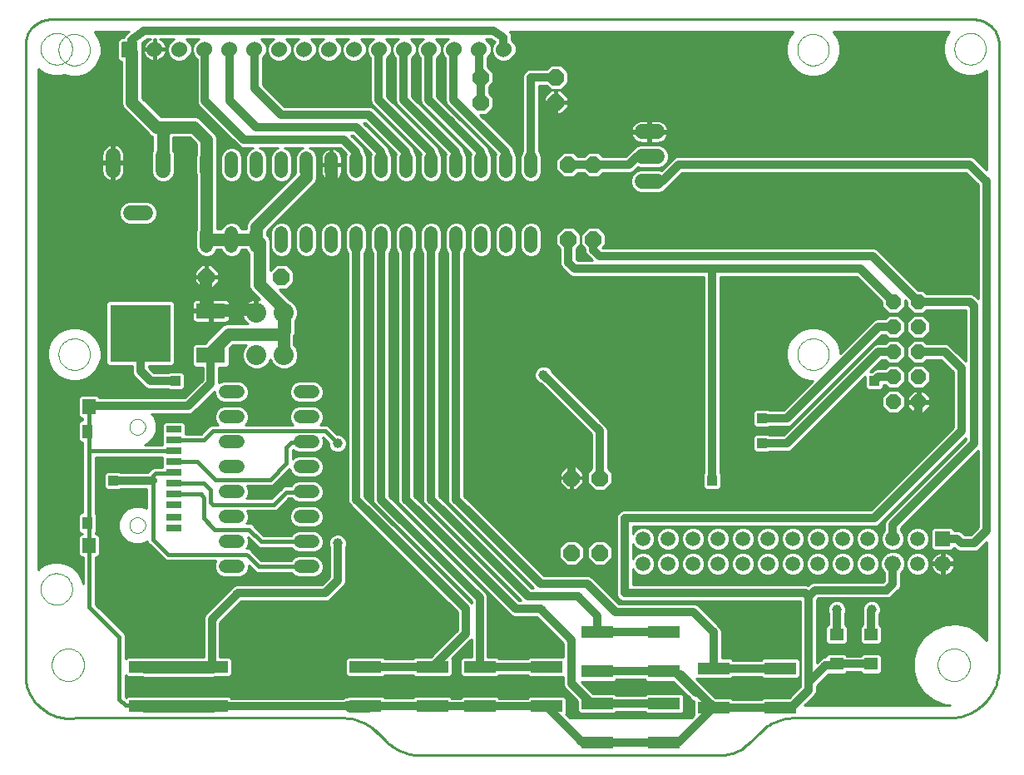
<source format=gtl>
G75*
G70*
%OFA0B0*%
%FSLAX24Y24*%
%IPPOS*%
%LPD*%
%AMOC8*
5,1,8,0,0,1.08239X$1,22.5*
%
%ADD10C,0.0100*%
%ADD11R,0.0600X0.0600*%
%ADD12C,0.0600*%
%ADD13C,0.0000*%
%ADD14R,0.0594X0.0594*%
%ADD15C,0.0660*%
%ADD16C,0.0594*%
%ADD17C,0.0520*%
%ADD18OC8,0.0660*%
%ADD19C,0.0600*%
%ADD20R,0.1260X0.0472*%
%ADD21R,0.2441X0.2283*%
%ADD22R,0.1181X0.0630*%
%ADD23C,0.0800*%
%ADD24R,0.0531X0.0591*%
%ADD25R,0.0394X0.0551*%
%ADD26R,0.0394X0.0512*%
%ADD27R,0.0591X0.0295*%
%ADD28OC8,0.0600*%
%ADD29R,0.0551X0.0472*%
%ADD30C,0.0320*%
%ADD31C,0.0500*%
%ADD32C,0.0160*%
%ADD33R,0.0396X0.0396*%
%ADD34C,0.0396*%
D10*
X003909Y002349D02*
X004409Y002349D01*
X009909Y002349D01*
X014593Y002349D01*
X014409Y002349D02*
X009909Y002349D01*
X010143Y003142D02*
X010067Y003218D01*
X009484Y003218D01*
X009450Y003232D01*
X006606Y003232D01*
X006573Y003218D01*
X005989Y003218D01*
X005941Y003170D01*
X005909Y003203D01*
X005909Y004061D01*
X005989Y003980D01*
X006573Y003980D01*
X006606Y003967D01*
X009450Y003967D01*
X009484Y003980D01*
X010067Y003980D01*
X010167Y004080D01*
X010167Y004693D01*
X010067Y004793D01*
X009697Y004793D01*
X009697Y006170D01*
X010545Y007019D01*
X013974Y007019D01*
X014096Y007069D01*
X014596Y007569D01*
X014688Y007662D01*
X014739Y007783D01*
X014739Y009184D01*
X014777Y009276D01*
X014777Y009422D01*
X014721Y009558D01*
X014617Y009661D01*
X014482Y009717D01*
X014335Y009717D01*
X014200Y009661D01*
X014097Y009558D01*
X014041Y009422D01*
X014041Y009276D01*
X014079Y009184D01*
X014079Y007986D01*
X013772Y007679D01*
X010343Y007679D01*
X010222Y007629D01*
X010129Y007536D01*
X009087Y006494D01*
X009037Y006373D01*
X009037Y004807D01*
X006606Y004807D01*
X006573Y004793D01*
X005989Y004793D01*
X005909Y004712D01*
X005909Y005649D01*
X005871Y005741D01*
X005800Y005811D01*
X004706Y006906D01*
X004706Y008793D01*
X004792Y008793D01*
X004891Y008892D01*
X004891Y009624D01*
X004792Y009723D01*
X004706Y009723D01*
X004706Y009780D01*
X004764Y009837D01*
X004764Y010490D01*
X004706Y010548D01*
X004706Y012807D01*
X007386Y012807D01*
X007386Y012399D01*
X007059Y012399D01*
X006967Y012361D01*
X006897Y012291D01*
X006797Y012191D01*
X006792Y012179D01*
X005715Y012179D01*
X005677Y012217D01*
X005140Y012217D01*
X005041Y012118D01*
X005041Y011581D01*
X005140Y011481D01*
X005677Y011481D01*
X005715Y011519D01*
X006759Y011519D01*
X006759Y010748D01*
X006537Y010840D01*
X006233Y010840D01*
X005952Y010724D01*
X005736Y010508D01*
X005620Y010227D01*
X005620Y009923D01*
X005736Y009642D01*
X005952Y009427D01*
X006233Y009310D01*
X006537Y009310D01*
X006775Y009409D01*
X006797Y009357D01*
X006867Y009287D01*
X007467Y008687D01*
X007559Y008649D01*
X009529Y008649D01*
X009468Y008504D01*
X009468Y008333D01*
X009534Y008175D01*
X009655Y008054D01*
X009813Y007989D01*
X010504Y007989D01*
X010662Y008054D01*
X010783Y008175D01*
X010848Y008333D01*
X010848Y008456D01*
X011098Y008207D01*
X011189Y008169D01*
X012540Y008169D01*
X012655Y008054D01*
X012813Y007989D01*
X013504Y007989D01*
X013662Y008054D01*
X013783Y008175D01*
X013848Y008333D01*
X013848Y008504D01*
X013783Y008662D01*
X013662Y008783D01*
X013504Y008849D01*
X012813Y008849D01*
X012655Y008783D01*
X012540Y008669D01*
X011343Y008669D01*
X011021Y008991D01*
X010971Y009041D01*
X010900Y009111D01*
X010808Y009149D01*
X010757Y009149D01*
X010783Y009175D01*
X010848Y009333D01*
X010848Y009504D01*
X010812Y009592D01*
X011198Y009207D01*
X011289Y009169D01*
X012540Y009169D01*
X012655Y009054D01*
X012813Y008989D01*
X013504Y008989D01*
X013662Y009054D01*
X013783Y009175D01*
X013848Y009333D01*
X013848Y009504D01*
X013783Y009662D01*
X013662Y009783D01*
X013504Y009849D01*
X012813Y009849D01*
X012655Y009783D01*
X012540Y009669D01*
X011443Y009669D01*
X011071Y010041D01*
X011000Y010111D01*
X010908Y010149D01*
X010757Y010149D01*
X010783Y010175D01*
X010848Y010333D01*
X010848Y010504D01*
X010788Y010649D01*
X011908Y010649D01*
X012000Y010687D01*
X012462Y011149D01*
X012560Y011149D01*
X012655Y011054D01*
X012813Y010989D01*
X013504Y010989D01*
X013662Y011054D01*
X013783Y011175D01*
X013848Y011333D01*
X013848Y011504D01*
X013783Y011662D01*
X013662Y011783D01*
X013504Y011849D01*
X012813Y011849D01*
X012655Y011783D01*
X012534Y011662D01*
X012529Y011649D01*
X012309Y011649D01*
X012217Y011611D01*
X012147Y011541D01*
X011755Y011149D01*
X010757Y011149D01*
X010783Y011175D01*
X010848Y011333D01*
X010848Y011504D01*
X010788Y011649D01*
X011758Y011649D01*
X011850Y011687D01*
X012477Y012313D01*
X012534Y012175D01*
X012655Y012054D01*
X012813Y011989D01*
X013504Y011989D01*
X013662Y012054D01*
X013783Y012175D01*
X013848Y012333D01*
X013848Y012504D01*
X013783Y012662D01*
X013662Y012783D01*
X013504Y012849D01*
X012813Y012849D01*
X012655Y012783D01*
X012609Y012737D01*
X012609Y013096D01*
X012611Y013098D01*
X012655Y013054D01*
X012813Y012989D01*
X013504Y012989D01*
X013662Y013054D01*
X013783Y013175D01*
X013848Y013333D01*
X013848Y013504D01*
X013812Y013592D01*
X014041Y013364D01*
X014041Y013276D01*
X014097Y013141D01*
X014200Y013037D01*
X014335Y012981D01*
X014482Y012981D01*
X014617Y013037D01*
X014721Y013141D01*
X014777Y013276D01*
X014777Y013422D01*
X014721Y013558D01*
X014617Y013661D01*
X014482Y013717D01*
X014394Y013717D01*
X014050Y014061D01*
X013958Y014099D01*
X013707Y014099D01*
X013783Y014175D01*
X013848Y014333D01*
X013848Y014504D01*
X013783Y014662D01*
X013662Y014783D01*
X013504Y014849D01*
X012813Y014849D01*
X012655Y014783D01*
X012534Y014662D01*
X012468Y014504D01*
X012468Y014333D01*
X012534Y014175D01*
X012610Y014099D01*
X010707Y014099D01*
X010783Y014175D01*
X010848Y014333D01*
X010848Y014504D01*
X010783Y014662D01*
X010662Y014783D01*
X010504Y014849D01*
X009813Y014849D01*
X009655Y014783D01*
X009534Y014662D01*
X009468Y014504D01*
X009468Y014333D01*
X009534Y014175D01*
X009610Y014099D01*
X009359Y014099D01*
X009267Y014061D01*
X009197Y013991D01*
X008946Y013740D01*
X008317Y013740D01*
X008317Y014142D01*
X008217Y014241D01*
X007486Y014241D01*
X007386Y014142D01*
X007386Y013307D01*
X006682Y013307D01*
X006818Y013364D01*
X007033Y013579D01*
X007150Y013860D01*
X007150Y014164D01*
X007033Y014445D01*
X006960Y014519D01*
X008474Y014519D01*
X008596Y014569D01*
X008688Y014662D01*
X009468Y015442D01*
X009468Y015333D01*
X009534Y015175D01*
X009655Y015054D01*
X009813Y014989D01*
X010504Y014989D01*
X010662Y015054D01*
X010783Y015175D01*
X010848Y015333D01*
X010848Y015504D01*
X010783Y015662D01*
X010662Y015783D01*
X010504Y015849D01*
X009813Y015849D01*
X009659Y015785D01*
X009659Y016391D01*
X009990Y016391D01*
X010089Y016491D01*
X010089Y017186D01*
X010208Y017304D01*
X010763Y017304D01*
X010675Y017216D01*
X010588Y017007D01*
X010588Y016780D01*
X010675Y016571D01*
X010836Y016410D01*
X011045Y016324D01*
X011272Y016324D01*
X011481Y016410D01*
X011642Y016571D01*
X011708Y016732D01*
X011775Y016571D01*
X011936Y016410D01*
X012145Y016324D01*
X012372Y016324D01*
X012581Y016410D01*
X012742Y016571D01*
X012828Y016780D01*
X012828Y017007D01*
X012742Y017216D01*
X012653Y017305D01*
X012653Y017644D01*
X012704Y017766D01*
X012704Y018258D01*
X012717Y018271D01*
X012803Y018480D01*
X012803Y018707D01*
X012717Y018916D01*
X012556Y019077D01*
X012503Y019099D01*
X012072Y019530D01*
X012366Y019530D01*
X012659Y019823D01*
X012659Y020237D01*
X012366Y020530D01*
X011952Y020530D01*
X011704Y020282D01*
X011704Y021488D01*
X011640Y021643D01*
X011589Y021694D01*
X011589Y021866D01*
X012515Y022792D01*
X013515Y023792D01*
X026139Y023792D01*
X026139Y023756D02*
X026139Y023943D01*
X026210Y024115D01*
X026342Y024248D01*
X026515Y024319D01*
X027302Y024319D01*
X027380Y024287D01*
X027902Y024809D01*
X028024Y024860D01*
X039794Y024860D01*
X039915Y024809D01*
X040008Y024717D01*
X040409Y024316D01*
X040409Y028297D01*
X040174Y028161D01*
X039899Y028087D01*
X039615Y028087D01*
X039340Y028161D01*
X039094Y028303D01*
X038893Y028504D01*
X038751Y028751D01*
X038677Y029025D01*
X038677Y029310D01*
X038751Y029584D01*
X038893Y029831D01*
X038912Y029849D01*
X034272Y029849D01*
X034326Y029795D01*
X034468Y029549D01*
X034542Y029274D01*
X034542Y028990D01*
X034468Y028715D01*
X034326Y028469D01*
X034125Y028268D01*
X033879Y028126D01*
X033604Y028052D01*
X033320Y028052D01*
X033045Y028126D01*
X032799Y028268D01*
X032598Y028469D01*
X032456Y028715D01*
X032382Y028990D01*
X032382Y029274D01*
X032456Y029549D01*
X032598Y029795D01*
X032652Y029849D01*
X021310Y029849D01*
X021318Y029837D01*
X021340Y029815D01*
X021354Y029782D01*
X021373Y029752D01*
X021379Y029722D01*
X021390Y029694D01*
X021390Y029658D01*
X021397Y029623D01*
X021390Y029593D01*
X021390Y029538D01*
X021494Y029434D01*
X021566Y029261D01*
X021566Y029074D01*
X021494Y028901D01*
X021459Y028866D01*
X021459Y028866D01*
X021327Y028734D01*
X021154Y028662D01*
X020967Y028662D01*
X020794Y028734D01*
X020662Y028866D01*
X020590Y029038D01*
X020590Y029225D01*
X020662Y029398D01*
X020723Y029460D01*
X020556Y029575D01*
X020341Y029575D01*
X020362Y029566D01*
X020494Y029434D01*
X020566Y029261D01*
X020566Y029074D01*
X020494Y028901D01*
X020459Y028866D01*
X020459Y028866D01*
X020426Y028833D01*
X020426Y028470D01*
X020659Y028237D01*
X020659Y027823D01*
X020489Y027653D01*
X020489Y027407D01*
X020659Y027237D01*
X020659Y026823D01*
X020366Y026530D01*
X020126Y026530D01*
X021346Y025309D01*
X021439Y025217D01*
X021489Y025095D01*
X021489Y025068D01*
X021523Y025033D01*
X021589Y024875D01*
X021589Y024184D01*
X021523Y024026D01*
X021402Y023905D01*
X021244Y023840D01*
X021073Y023840D01*
X020915Y023905D01*
X020794Y024026D01*
X020729Y024184D01*
X020729Y024875D01*
X020763Y024958D01*
X018781Y026941D01*
X018730Y027062D01*
X018730Y028797D01*
X018662Y028866D01*
X018590Y029038D01*
X018590Y029225D01*
X018662Y029398D01*
X018794Y029530D01*
X018794Y029530D01*
X018830Y029566D01*
X018851Y029575D01*
X018341Y029575D01*
X018362Y029566D01*
X018494Y029434D01*
X018566Y029261D01*
X018566Y029074D01*
X018494Y028901D01*
X018459Y028866D01*
X018459Y028866D01*
X018390Y028797D01*
X018390Y027265D01*
X019189Y026467D01*
X020439Y025217D01*
X020489Y025095D01*
X020489Y025068D01*
X020523Y025033D01*
X020589Y024875D01*
X020589Y024184D01*
X020523Y024026D01*
X020402Y023905D01*
X020244Y023840D01*
X020073Y023840D01*
X019915Y023905D01*
X019794Y024026D01*
X019729Y024184D01*
X019729Y024875D01*
X019763Y024958D01*
X018722Y026000D01*
X017781Y026941D01*
X017730Y027062D01*
X017730Y028797D01*
X017662Y028866D01*
X017590Y029038D01*
X017590Y029225D01*
X017662Y029398D01*
X017794Y029530D01*
X017794Y029530D01*
X017830Y029566D01*
X017851Y029575D01*
X017341Y029575D01*
X017362Y029566D01*
X017494Y029434D01*
X017566Y029261D01*
X017566Y029074D01*
X017494Y028901D01*
X017459Y028866D01*
X017459Y028866D01*
X017390Y028797D01*
X017390Y027265D01*
X019346Y025309D01*
X019439Y025217D01*
X019489Y025095D01*
X019489Y025068D01*
X019523Y025033D01*
X019589Y024875D01*
X019589Y024184D01*
X019523Y024026D01*
X019402Y023905D01*
X019244Y023840D01*
X019073Y023840D01*
X018915Y023905D01*
X018794Y024026D01*
X018729Y024184D01*
X018729Y024875D01*
X018763Y024958D01*
X016781Y026941D01*
X016730Y027062D01*
X016730Y028797D01*
X016662Y028866D01*
X016590Y029038D01*
X016590Y029225D01*
X016662Y029398D01*
X016794Y029530D01*
X016794Y029530D01*
X016830Y029566D01*
X016851Y029575D01*
X016341Y029575D01*
X016362Y029566D01*
X016494Y029434D01*
X016566Y029261D01*
X016566Y029074D01*
X016494Y028901D01*
X016459Y028866D01*
X016459Y028866D01*
X016390Y028797D01*
X016390Y027265D01*
X018346Y025309D01*
X018439Y025217D01*
X018489Y025095D01*
X018489Y025068D01*
X018523Y025033D01*
X018589Y024875D01*
X018589Y024184D01*
X018523Y024026D01*
X018402Y023905D01*
X018244Y023840D01*
X018073Y023840D01*
X017915Y023905D01*
X017794Y024026D01*
X017729Y024184D01*
X017729Y024875D01*
X017763Y024958D01*
X015781Y026941D01*
X015730Y027062D01*
X015730Y028797D01*
X015662Y028866D01*
X015590Y029038D01*
X015590Y029225D01*
X015662Y029398D01*
X015794Y029530D01*
X015794Y029530D01*
X015830Y029566D01*
X015851Y029575D01*
X015341Y029575D01*
X015362Y029566D01*
X015494Y029434D01*
X015566Y029261D01*
X015566Y029074D01*
X015494Y028901D01*
X015459Y028866D01*
X015459Y028866D01*
X015327Y028734D01*
X015154Y028662D01*
X014967Y028662D01*
X014794Y028734D01*
X014662Y028866D01*
X014590Y029038D01*
X014590Y029225D01*
X014662Y029398D01*
X014794Y029530D01*
X014794Y029530D01*
X014830Y029566D01*
X014851Y029575D01*
X014341Y029575D01*
X014362Y029566D01*
X014494Y029434D01*
X014566Y029261D01*
X014566Y029074D01*
X014494Y028901D01*
X014459Y028866D01*
X014459Y028866D01*
X014327Y028734D01*
X014154Y028662D01*
X013967Y028662D01*
X013794Y028734D01*
X013662Y028866D01*
X013590Y029038D01*
X013590Y029225D01*
X013662Y029398D01*
X013794Y029530D01*
X013794Y029530D01*
X013830Y029566D01*
X013851Y029575D01*
X013341Y029575D01*
X013362Y029566D01*
X013494Y029434D01*
X013566Y029261D01*
X013566Y029074D01*
X013494Y028901D01*
X013459Y028866D01*
X013459Y028866D01*
X013327Y028734D01*
X013154Y028662D01*
X012967Y028662D01*
X012794Y028734D01*
X012662Y028866D01*
X012590Y029038D01*
X012590Y029225D01*
X012662Y029398D01*
X012794Y029530D01*
X012794Y029530D01*
X012830Y029566D01*
X012851Y029575D01*
X012341Y029575D01*
X012362Y029566D01*
X012494Y029434D01*
X012566Y029261D01*
X012566Y029074D01*
X012494Y028901D01*
X012459Y028866D01*
X012459Y028866D01*
X012327Y028734D01*
X012154Y028662D01*
X011967Y028662D01*
X011794Y028734D01*
X011662Y028866D01*
X011590Y029038D01*
X011590Y029225D01*
X011662Y029398D01*
X011794Y029530D01*
X011794Y029530D01*
X011830Y029566D01*
X011851Y029575D01*
X011341Y029575D01*
X011362Y029566D01*
X011494Y029434D01*
X011566Y029261D01*
X011566Y029074D01*
X011494Y028901D01*
X011459Y028866D01*
X011459Y028866D01*
X011426Y028833D01*
X011426Y027729D01*
X012296Y026860D01*
X015724Y026860D01*
X015846Y026809D01*
X017346Y025309D01*
X017439Y025217D01*
X017489Y025095D01*
X017489Y025068D01*
X017523Y025033D01*
X017589Y024875D01*
X017589Y024184D01*
X017523Y024026D01*
X017402Y023905D01*
X017244Y023840D01*
X017073Y023840D01*
X016915Y023905D01*
X016794Y024026D01*
X016729Y024184D01*
X016729Y024875D01*
X016763Y024958D01*
X015522Y026200D01*
X015456Y026200D01*
X016346Y025309D01*
X016439Y025217D01*
X016489Y025095D01*
X016489Y025068D01*
X016523Y025033D01*
X016589Y024875D01*
X016589Y024184D01*
X016523Y024026D01*
X016402Y023905D01*
X016244Y023840D01*
X016073Y023840D01*
X015915Y023905D01*
X015794Y024026D01*
X015729Y024184D01*
X015729Y024875D01*
X015763Y024958D01*
X015022Y025700D01*
X014956Y025700D01*
X015346Y025309D01*
X015439Y025217D01*
X015489Y025095D01*
X015489Y025068D01*
X015523Y025033D01*
X015589Y024875D01*
X015589Y024184D01*
X015523Y024026D01*
X015402Y023905D01*
X015244Y023840D01*
X015073Y023840D01*
X014915Y023905D01*
X014794Y024026D01*
X014729Y024184D01*
X014729Y024875D01*
X014763Y024958D01*
X014522Y025200D01*
X013293Y025200D01*
X013402Y025154D01*
X013523Y025033D01*
X013589Y024875D01*
X013589Y024184D01*
X013579Y024160D01*
X013579Y023946D01*
X013515Y023792D01*
X013556Y023891D02*
X013999Y023891D01*
X014001Y023890D02*
X014063Y023870D01*
X014127Y023860D01*
X014129Y023860D01*
X014129Y024500D01*
X013749Y024500D01*
X013749Y024237D01*
X013759Y024174D01*
X013779Y024112D01*
X013808Y024055D01*
X013846Y024003D01*
X013892Y023957D01*
X013944Y023919D01*
X014001Y023890D01*
X014129Y023891D02*
X014189Y023891D01*
X014189Y023860D02*
X014191Y023860D01*
X014255Y023870D01*
X014316Y023890D01*
X014374Y023919D01*
X014426Y023957D01*
X014472Y024003D01*
X014510Y024055D01*
X014539Y024112D01*
X014559Y024174D01*
X014569Y024237D01*
X014569Y024500D01*
X014189Y024500D01*
X014189Y024560D01*
X014129Y024560D01*
X014129Y025200D01*
X014127Y025200D01*
X014063Y025190D01*
X014001Y025170D01*
X013944Y025140D01*
X013892Y025102D01*
X013846Y025057D01*
X013808Y025005D01*
X013779Y024947D01*
X013759Y024886D01*
X013749Y024822D01*
X013749Y024560D01*
X014129Y024560D01*
X014129Y024500D01*
X014189Y024500D01*
X014189Y023860D01*
X014189Y023989D02*
X014129Y023989D01*
X014129Y024088D02*
X014189Y024088D01*
X014189Y024186D02*
X014129Y024186D01*
X014129Y024285D02*
X014189Y024285D01*
X014189Y024383D02*
X014129Y024383D01*
X014129Y024482D02*
X014189Y024482D01*
X014189Y024560D02*
X014569Y024560D01*
X014569Y024822D01*
X014559Y024886D01*
X014539Y024947D01*
X014510Y025005D01*
X014472Y025057D01*
X014426Y025102D01*
X014374Y025140D01*
X014316Y025170D01*
X014255Y025190D01*
X014191Y025200D01*
X014189Y025200D01*
X014189Y024560D01*
X014189Y024580D02*
X014129Y024580D01*
X014129Y024679D02*
X014189Y024679D01*
X014189Y024777D02*
X014129Y024777D01*
X014129Y024876D02*
X014189Y024876D01*
X014189Y024974D02*
X014129Y024974D01*
X014129Y025073D02*
X014189Y025073D01*
X014189Y025171D02*
X014129Y025171D01*
X014006Y025171D02*
X013361Y025171D01*
X013484Y025073D02*
X013862Y025073D01*
X013793Y024974D02*
X013548Y024974D01*
X013589Y024876D02*
X013757Y024876D01*
X013749Y024777D02*
X013589Y024777D01*
X013589Y024679D02*
X013749Y024679D01*
X013749Y024580D02*
X013589Y024580D01*
X013589Y024482D02*
X013749Y024482D01*
X013749Y024383D02*
X013589Y024383D01*
X013589Y024285D02*
X013749Y024285D01*
X013757Y024186D02*
X013589Y024186D01*
X013579Y024088D02*
X013791Y024088D01*
X013859Y023989D02*
X013579Y023989D01*
X013417Y023694D02*
X026164Y023694D01*
X026139Y023756D02*
X026210Y023583D01*
X026342Y023451D01*
X026515Y023379D01*
X027302Y023379D01*
X027475Y023451D01*
X027592Y023568D01*
X027596Y023569D01*
X027688Y023662D01*
X028226Y024200D01*
X039591Y024200D01*
X040079Y023712D01*
X040079Y019146D01*
X039921Y019304D01*
X039799Y019354D01*
X038018Y019354D01*
X037878Y019494D01*
X037680Y019494D01*
X036046Y021129D01*
X035924Y021179D01*
X025045Y021179D01*
X025030Y021194D01*
X025159Y021323D01*
X025159Y021737D01*
X024866Y022030D01*
X024452Y022030D01*
X024159Y021737D01*
X024159Y021323D01*
X024159Y021737D01*
X023866Y022030D01*
X023452Y022030D01*
X023159Y021737D01*
X023159Y021323D01*
X023329Y021153D01*
X023329Y020533D01*
X023379Y020412D01*
X023629Y020162D01*
X023722Y020069D01*
X023843Y020019D01*
X029079Y020019D01*
X029079Y012156D01*
X029041Y012118D01*
X029041Y011581D01*
X029140Y011481D01*
X029677Y011481D01*
X029777Y011581D01*
X029777Y012118D01*
X029739Y012156D01*
X029739Y020019D01*
X035222Y020019D01*
X036214Y019027D01*
X036214Y018829D01*
X036489Y018554D01*
X036878Y018554D01*
X037154Y018829D01*
X037154Y019087D01*
X037214Y019027D01*
X037214Y018829D01*
X037489Y018554D01*
X037878Y018554D01*
X038018Y018694D01*
X039579Y018694D01*
X039579Y016646D01*
X039188Y017036D01*
X038921Y017304D01*
X038799Y017354D01*
X038018Y017354D01*
X037878Y017494D01*
X037489Y017494D01*
X037214Y017219D01*
X037214Y016829D01*
X037489Y016554D01*
X037878Y016554D01*
X038018Y016694D01*
X038597Y016694D01*
X038722Y016569D01*
X039079Y016212D01*
X039079Y013986D01*
X038129Y013036D01*
X037722Y012629D01*
X037722Y012629D01*
X035772Y010679D01*
X025843Y010679D01*
X025722Y010629D01*
X025629Y010536D01*
X025579Y010415D01*
X025579Y007283D01*
X025629Y007162D01*
X025722Y007069D01*
X025843Y007019D01*
X032954Y007019D01*
X032954Y003611D01*
X032512Y003169D01*
X031447Y003169D01*
X031370Y003093D01*
X030246Y003093D01*
X030170Y003169D01*
X029555Y003169D01*
X028793Y003931D01*
X030170Y003931D01*
X030246Y004008D01*
X031370Y004008D01*
X031447Y003931D01*
X032847Y003931D01*
X032947Y004031D01*
X032947Y004644D01*
X032847Y004744D01*
X031447Y004744D01*
X031370Y004668D01*
X030246Y004668D01*
X030170Y004744D01*
X029800Y004744D01*
X029800Y005854D01*
X029750Y005975D01*
X028938Y006786D01*
X028846Y006879D01*
X028724Y006929D01*
X025670Y006929D01*
X024688Y007911D01*
X024596Y008004D01*
X024474Y008054D01*
X022670Y008054D01*
X019813Y010911D01*
X019489Y011236D01*
X019489Y020992D01*
X019523Y021026D01*
X019589Y021184D01*
X019589Y021875D01*
X019523Y022033D01*
X019402Y022154D01*
X019244Y022220D01*
X019073Y022220D01*
X018915Y022154D01*
X018794Y022033D01*
X018729Y021875D01*
X018729Y021184D01*
X018794Y021026D01*
X018829Y020992D01*
X018829Y011033D01*
X018879Y010912D01*
X019347Y010444D01*
X022237Y007554D01*
X022170Y007554D01*
X018813Y010911D01*
X018489Y011236D01*
X018489Y020992D01*
X018523Y021026D01*
X018589Y021184D01*
X018589Y021875D01*
X018523Y022033D01*
X018402Y022154D01*
X018244Y022220D01*
X018073Y022220D01*
X017915Y022154D01*
X017794Y022033D01*
X017729Y021875D01*
X017729Y021184D01*
X017794Y021026D01*
X017829Y020992D01*
X017829Y011033D01*
X017879Y010912D01*
X018347Y010444D01*
X021737Y007054D01*
X021670Y007054D01*
X017813Y010911D01*
X017489Y011236D01*
X017489Y020992D01*
X017523Y021026D01*
X017589Y021184D01*
X017589Y021875D01*
X017523Y022033D01*
X017402Y022154D01*
X017244Y022220D01*
X017073Y022220D01*
X016915Y022154D01*
X016794Y022033D01*
X016729Y021875D01*
X016729Y021184D01*
X016794Y021026D01*
X016829Y020992D01*
X016829Y011033D01*
X016879Y010912D01*
X017347Y010444D01*
X021347Y006444D01*
X021468Y006394D01*
X022397Y006394D01*
X023454Y005337D01*
X023454Y004793D01*
X022076Y004793D01*
X022000Y004717D01*
X020876Y004717D01*
X020800Y004793D01*
X020430Y004793D01*
X020430Y007224D01*
X020379Y007345D01*
X017001Y010724D01*
X016489Y011236D01*
X016489Y020992D01*
X016523Y021026D01*
X016589Y021184D01*
X016589Y021875D01*
X016523Y022033D01*
X016402Y022154D01*
X016244Y022220D01*
X016073Y022220D01*
X015915Y022154D01*
X015794Y022033D01*
X015729Y021875D01*
X015729Y021184D01*
X015794Y021026D01*
X015829Y020992D01*
X015829Y011033D01*
X015879Y010912D01*
X016534Y010257D01*
X019770Y007022D01*
X019770Y006955D01*
X016188Y010536D01*
X015489Y011236D01*
X015489Y020992D01*
X015523Y021026D01*
X015589Y021184D01*
X015589Y021875D01*
X015523Y022033D01*
X015402Y022154D01*
X015244Y022220D01*
X015073Y022220D01*
X014915Y022154D01*
X014794Y022033D01*
X014729Y021875D01*
X014729Y021184D01*
X014794Y021026D01*
X014829Y020992D01*
X014829Y011033D01*
X014879Y010912D01*
X015722Y010069D01*
X019204Y006587D01*
X019204Y005861D01*
X018754Y005411D01*
X018140Y004797D01*
X017502Y004797D01*
X017426Y004721D01*
X016302Y004721D01*
X016225Y004797D01*
X014825Y004797D01*
X014725Y004698D01*
X014725Y004085D01*
X014825Y003985D01*
X016225Y003985D01*
X016302Y004061D01*
X017426Y004061D01*
X017502Y003985D01*
X018903Y003985D01*
X019002Y004085D01*
X019002Y004698D01*
X018988Y004712D01*
X019221Y004944D01*
X019721Y005444D01*
X019770Y005493D01*
X019770Y004793D01*
X019399Y004793D01*
X019300Y004693D01*
X019300Y004080D01*
X019399Y003980D01*
X020800Y003980D01*
X020876Y004057D01*
X022000Y004057D01*
X022076Y003980D01*
X023454Y003980D01*
X023454Y003658D01*
X023504Y003537D01*
X023597Y003444D01*
X024020Y003021D01*
X024020Y002625D01*
X024120Y002526D01*
X025521Y002526D01*
X025597Y002602D01*
X026721Y002602D01*
X026797Y002526D01*
X028198Y002526D01*
X028297Y002625D01*
X028297Y003239D01*
X028198Y003338D01*
X026797Y003338D01*
X026721Y003262D01*
X025597Y003262D01*
X025521Y003338D01*
X024636Y003338D01*
X024168Y003806D01*
X025521Y003806D01*
X025597Y003882D01*
X026721Y003882D01*
X026797Y003806D01*
X027860Y003806D01*
X028504Y003162D01*
X028597Y003069D01*
X028670Y003039D01*
X028670Y002456D01*
X028683Y002443D01*
X028589Y002349D01*
X023706Y002349D01*
X023563Y002492D01*
X023577Y002505D01*
X023577Y003119D01*
X023477Y003218D01*
X022076Y003218D01*
X022000Y003142D01*
X020876Y003142D01*
X020800Y003218D01*
X019399Y003218D01*
X019323Y003142D01*
X018983Y003142D01*
X018903Y003223D01*
X017502Y003223D01*
X017426Y003146D01*
X016302Y003146D01*
X016225Y003223D01*
X014825Y003223D01*
X014781Y003179D01*
X014718Y003179D01*
X014628Y003142D01*
X010143Y003142D01*
X010080Y003206D02*
X014808Y003206D01*
X014816Y003994D02*
X010080Y003994D01*
X010167Y004092D02*
X014725Y004092D01*
X014725Y004191D02*
X010167Y004191D01*
X010167Y004289D02*
X014725Y004289D01*
X014725Y004388D02*
X010167Y004388D01*
X010167Y004486D02*
X014725Y004486D01*
X014725Y004585D02*
X010167Y004585D01*
X010167Y004683D02*
X014725Y004683D01*
X014809Y004782D02*
X010078Y004782D01*
X009697Y004880D02*
X018223Y004880D01*
X018321Y004979D02*
X009697Y004979D01*
X009697Y005077D02*
X018420Y005077D01*
X018518Y005176D02*
X009697Y005176D01*
X009697Y005274D02*
X018617Y005274D01*
X018715Y005373D02*
X009697Y005373D01*
X009697Y005471D02*
X018814Y005471D01*
X018754Y005411D02*
X018754Y005411D01*
X018912Y005570D02*
X009697Y005570D01*
X009697Y005668D02*
X019011Y005668D01*
X019109Y005767D02*
X009697Y005767D01*
X009697Y005865D02*
X019204Y005865D01*
X019204Y005964D02*
X009697Y005964D01*
X009697Y006062D02*
X019204Y006062D01*
X019204Y006161D02*
X009697Y006161D01*
X009785Y006259D02*
X019204Y006259D01*
X019204Y006358D02*
X009884Y006358D01*
X009982Y006456D02*
X019204Y006456D01*
X019204Y006555D02*
X010081Y006555D01*
X010179Y006653D02*
X019138Y006653D01*
X019039Y006752D02*
X010278Y006752D01*
X010376Y006850D02*
X018941Y006850D01*
X018842Y006949D02*
X010475Y006949D01*
X009837Y007244D02*
X004706Y007244D01*
X004706Y007146D02*
X009738Y007146D01*
X009640Y007047D02*
X004706Y007047D01*
X004706Y006949D02*
X009541Y006949D01*
X009443Y006850D02*
X004761Y006850D01*
X004860Y006752D02*
X009344Y006752D01*
X009246Y006653D02*
X004958Y006653D01*
X005057Y006555D02*
X009147Y006555D01*
X009071Y006456D02*
X005155Y006456D01*
X005254Y006358D02*
X009037Y006358D01*
X009037Y006259D02*
X005352Y006259D01*
X005451Y006161D02*
X009037Y006161D01*
X009037Y006062D02*
X005549Y006062D01*
X005648Y005964D02*
X009037Y005964D01*
X009037Y005865D02*
X005746Y005865D01*
X005845Y005767D02*
X009037Y005767D01*
X009037Y005668D02*
X005901Y005668D01*
X005909Y005570D02*
X009037Y005570D01*
X009037Y005471D02*
X005909Y005471D01*
X005909Y005373D02*
X009037Y005373D01*
X009037Y005274D02*
X005909Y005274D01*
X005909Y005176D02*
X009037Y005176D01*
X009037Y005077D02*
X005909Y005077D01*
X005909Y004979D02*
X009037Y004979D01*
X009037Y004880D02*
X005909Y004880D01*
X005909Y004782D02*
X005978Y004782D01*
X005976Y003994D02*
X005909Y003994D01*
X005909Y003895D02*
X023454Y003895D01*
X023454Y003797D02*
X005909Y003797D01*
X005909Y003698D02*
X023454Y003698D01*
X023478Y003600D02*
X005909Y003600D01*
X005909Y003501D02*
X023540Y003501D01*
X023638Y003403D02*
X005909Y003403D01*
X005909Y003304D02*
X023737Y003304D01*
X023835Y003206D02*
X023490Y003206D01*
X023577Y003107D02*
X023934Y003107D01*
X024020Y003009D02*
X023577Y003009D01*
X023577Y002910D02*
X024020Y002910D01*
X024020Y002812D02*
X023577Y002812D01*
X023577Y002713D02*
X024020Y002713D01*
X024031Y002615D02*
X023577Y002615D01*
X023577Y002516D02*
X028670Y002516D01*
X028670Y002615D02*
X028287Y002615D01*
X028297Y002713D02*
X028670Y002713D01*
X028670Y002812D02*
X028297Y002812D01*
X028297Y002910D02*
X028670Y002910D01*
X028670Y003009D02*
X028297Y003009D01*
X028297Y003107D02*
X028559Y003107D01*
X028460Y003206D02*
X028297Y003206D01*
X028232Y003304D02*
X028362Y003304D01*
X028263Y003403D02*
X024572Y003403D01*
X024473Y003501D02*
X028165Y003501D01*
X028066Y003600D02*
X024375Y003600D01*
X024276Y003698D02*
X027968Y003698D01*
X027869Y003797D02*
X024178Y003797D01*
X023454Y004880D02*
X020430Y004880D01*
X020430Y004979D02*
X023454Y004979D01*
X023454Y005077D02*
X020430Y005077D01*
X020430Y005176D02*
X023454Y005176D01*
X023454Y005274D02*
X020430Y005274D01*
X020430Y005373D02*
X023418Y005373D01*
X023320Y005471D02*
X020430Y005471D01*
X020430Y005570D02*
X023221Y005570D01*
X023123Y005668D02*
X020430Y005668D01*
X020430Y005767D02*
X023024Y005767D01*
X022926Y005865D02*
X020430Y005865D01*
X020430Y005964D02*
X022827Y005964D01*
X022729Y006062D02*
X020430Y006062D01*
X020430Y006161D02*
X022630Y006161D01*
X022532Y006259D02*
X020430Y006259D01*
X020430Y006358D02*
X022433Y006358D01*
X021335Y006456D02*
X020430Y006456D01*
X020430Y006555D02*
X021236Y006555D01*
X021138Y006653D02*
X020430Y006653D01*
X020430Y006752D02*
X021039Y006752D01*
X020941Y006850D02*
X020430Y006850D01*
X020430Y006949D02*
X020842Y006949D01*
X020744Y007047D02*
X020430Y007047D01*
X020430Y007146D02*
X020645Y007146D01*
X020547Y007244D02*
X020421Y007244D01*
X020448Y007343D02*
X020380Y007343D01*
X020350Y007441D02*
X020283Y007441D01*
X020251Y007540D02*
X020185Y007540D01*
X020153Y007638D02*
X020086Y007638D01*
X020054Y007737D02*
X019988Y007737D01*
X019956Y007835D02*
X019889Y007835D01*
X019857Y007934D02*
X019791Y007934D01*
X019759Y008032D02*
X019692Y008032D01*
X019660Y008131D02*
X019594Y008131D01*
X019562Y008229D02*
X019495Y008229D01*
X019463Y008328D02*
X019397Y008328D01*
X019365Y008426D02*
X019298Y008426D01*
X019266Y008525D02*
X019200Y008525D01*
X019168Y008623D02*
X019101Y008623D01*
X019069Y008722D02*
X019003Y008722D01*
X018971Y008820D02*
X018904Y008820D01*
X018872Y008919D02*
X018806Y008919D01*
X018774Y009017D02*
X018707Y009017D01*
X018675Y009116D02*
X018609Y009116D01*
X018577Y009214D02*
X018510Y009214D01*
X018478Y009313D02*
X018412Y009313D01*
X018380Y009411D02*
X018313Y009411D01*
X018281Y009510D02*
X018215Y009510D01*
X018183Y009608D02*
X018116Y009608D01*
X018084Y009707D02*
X018018Y009707D01*
X017986Y009805D02*
X017919Y009805D01*
X017887Y009904D02*
X017821Y009904D01*
X017789Y010002D02*
X017722Y010002D01*
X017690Y010101D02*
X017624Y010101D01*
X017592Y010199D02*
X017525Y010199D01*
X017493Y010298D02*
X017427Y010298D01*
X017395Y010396D02*
X017328Y010396D01*
X017296Y010495D02*
X017230Y010495D01*
X017198Y010593D02*
X017131Y010593D01*
X017099Y010692D02*
X017033Y010692D01*
X017001Y010790D02*
X016934Y010790D01*
X016902Y010889D02*
X016836Y010889D01*
X016848Y010987D02*
X016737Y010987D01*
X016829Y011086D02*
X016639Y011086D01*
X016540Y011184D02*
X016829Y011184D01*
X016829Y011283D02*
X016489Y011283D01*
X016489Y011381D02*
X016829Y011381D01*
X016829Y011480D02*
X016489Y011480D01*
X016489Y011578D02*
X016829Y011578D01*
X016829Y011677D02*
X016489Y011677D01*
X016489Y011775D02*
X016829Y011775D01*
X016829Y011874D02*
X016489Y011874D01*
X016489Y011972D02*
X016829Y011972D01*
X016829Y012071D02*
X016489Y012071D01*
X016489Y012169D02*
X016829Y012169D01*
X016829Y012268D02*
X016489Y012268D01*
X016489Y012366D02*
X016829Y012366D01*
X016829Y012465D02*
X016489Y012465D01*
X016489Y012563D02*
X016829Y012563D01*
X016829Y012662D02*
X016489Y012662D01*
X016489Y012760D02*
X016829Y012760D01*
X016829Y012859D02*
X016489Y012859D01*
X016489Y012957D02*
X016829Y012957D01*
X016829Y013056D02*
X016489Y013056D01*
X016489Y013154D02*
X016829Y013154D01*
X016829Y013253D02*
X016489Y013253D01*
X016489Y013351D02*
X016829Y013351D01*
X016829Y013450D02*
X016489Y013450D01*
X016489Y013548D02*
X016829Y013548D01*
X016829Y013647D02*
X016489Y013647D01*
X016489Y013745D02*
X016829Y013745D01*
X016829Y013844D02*
X016489Y013844D01*
X016489Y013942D02*
X016829Y013942D01*
X016829Y014041D02*
X016489Y014041D01*
X016489Y014139D02*
X016829Y014139D01*
X016829Y014238D02*
X016489Y014238D01*
X016489Y014336D02*
X016829Y014336D01*
X016829Y014435D02*
X016489Y014435D01*
X016489Y014533D02*
X016829Y014533D01*
X016829Y014632D02*
X016489Y014632D01*
X016489Y014730D02*
X016829Y014730D01*
X016829Y014829D02*
X016489Y014829D01*
X016489Y014927D02*
X016829Y014927D01*
X016829Y015026D02*
X016489Y015026D01*
X016489Y015124D02*
X016829Y015124D01*
X016829Y015223D02*
X016489Y015223D01*
X016489Y015321D02*
X016829Y015321D01*
X016829Y015420D02*
X016489Y015420D01*
X016489Y015518D02*
X016829Y015518D01*
X016829Y015617D02*
X016489Y015617D01*
X016489Y015715D02*
X016829Y015715D01*
X016829Y015814D02*
X016489Y015814D01*
X016489Y015912D02*
X016829Y015912D01*
X016829Y016011D02*
X016489Y016011D01*
X016489Y016109D02*
X016829Y016109D01*
X016829Y016208D02*
X016489Y016208D01*
X016489Y016306D02*
X016829Y016306D01*
X016829Y016405D02*
X016489Y016405D01*
X016489Y016503D02*
X016829Y016503D01*
X016829Y016602D02*
X016489Y016602D01*
X016489Y016700D02*
X016829Y016700D01*
X016829Y016799D02*
X016489Y016799D01*
X016489Y016897D02*
X016829Y016897D01*
X016829Y016996D02*
X016489Y016996D01*
X016489Y017094D02*
X016829Y017094D01*
X016829Y017193D02*
X016489Y017193D01*
X016489Y017291D02*
X016829Y017291D01*
X016829Y017390D02*
X016489Y017390D01*
X016489Y017488D02*
X016829Y017488D01*
X016829Y017587D02*
X016489Y017587D01*
X016489Y017685D02*
X016829Y017685D01*
X016829Y017784D02*
X016489Y017784D01*
X016489Y017882D02*
X016829Y017882D01*
X016829Y017981D02*
X016489Y017981D01*
X016489Y018079D02*
X016829Y018079D01*
X016829Y018178D02*
X016489Y018178D01*
X016489Y018276D02*
X016829Y018276D01*
X016829Y018375D02*
X016489Y018375D01*
X016489Y018473D02*
X016829Y018473D01*
X016829Y018572D02*
X016489Y018572D01*
X016489Y018670D02*
X016829Y018670D01*
X016829Y018769D02*
X016489Y018769D01*
X016489Y018867D02*
X016829Y018867D01*
X016829Y018966D02*
X016489Y018966D01*
X016489Y019064D02*
X016829Y019064D01*
X016829Y019163D02*
X016489Y019163D01*
X016489Y019261D02*
X016829Y019261D01*
X016829Y019360D02*
X016489Y019360D01*
X016489Y019458D02*
X016829Y019458D01*
X016829Y019557D02*
X016489Y019557D01*
X016489Y019655D02*
X016829Y019655D01*
X016829Y019754D02*
X016489Y019754D01*
X016489Y019852D02*
X016829Y019852D01*
X016829Y019951D02*
X016489Y019951D01*
X016489Y020049D02*
X016829Y020049D01*
X016829Y020148D02*
X016489Y020148D01*
X016489Y020246D02*
X016829Y020246D01*
X016829Y020345D02*
X016489Y020345D01*
X016489Y020443D02*
X016829Y020443D01*
X016829Y020542D02*
X016489Y020542D01*
X016489Y020640D02*
X016829Y020640D01*
X016829Y020739D02*
X016489Y020739D01*
X016489Y020837D02*
X016829Y020837D01*
X016829Y020936D02*
X016489Y020936D01*
X016527Y021034D02*
X016791Y021034D01*
X016750Y021133D02*
X016568Y021133D01*
X016589Y021231D02*
X016729Y021231D01*
X016729Y021330D02*
X016589Y021330D01*
X016589Y021428D02*
X016729Y021428D01*
X016729Y021527D02*
X016589Y021527D01*
X016589Y021625D02*
X016729Y021625D01*
X016729Y021724D02*
X016589Y021724D01*
X016589Y021822D02*
X016729Y021822D01*
X016748Y021921D02*
X016570Y021921D01*
X016529Y022019D02*
X016789Y022019D01*
X016879Y022118D02*
X016439Y022118D01*
X016253Y022216D02*
X017065Y022216D01*
X017253Y022216D02*
X018065Y022216D01*
X018253Y022216D02*
X019065Y022216D01*
X019253Y022216D02*
X020065Y022216D01*
X020073Y022220D02*
X019915Y022154D01*
X019794Y022033D01*
X019729Y021875D01*
X019729Y021184D01*
X019794Y021026D01*
X019915Y020905D01*
X020073Y020840D01*
X020244Y020840D01*
X020402Y020905D01*
X020523Y021026D01*
X020589Y021184D01*
X020589Y021875D01*
X020523Y022033D01*
X020402Y022154D01*
X020244Y022220D01*
X020073Y022220D01*
X020253Y022216D02*
X021065Y022216D01*
X021073Y022220D02*
X020915Y022154D01*
X020794Y022033D01*
X020729Y021875D01*
X020729Y021184D01*
X020794Y021026D01*
X020915Y020905D01*
X021073Y020840D01*
X021244Y020840D01*
X021402Y020905D01*
X021523Y021026D01*
X021589Y021184D01*
X021589Y021875D01*
X021523Y022033D01*
X021402Y022154D01*
X021244Y022220D01*
X021073Y022220D01*
X021253Y022216D02*
X022065Y022216D01*
X022073Y022220D02*
X021915Y022154D01*
X021794Y022033D01*
X021729Y021875D01*
X021729Y021184D01*
X021794Y021026D01*
X021915Y020905D01*
X022073Y020840D01*
X022244Y020840D01*
X022402Y020905D01*
X022523Y021026D01*
X022589Y021184D01*
X022589Y021875D01*
X022523Y022033D01*
X022402Y022154D01*
X022244Y022220D01*
X022073Y022220D01*
X022253Y022216D02*
X040079Y022216D01*
X040079Y022118D02*
X022439Y022118D01*
X022529Y022019D02*
X023441Y022019D01*
X023343Y021921D02*
X022570Y021921D01*
X022589Y021822D02*
X023244Y021822D01*
X023159Y021724D02*
X022589Y021724D01*
X022589Y021625D02*
X023159Y021625D01*
X023159Y021527D02*
X022589Y021527D01*
X022589Y021428D02*
X023159Y021428D01*
X023159Y021330D02*
X022589Y021330D01*
X022589Y021231D02*
X023250Y021231D01*
X023329Y021133D02*
X022568Y021133D01*
X022527Y021034D02*
X023329Y021034D01*
X023329Y020936D02*
X022433Y020936D01*
X021885Y020936D02*
X021433Y020936D01*
X021527Y021034D02*
X021791Y021034D01*
X021750Y021133D02*
X021568Y021133D01*
X021589Y021231D02*
X021729Y021231D01*
X021729Y021330D02*
X021589Y021330D01*
X021589Y021428D02*
X021729Y021428D01*
X021729Y021527D02*
X021589Y021527D01*
X021589Y021625D02*
X021729Y021625D01*
X021729Y021724D02*
X021589Y021724D01*
X021589Y021822D02*
X021729Y021822D01*
X021748Y021921D02*
X021570Y021921D01*
X021529Y022019D02*
X021789Y022019D01*
X021879Y022118D02*
X021439Y022118D01*
X020879Y022118D02*
X020439Y022118D01*
X020529Y022019D02*
X020789Y022019D01*
X020748Y021921D02*
X020570Y021921D01*
X020589Y021822D02*
X020729Y021822D01*
X020729Y021724D02*
X020589Y021724D01*
X020589Y021625D02*
X020729Y021625D01*
X020729Y021527D02*
X020589Y021527D01*
X020589Y021428D02*
X020729Y021428D01*
X020729Y021330D02*
X020589Y021330D01*
X020589Y021231D02*
X020729Y021231D01*
X020750Y021133D02*
X020568Y021133D01*
X020527Y021034D02*
X020791Y021034D01*
X020885Y020936D02*
X020433Y020936D01*
X019885Y020936D02*
X019489Y020936D01*
X019489Y020837D02*
X023329Y020837D01*
X023329Y020739D02*
X019489Y020739D01*
X019489Y020640D02*
X023329Y020640D01*
X023329Y020542D02*
X019489Y020542D01*
X019489Y020443D02*
X023366Y020443D01*
X023446Y020345D02*
X019489Y020345D01*
X019489Y020246D02*
X023545Y020246D01*
X023643Y020148D02*
X019489Y020148D01*
X019489Y020049D02*
X023770Y020049D01*
X024045Y020679D02*
X023989Y020736D01*
X023989Y021153D01*
X024159Y021323D01*
X024329Y021153D01*
X024329Y021033D01*
X024379Y020912D01*
X024612Y020679D01*
X024045Y020679D01*
X023989Y020739D02*
X024552Y020739D01*
X024454Y020837D02*
X023989Y020837D01*
X023989Y020936D02*
X024369Y020936D01*
X024329Y021034D02*
X023989Y021034D01*
X023989Y021133D02*
X024329Y021133D01*
X024250Y021231D02*
X024068Y021231D01*
X024159Y021330D02*
X024159Y021330D01*
X024159Y021428D02*
X024159Y021428D01*
X024159Y021527D02*
X024159Y021527D01*
X024159Y021625D02*
X024159Y021625D01*
X024159Y021724D02*
X024159Y021724D01*
X024244Y021822D02*
X024073Y021822D01*
X023975Y021921D02*
X024343Y021921D01*
X024441Y022019D02*
X023876Y022019D01*
X024876Y022019D02*
X040079Y022019D01*
X040079Y021921D02*
X024975Y021921D01*
X025073Y021822D02*
X040079Y021822D01*
X040079Y021724D02*
X025159Y021724D01*
X025159Y021625D02*
X040079Y021625D01*
X040079Y021527D02*
X025159Y021527D01*
X025159Y021428D02*
X040079Y021428D01*
X040079Y021330D02*
X025159Y021330D01*
X025068Y021231D02*
X040079Y021231D01*
X040079Y021133D02*
X036036Y021133D01*
X036140Y021034D02*
X040079Y021034D01*
X040079Y020936D02*
X036239Y020936D01*
X036337Y020837D02*
X040079Y020837D01*
X040079Y020739D02*
X036436Y020739D01*
X036534Y020640D02*
X040079Y020640D01*
X040079Y020542D02*
X036633Y020542D01*
X036731Y020443D02*
X040079Y020443D01*
X040079Y020345D02*
X036830Y020345D01*
X036928Y020246D02*
X040079Y020246D01*
X040079Y020148D02*
X037027Y020148D01*
X037125Y020049D02*
X040079Y020049D01*
X040079Y019951D02*
X037224Y019951D01*
X037322Y019852D02*
X040079Y019852D01*
X040079Y019754D02*
X037421Y019754D01*
X037519Y019655D02*
X040079Y019655D01*
X040079Y019557D02*
X037618Y019557D01*
X037914Y019458D02*
X040079Y019458D01*
X040079Y019360D02*
X038013Y019360D01*
X037994Y018670D02*
X039579Y018670D01*
X039579Y018572D02*
X037896Y018572D01*
X037878Y018494D02*
X037489Y018494D01*
X037214Y018219D01*
X037214Y017829D01*
X037489Y017554D01*
X037878Y017554D01*
X038154Y017829D01*
X038154Y018219D01*
X037878Y018494D01*
X037899Y018473D02*
X039579Y018473D01*
X039579Y018375D02*
X037998Y018375D01*
X038096Y018276D02*
X039579Y018276D01*
X039579Y018178D02*
X038154Y018178D01*
X038154Y018079D02*
X039579Y018079D01*
X039579Y017981D02*
X038154Y017981D01*
X038154Y017882D02*
X039579Y017882D01*
X039579Y017784D02*
X038108Y017784D01*
X038009Y017685D02*
X039579Y017685D01*
X039579Y017587D02*
X037911Y017587D01*
X037884Y017488D02*
X039579Y017488D01*
X039579Y017390D02*
X037983Y017390D01*
X037483Y017488D02*
X036884Y017488D01*
X036878Y017494D02*
X036489Y017494D01*
X036349Y017354D01*
X036018Y017354D01*
X035897Y017304D01*
X035629Y017036D01*
X032272Y013679D01*
X031715Y013679D01*
X031677Y013717D01*
X031140Y013717D01*
X031041Y013618D01*
X031041Y013081D01*
X031140Y012981D01*
X031677Y012981D01*
X031715Y013019D01*
X032474Y013019D01*
X032596Y013069D01*
X035541Y016014D01*
X035541Y015581D01*
X035640Y015481D01*
X036177Y015481D01*
X036277Y015581D01*
X036277Y015694D01*
X036349Y015694D01*
X036489Y015554D01*
X036878Y015554D01*
X037154Y015829D01*
X037154Y016219D01*
X036878Y016494D01*
X036489Y016494D01*
X036349Y016354D01*
X036018Y016354D01*
X035897Y016304D01*
X035810Y016217D01*
X035743Y016217D01*
X036096Y016569D01*
X036220Y016694D01*
X036349Y016694D01*
X036489Y016554D01*
X036878Y016554D01*
X037154Y016829D01*
X037154Y017219D01*
X036878Y017494D01*
X036878Y017554D02*
X037154Y017829D01*
X037154Y018219D01*
X036878Y018494D01*
X036489Y018494D01*
X036349Y018354D01*
X036018Y018354D01*
X035897Y018304D01*
X035629Y018036D01*
X034542Y016949D01*
X034542Y017069D01*
X034468Y017344D01*
X034326Y017590D01*
X034125Y017791D01*
X033879Y017934D01*
X033604Y018007D01*
X033320Y018007D01*
X033045Y017934D01*
X032799Y017791D01*
X032598Y017590D01*
X032456Y017344D01*
X032382Y017069D01*
X032382Y016785D01*
X032456Y016510D01*
X032598Y016264D01*
X032799Y016063D01*
X033045Y015921D01*
X033320Y015847D01*
X033440Y015847D01*
X032272Y014679D01*
X031715Y014679D01*
X031677Y014717D01*
X031140Y014717D01*
X031041Y014618D01*
X031041Y014081D01*
X031140Y013981D01*
X031677Y013981D01*
X031715Y014019D01*
X032474Y014019D01*
X032596Y014069D01*
X036096Y017569D01*
X036220Y017694D01*
X036349Y017694D01*
X036489Y017554D01*
X036878Y017554D01*
X036911Y017587D02*
X037456Y017587D01*
X037358Y017685D02*
X037009Y017685D01*
X037108Y017784D02*
X037259Y017784D01*
X037214Y017882D02*
X037154Y017882D01*
X037154Y017981D02*
X037214Y017981D01*
X037214Y018079D02*
X037154Y018079D01*
X037154Y018178D02*
X037214Y018178D01*
X037271Y018276D02*
X037096Y018276D01*
X036998Y018375D02*
X037370Y018375D01*
X037468Y018473D02*
X036899Y018473D01*
X036896Y018572D02*
X037471Y018572D01*
X037373Y018670D02*
X036994Y018670D01*
X037093Y018769D02*
X037274Y018769D01*
X037214Y018867D02*
X037154Y018867D01*
X037154Y018966D02*
X037214Y018966D01*
X037177Y019064D02*
X037154Y019064D01*
X036471Y018572D02*
X029739Y018572D01*
X029739Y018670D02*
X036373Y018670D01*
X036274Y018769D02*
X029739Y018769D01*
X029739Y018867D02*
X036214Y018867D01*
X036214Y018966D02*
X029739Y018966D01*
X029739Y019064D02*
X036177Y019064D01*
X036078Y019163D02*
X029739Y019163D01*
X029739Y019261D02*
X035980Y019261D01*
X035881Y019360D02*
X029739Y019360D01*
X029739Y019458D02*
X035783Y019458D01*
X035684Y019557D02*
X029739Y019557D01*
X029739Y019655D02*
X035586Y019655D01*
X035487Y019754D02*
X029739Y019754D01*
X029739Y019852D02*
X035389Y019852D01*
X035290Y019951D02*
X029739Y019951D01*
X029079Y019951D02*
X019489Y019951D01*
X019489Y019852D02*
X029079Y019852D01*
X029079Y019754D02*
X019489Y019754D01*
X019489Y019655D02*
X029079Y019655D01*
X029079Y019557D02*
X019489Y019557D01*
X019489Y019458D02*
X029079Y019458D01*
X029079Y019360D02*
X019489Y019360D01*
X019489Y019261D02*
X029079Y019261D01*
X029079Y019163D02*
X019489Y019163D01*
X019489Y019064D02*
X029079Y019064D01*
X029079Y018966D02*
X019489Y018966D01*
X019489Y018867D02*
X029079Y018867D01*
X029079Y018769D02*
X019489Y018769D01*
X019489Y018670D02*
X029079Y018670D01*
X029079Y018572D02*
X019489Y018572D01*
X019489Y018473D02*
X029079Y018473D01*
X029079Y018375D02*
X019489Y018375D01*
X019489Y018276D02*
X029079Y018276D01*
X029079Y018178D02*
X019489Y018178D01*
X019489Y018079D02*
X029079Y018079D01*
X029079Y017981D02*
X019489Y017981D01*
X019489Y017882D02*
X029079Y017882D01*
X029079Y017784D02*
X019489Y017784D01*
X019489Y017685D02*
X029079Y017685D01*
X029079Y017587D02*
X019489Y017587D01*
X019489Y017488D02*
X029079Y017488D01*
X029079Y017390D02*
X019489Y017390D01*
X019489Y017291D02*
X029079Y017291D01*
X029079Y017193D02*
X019489Y017193D01*
X019489Y017094D02*
X029079Y017094D01*
X029079Y016996D02*
X019489Y016996D01*
X019489Y016897D02*
X029079Y016897D01*
X029079Y016799D02*
X019489Y016799D01*
X019489Y016700D02*
X029079Y016700D01*
X029079Y016602D02*
X019489Y016602D01*
X019489Y016503D02*
X029079Y016503D01*
X029079Y016405D02*
X022874Y016405D01*
X022867Y016411D02*
X022732Y016467D01*
X022585Y016467D01*
X022450Y016411D01*
X022347Y016308D01*
X022291Y016172D01*
X022291Y016026D01*
X022347Y015891D01*
X022450Y015787D01*
X022542Y015749D01*
X024579Y013712D01*
X024579Y012351D01*
X024409Y012181D01*
X024409Y011767D01*
X024702Y011474D01*
X025116Y011474D01*
X025409Y011767D01*
X025409Y012181D01*
X025239Y012351D01*
X025239Y013915D01*
X025188Y014036D01*
X023009Y016216D01*
X022971Y016308D01*
X022867Y016411D01*
X022971Y016306D02*
X029079Y016306D01*
X029079Y016208D02*
X023017Y016208D01*
X023115Y016109D02*
X029079Y016109D01*
X029079Y016011D02*
X023214Y016011D01*
X023312Y015912D02*
X029079Y015912D01*
X029079Y015814D02*
X023411Y015814D01*
X023509Y015715D02*
X029079Y015715D01*
X029079Y015617D02*
X023608Y015617D01*
X023706Y015518D02*
X029079Y015518D01*
X029079Y015420D02*
X023805Y015420D01*
X023903Y015321D02*
X029079Y015321D01*
X029079Y015223D02*
X024002Y015223D01*
X024100Y015124D02*
X029079Y015124D01*
X029079Y015026D02*
X024199Y015026D01*
X024297Y014927D02*
X029079Y014927D01*
X029079Y014829D02*
X024396Y014829D01*
X024494Y014730D02*
X029079Y014730D01*
X029079Y014632D02*
X024593Y014632D01*
X024691Y014533D02*
X029079Y014533D01*
X029079Y014435D02*
X024790Y014435D01*
X024888Y014336D02*
X029079Y014336D01*
X029079Y014238D02*
X024987Y014238D01*
X025085Y014139D02*
X029079Y014139D01*
X029079Y014041D02*
X025184Y014041D01*
X025227Y013942D02*
X029079Y013942D01*
X029079Y013844D02*
X025239Y013844D01*
X025239Y013745D02*
X029079Y013745D01*
X029079Y013647D02*
X025239Y013647D01*
X025239Y013548D02*
X029079Y013548D01*
X029079Y013450D02*
X025239Y013450D01*
X025239Y013351D02*
X029079Y013351D01*
X029079Y013253D02*
X025239Y013253D01*
X025239Y013154D02*
X029079Y013154D01*
X029079Y013056D02*
X025239Y013056D01*
X025239Y012957D02*
X029079Y012957D01*
X029079Y012859D02*
X025239Y012859D01*
X025239Y012760D02*
X029079Y012760D01*
X029079Y012662D02*
X025239Y012662D01*
X025239Y012563D02*
X029079Y012563D01*
X029079Y012465D02*
X025239Y012465D01*
X025239Y012366D02*
X029079Y012366D01*
X029079Y012268D02*
X025322Y012268D01*
X025409Y012169D02*
X029079Y012169D01*
X029041Y012071D02*
X025409Y012071D01*
X025409Y011972D02*
X029041Y011972D01*
X029041Y011874D02*
X025409Y011874D01*
X025409Y011775D02*
X029041Y011775D01*
X029041Y011677D02*
X025318Y011677D01*
X025220Y011578D02*
X029043Y011578D01*
X029774Y011578D02*
X036671Y011578D01*
X036573Y011480D02*
X025121Y011480D01*
X024696Y011480D02*
X019489Y011480D01*
X019489Y011578D02*
X023501Y011578D01*
X023585Y011494D02*
X023304Y011775D01*
X019489Y011775D01*
X019489Y011677D02*
X023402Y011677D01*
X023304Y011775D02*
X023304Y011944D01*
X023754Y011944D01*
X023814Y011944D01*
X023814Y012004D01*
X024264Y012004D01*
X024264Y012173D01*
X023982Y012454D01*
X023814Y012454D01*
X023814Y012004D01*
X023754Y012004D01*
X023754Y012454D01*
X023585Y012454D01*
X023304Y012173D01*
X023304Y012004D01*
X023754Y012004D01*
X023754Y011944D01*
X023754Y011494D01*
X023585Y011494D01*
X023754Y011578D02*
X023814Y011578D01*
X023814Y011494D02*
X023982Y011494D01*
X024264Y011775D01*
X024264Y011944D01*
X023814Y011944D01*
X023814Y011494D01*
X023814Y011677D02*
X023754Y011677D01*
X023754Y011775D02*
X023814Y011775D01*
X023814Y011874D02*
X023754Y011874D01*
X023754Y011972D02*
X019489Y011972D01*
X019489Y011874D02*
X023304Y011874D01*
X023304Y012071D02*
X019489Y012071D01*
X019489Y012169D02*
X023304Y012169D01*
X023398Y012268D02*
X019489Y012268D01*
X019489Y012366D02*
X023497Y012366D01*
X023754Y012366D02*
X023814Y012366D01*
X023814Y012268D02*
X023754Y012268D01*
X023754Y012169D02*
X023814Y012169D01*
X023814Y012071D02*
X023754Y012071D01*
X023814Y011972D02*
X024409Y011972D01*
X024409Y011874D02*
X024264Y011874D01*
X024264Y011775D02*
X024409Y011775D01*
X024499Y011677D02*
X024165Y011677D01*
X024067Y011578D02*
X024598Y011578D01*
X024409Y012071D02*
X024264Y012071D01*
X024264Y012169D02*
X024409Y012169D01*
X024495Y012268D02*
X024169Y012268D01*
X024070Y012366D02*
X024579Y012366D01*
X024579Y012465D02*
X019489Y012465D01*
X019489Y012563D02*
X024579Y012563D01*
X024579Y012662D02*
X019489Y012662D01*
X019489Y012760D02*
X024579Y012760D01*
X024579Y012859D02*
X019489Y012859D01*
X019489Y012957D02*
X024579Y012957D01*
X024579Y013056D02*
X019489Y013056D01*
X019489Y013154D02*
X024579Y013154D01*
X024579Y013253D02*
X019489Y013253D01*
X019489Y013351D02*
X024579Y013351D01*
X024579Y013450D02*
X019489Y013450D01*
X019489Y013548D02*
X024579Y013548D01*
X024579Y013647D02*
X019489Y013647D01*
X019489Y013745D02*
X024546Y013745D01*
X024447Y013844D02*
X019489Y013844D01*
X019489Y013942D02*
X024349Y013942D01*
X024250Y014041D02*
X019489Y014041D01*
X019489Y014139D02*
X024152Y014139D01*
X024053Y014238D02*
X019489Y014238D01*
X019489Y014336D02*
X023955Y014336D01*
X023856Y014435D02*
X019489Y014435D01*
X019489Y014533D02*
X023758Y014533D01*
X023659Y014632D02*
X019489Y014632D01*
X019489Y014730D02*
X023561Y014730D01*
X023462Y014829D02*
X019489Y014829D01*
X019489Y014927D02*
X023364Y014927D01*
X023265Y015026D02*
X019489Y015026D01*
X019489Y015124D02*
X023167Y015124D01*
X023068Y015223D02*
X019489Y015223D01*
X019489Y015321D02*
X022970Y015321D01*
X022871Y015420D02*
X019489Y015420D01*
X019489Y015518D02*
X022773Y015518D01*
X022674Y015617D02*
X019489Y015617D01*
X019489Y015715D02*
X022576Y015715D01*
X022424Y015814D02*
X019489Y015814D01*
X019489Y015912D02*
X022338Y015912D01*
X022297Y016011D02*
X019489Y016011D01*
X019489Y016109D02*
X022291Y016109D01*
X022305Y016208D02*
X019489Y016208D01*
X019489Y016306D02*
X022346Y016306D01*
X022444Y016405D02*
X019489Y016405D01*
X018829Y016405D02*
X018489Y016405D01*
X018489Y016503D02*
X018829Y016503D01*
X018829Y016602D02*
X018489Y016602D01*
X018489Y016700D02*
X018829Y016700D01*
X018829Y016799D02*
X018489Y016799D01*
X018489Y016897D02*
X018829Y016897D01*
X018829Y016996D02*
X018489Y016996D01*
X018489Y017094D02*
X018829Y017094D01*
X018829Y017193D02*
X018489Y017193D01*
X018489Y017291D02*
X018829Y017291D01*
X018829Y017390D02*
X018489Y017390D01*
X018489Y017488D02*
X018829Y017488D01*
X018829Y017587D02*
X018489Y017587D01*
X018489Y017685D02*
X018829Y017685D01*
X018829Y017784D02*
X018489Y017784D01*
X018489Y017882D02*
X018829Y017882D01*
X018829Y017981D02*
X018489Y017981D01*
X018489Y018079D02*
X018829Y018079D01*
X018829Y018178D02*
X018489Y018178D01*
X018489Y018276D02*
X018829Y018276D01*
X018829Y018375D02*
X018489Y018375D01*
X018489Y018473D02*
X018829Y018473D01*
X018829Y018572D02*
X018489Y018572D01*
X018489Y018670D02*
X018829Y018670D01*
X018829Y018769D02*
X018489Y018769D01*
X018489Y018867D02*
X018829Y018867D01*
X018829Y018966D02*
X018489Y018966D01*
X018489Y019064D02*
X018829Y019064D01*
X018829Y019163D02*
X018489Y019163D01*
X018489Y019261D02*
X018829Y019261D01*
X018829Y019360D02*
X018489Y019360D01*
X018489Y019458D02*
X018829Y019458D01*
X018829Y019557D02*
X018489Y019557D01*
X018489Y019655D02*
X018829Y019655D01*
X018829Y019754D02*
X018489Y019754D01*
X018489Y019852D02*
X018829Y019852D01*
X018829Y019951D02*
X018489Y019951D01*
X018489Y020049D02*
X018829Y020049D01*
X018829Y020148D02*
X018489Y020148D01*
X018489Y020246D02*
X018829Y020246D01*
X018829Y020345D02*
X018489Y020345D01*
X018489Y020443D02*
X018829Y020443D01*
X018829Y020542D02*
X018489Y020542D01*
X018489Y020640D02*
X018829Y020640D01*
X018829Y020739D02*
X018489Y020739D01*
X018489Y020837D02*
X018829Y020837D01*
X018829Y020936D02*
X018489Y020936D01*
X018527Y021034D02*
X018791Y021034D01*
X018750Y021133D02*
X018568Y021133D01*
X018589Y021231D02*
X018729Y021231D01*
X018729Y021330D02*
X018589Y021330D01*
X018589Y021428D02*
X018729Y021428D01*
X018729Y021527D02*
X018589Y021527D01*
X018589Y021625D02*
X018729Y021625D01*
X018729Y021724D02*
X018589Y021724D01*
X018589Y021822D02*
X018729Y021822D01*
X018748Y021921D02*
X018570Y021921D01*
X018529Y022019D02*
X018789Y022019D01*
X018879Y022118D02*
X018439Y022118D01*
X017879Y022118D02*
X017439Y022118D01*
X017529Y022019D02*
X017789Y022019D01*
X017748Y021921D02*
X017570Y021921D01*
X017589Y021822D02*
X017729Y021822D01*
X017729Y021724D02*
X017589Y021724D01*
X017589Y021625D02*
X017729Y021625D01*
X017729Y021527D02*
X017589Y021527D01*
X017589Y021428D02*
X017729Y021428D01*
X017729Y021330D02*
X017589Y021330D01*
X017589Y021231D02*
X017729Y021231D01*
X017750Y021133D02*
X017568Y021133D01*
X017527Y021034D02*
X017791Y021034D01*
X017829Y020936D02*
X017489Y020936D01*
X017489Y020837D02*
X017829Y020837D01*
X017829Y020739D02*
X017489Y020739D01*
X017489Y020640D02*
X017829Y020640D01*
X017829Y020542D02*
X017489Y020542D01*
X017489Y020443D02*
X017829Y020443D01*
X017829Y020345D02*
X017489Y020345D01*
X017489Y020246D02*
X017829Y020246D01*
X017829Y020148D02*
X017489Y020148D01*
X017489Y020049D02*
X017829Y020049D01*
X017829Y019951D02*
X017489Y019951D01*
X017489Y019852D02*
X017829Y019852D01*
X017829Y019754D02*
X017489Y019754D01*
X017489Y019655D02*
X017829Y019655D01*
X017829Y019557D02*
X017489Y019557D01*
X017489Y019458D02*
X017829Y019458D01*
X017829Y019360D02*
X017489Y019360D01*
X017489Y019261D02*
X017829Y019261D01*
X017829Y019163D02*
X017489Y019163D01*
X017489Y019064D02*
X017829Y019064D01*
X017829Y018966D02*
X017489Y018966D01*
X017489Y018867D02*
X017829Y018867D01*
X017829Y018769D02*
X017489Y018769D01*
X017489Y018670D02*
X017829Y018670D01*
X017829Y018572D02*
X017489Y018572D01*
X017489Y018473D02*
X017829Y018473D01*
X017829Y018375D02*
X017489Y018375D01*
X017489Y018276D02*
X017829Y018276D01*
X017829Y018178D02*
X017489Y018178D01*
X017489Y018079D02*
X017829Y018079D01*
X017829Y017981D02*
X017489Y017981D01*
X017489Y017882D02*
X017829Y017882D01*
X017829Y017784D02*
X017489Y017784D01*
X017489Y017685D02*
X017829Y017685D01*
X017829Y017587D02*
X017489Y017587D01*
X017489Y017488D02*
X017829Y017488D01*
X017829Y017390D02*
X017489Y017390D01*
X017489Y017291D02*
X017829Y017291D01*
X017829Y017193D02*
X017489Y017193D01*
X017489Y017094D02*
X017829Y017094D01*
X017829Y016996D02*
X017489Y016996D01*
X017489Y016897D02*
X017829Y016897D01*
X017829Y016799D02*
X017489Y016799D01*
X017489Y016700D02*
X017829Y016700D01*
X017829Y016602D02*
X017489Y016602D01*
X017489Y016503D02*
X017829Y016503D01*
X017829Y016405D02*
X017489Y016405D01*
X017489Y016306D02*
X017829Y016306D01*
X017829Y016208D02*
X017489Y016208D01*
X017489Y016109D02*
X017829Y016109D01*
X017829Y016011D02*
X017489Y016011D01*
X017489Y015912D02*
X017829Y015912D01*
X017829Y015814D02*
X017489Y015814D01*
X017489Y015715D02*
X017829Y015715D01*
X017829Y015617D02*
X017489Y015617D01*
X017489Y015518D02*
X017829Y015518D01*
X017829Y015420D02*
X017489Y015420D01*
X017489Y015321D02*
X017829Y015321D01*
X017829Y015223D02*
X017489Y015223D01*
X017489Y015124D02*
X017829Y015124D01*
X017829Y015026D02*
X017489Y015026D01*
X017489Y014927D02*
X017829Y014927D01*
X017829Y014829D02*
X017489Y014829D01*
X017489Y014730D02*
X017829Y014730D01*
X017829Y014632D02*
X017489Y014632D01*
X017489Y014533D02*
X017829Y014533D01*
X017829Y014435D02*
X017489Y014435D01*
X017489Y014336D02*
X017829Y014336D01*
X017829Y014238D02*
X017489Y014238D01*
X017489Y014139D02*
X017829Y014139D01*
X017829Y014041D02*
X017489Y014041D01*
X017489Y013942D02*
X017829Y013942D01*
X017829Y013844D02*
X017489Y013844D01*
X017489Y013745D02*
X017829Y013745D01*
X017829Y013647D02*
X017489Y013647D01*
X017489Y013548D02*
X017829Y013548D01*
X017829Y013450D02*
X017489Y013450D01*
X017489Y013351D02*
X017829Y013351D01*
X017829Y013253D02*
X017489Y013253D01*
X017489Y013154D02*
X017829Y013154D01*
X017829Y013056D02*
X017489Y013056D01*
X017489Y012957D02*
X017829Y012957D01*
X017829Y012859D02*
X017489Y012859D01*
X017489Y012760D02*
X017829Y012760D01*
X017829Y012662D02*
X017489Y012662D01*
X017489Y012563D02*
X017829Y012563D01*
X017829Y012465D02*
X017489Y012465D01*
X017489Y012366D02*
X017829Y012366D01*
X017829Y012268D02*
X017489Y012268D01*
X017489Y012169D02*
X017829Y012169D01*
X017829Y012071D02*
X017489Y012071D01*
X017489Y011972D02*
X017829Y011972D01*
X017829Y011874D02*
X017489Y011874D01*
X017489Y011775D02*
X017829Y011775D01*
X017829Y011677D02*
X017489Y011677D01*
X017489Y011578D02*
X017829Y011578D01*
X017829Y011480D02*
X017489Y011480D01*
X017489Y011381D02*
X017829Y011381D01*
X017829Y011283D02*
X017489Y011283D01*
X017540Y011184D02*
X017829Y011184D01*
X017829Y011086D02*
X017639Y011086D01*
X017737Y010987D02*
X017848Y010987D01*
X017836Y010889D02*
X017902Y010889D01*
X017934Y010790D02*
X018001Y010790D01*
X018033Y010692D02*
X018099Y010692D01*
X018131Y010593D02*
X018198Y010593D01*
X018230Y010495D02*
X018296Y010495D01*
X018328Y010396D02*
X018395Y010396D01*
X018427Y010298D02*
X018493Y010298D01*
X018525Y010199D02*
X018592Y010199D01*
X018624Y010101D02*
X018690Y010101D01*
X018722Y010002D02*
X018789Y010002D01*
X018821Y009904D02*
X018887Y009904D01*
X018919Y009805D02*
X018986Y009805D01*
X019018Y009707D02*
X019084Y009707D01*
X019116Y009608D02*
X019183Y009608D01*
X019215Y009510D02*
X019281Y009510D01*
X019313Y009411D02*
X019380Y009411D01*
X019412Y009313D02*
X019478Y009313D01*
X019510Y009214D02*
X019577Y009214D01*
X019609Y009116D02*
X019675Y009116D01*
X019707Y009017D02*
X019774Y009017D01*
X019806Y008919D02*
X019872Y008919D01*
X019904Y008820D02*
X019971Y008820D01*
X020003Y008722D02*
X020069Y008722D01*
X020101Y008623D02*
X020168Y008623D01*
X020200Y008525D02*
X020266Y008525D01*
X020298Y008426D02*
X020365Y008426D01*
X020397Y008328D02*
X020463Y008328D01*
X020495Y008229D02*
X020562Y008229D01*
X020594Y008131D02*
X020660Y008131D01*
X020692Y008032D02*
X020759Y008032D01*
X020791Y007934D02*
X020857Y007934D01*
X020889Y007835D02*
X020956Y007835D01*
X020988Y007737D02*
X021054Y007737D01*
X021086Y007638D02*
X021153Y007638D01*
X021185Y007540D02*
X021251Y007540D01*
X021283Y007441D02*
X021350Y007441D01*
X021382Y007343D02*
X021448Y007343D01*
X021480Y007244D02*
X021547Y007244D01*
X021579Y007146D02*
X021645Y007146D01*
X022086Y007638D02*
X022153Y007638D01*
X022054Y007737D02*
X021988Y007737D01*
X021956Y007835D02*
X021889Y007835D01*
X021857Y007934D02*
X021791Y007934D01*
X021759Y008032D02*
X021692Y008032D01*
X021660Y008131D02*
X021594Y008131D01*
X021562Y008229D02*
X021495Y008229D01*
X021463Y008328D02*
X021397Y008328D01*
X021365Y008426D02*
X021298Y008426D01*
X021266Y008525D02*
X021200Y008525D01*
X021168Y008623D02*
X021101Y008623D01*
X021069Y008722D02*
X021003Y008722D01*
X020971Y008820D02*
X020904Y008820D01*
X020872Y008919D02*
X020806Y008919D01*
X020774Y009017D02*
X020707Y009017D01*
X020675Y009116D02*
X020609Y009116D01*
X020577Y009214D02*
X020510Y009214D01*
X020478Y009313D02*
X020412Y009313D01*
X020380Y009411D02*
X020313Y009411D01*
X020281Y009510D02*
X020215Y009510D01*
X020183Y009608D02*
X020116Y009608D01*
X020084Y009707D02*
X020018Y009707D01*
X019986Y009805D02*
X019919Y009805D01*
X019887Y009904D02*
X019821Y009904D01*
X019789Y010002D02*
X019722Y010002D01*
X019690Y010101D02*
X019624Y010101D01*
X019592Y010199D02*
X019525Y010199D01*
X019493Y010298D02*
X019427Y010298D01*
X019395Y010396D02*
X019328Y010396D01*
X019296Y010495D02*
X019230Y010495D01*
X019198Y010593D02*
X019131Y010593D01*
X019099Y010692D02*
X019033Y010692D01*
X019001Y010790D02*
X018934Y010790D01*
X018902Y010889D02*
X018836Y010889D01*
X018848Y010987D02*
X018737Y010987D01*
X018829Y011086D02*
X018639Y011086D01*
X018540Y011184D02*
X018829Y011184D01*
X018829Y011283D02*
X018489Y011283D01*
X018489Y011381D02*
X018829Y011381D01*
X018829Y011480D02*
X018489Y011480D01*
X018489Y011578D02*
X018829Y011578D01*
X018829Y011677D02*
X018489Y011677D01*
X018489Y011775D02*
X018829Y011775D01*
X018829Y011874D02*
X018489Y011874D01*
X018489Y011972D02*
X018829Y011972D01*
X018829Y012071D02*
X018489Y012071D01*
X018489Y012169D02*
X018829Y012169D01*
X018829Y012268D02*
X018489Y012268D01*
X018489Y012366D02*
X018829Y012366D01*
X018829Y012465D02*
X018489Y012465D01*
X018489Y012563D02*
X018829Y012563D01*
X018829Y012662D02*
X018489Y012662D01*
X018489Y012760D02*
X018829Y012760D01*
X018829Y012859D02*
X018489Y012859D01*
X018489Y012957D02*
X018829Y012957D01*
X018829Y013056D02*
X018489Y013056D01*
X018489Y013154D02*
X018829Y013154D01*
X018829Y013253D02*
X018489Y013253D01*
X018489Y013351D02*
X018829Y013351D01*
X018829Y013450D02*
X018489Y013450D01*
X018489Y013548D02*
X018829Y013548D01*
X018829Y013647D02*
X018489Y013647D01*
X018489Y013745D02*
X018829Y013745D01*
X018829Y013844D02*
X018489Y013844D01*
X018489Y013942D02*
X018829Y013942D01*
X018829Y014041D02*
X018489Y014041D01*
X018489Y014139D02*
X018829Y014139D01*
X018829Y014238D02*
X018489Y014238D01*
X018489Y014336D02*
X018829Y014336D01*
X018829Y014435D02*
X018489Y014435D01*
X018489Y014533D02*
X018829Y014533D01*
X018829Y014632D02*
X018489Y014632D01*
X018489Y014730D02*
X018829Y014730D01*
X018829Y014829D02*
X018489Y014829D01*
X018489Y014927D02*
X018829Y014927D01*
X018829Y015026D02*
X018489Y015026D01*
X018489Y015124D02*
X018829Y015124D01*
X018829Y015223D02*
X018489Y015223D01*
X018489Y015321D02*
X018829Y015321D01*
X018829Y015420D02*
X018489Y015420D01*
X018489Y015518D02*
X018829Y015518D01*
X018829Y015617D02*
X018489Y015617D01*
X018489Y015715D02*
X018829Y015715D01*
X018829Y015814D02*
X018489Y015814D01*
X018489Y015912D02*
X018829Y015912D01*
X018829Y016011D02*
X018489Y016011D01*
X018489Y016109D02*
X018829Y016109D01*
X018829Y016208D02*
X018489Y016208D01*
X018489Y016306D02*
X018829Y016306D01*
X015829Y016306D02*
X015489Y016306D01*
X015489Y016208D02*
X015829Y016208D01*
X015829Y016109D02*
X015489Y016109D01*
X015489Y016011D02*
X015829Y016011D01*
X015829Y015912D02*
X015489Y015912D01*
X015489Y015814D02*
X015829Y015814D01*
X015829Y015715D02*
X015489Y015715D01*
X015489Y015617D02*
X015829Y015617D01*
X015829Y015518D02*
X015489Y015518D01*
X015489Y015420D02*
X015829Y015420D01*
X015829Y015321D02*
X015489Y015321D01*
X015489Y015223D02*
X015829Y015223D01*
X015829Y015124D02*
X015489Y015124D01*
X015489Y015026D02*
X015829Y015026D01*
X015829Y014927D02*
X015489Y014927D01*
X015489Y014829D02*
X015829Y014829D01*
X015829Y014730D02*
X015489Y014730D01*
X015489Y014632D02*
X015829Y014632D01*
X015829Y014533D02*
X015489Y014533D01*
X015489Y014435D02*
X015829Y014435D01*
X015829Y014336D02*
X015489Y014336D01*
X015489Y014238D02*
X015829Y014238D01*
X015829Y014139D02*
X015489Y014139D01*
X015489Y014041D02*
X015829Y014041D01*
X015829Y013942D02*
X015489Y013942D01*
X015489Y013844D02*
X015829Y013844D01*
X015829Y013745D02*
X015489Y013745D01*
X015489Y013647D02*
X015829Y013647D01*
X015829Y013548D02*
X015489Y013548D01*
X015489Y013450D02*
X015829Y013450D01*
X015829Y013351D02*
X015489Y013351D01*
X015489Y013253D02*
X015829Y013253D01*
X015829Y013154D02*
X015489Y013154D01*
X015489Y013056D02*
X015829Y013056D01*
X015829Y012957D02*
X015489Y012957D01*
X015489Y012859D02*
X015829Y012859D01*
X015829Y012760D02*
X015489Y012760D01*
X015489Y012662D02*
X015829Y012662D01*
X015829Y012563D02*
X015489Y012563D01*
X015489Y012465D02*
X015829Y012465D01*
X015829Y012366D02*
X015489Y012366D01*
X015489Y012268D02*
X015829Y012268D01*
X015829Y012169D02*
X015489Y012169D01*
X015489Y012071D02*
X015829Y012071D01*
X015829Y011972D02*
X015489Y011972D01*
X015489Y011874D02*
X015829Y011874D01*
X015829Y011775D02*
X015489Y011775D01*
X015489Y011677D02*
X015829Y011677D01*
X015829Y011578D02*
X015489Y011578D01*
X015489Y011480D02*
X015829Y011480D01*
X015829Y011381D02*
X015489Y011381D01*
X015489Y011283D02*
X015829Y011283D01*
X015829Y011184D02*
X015540Y011184D01*
X015639Y011086D02*
X015829Y011086D01*
X015848Y010987D02*
X015737Y010987D01*
X015836Y010889D02*
X015902Y010889D01*
X015934Y010790D02*
X016001Y010790D01*
X016033Y010692D02*
X016099Y010692D01*
X016131Y010593D02*
X016198Y010593D01*
X016188Y010536D02*
X016188Y010536D01*
X016230Y010495D02*
X016296Y010495D01*
X016328Y010396D02*
X016395Y010396D01*
X016427Y010298D02*
X016493Y010298D01*
X016525Y010199D02*
X016592Y010199D01*
X016624Y010101D02*
X016690Y010101D01*
X016722Y010002D02*
X016789Y010002D01*
X016821Y009904D02*
X016887Y009904D01*
X016919Y009805D02*
X016986Y009805D01*
X017018Y009707D02*
X017084Y009707D01*
X017116Y009608D02*
X017183Y009608D01*
X017215Y009510D02*
X017281Y009510D01*
X017313Y009411D02*
X017380Y009411D01*
X017412Y009313D02*
X017478Y009313D01*
X017510Y009214D02*
X017577Y009214D01*
X017609Y009116D02*
X017675Y009116D01*
X017707Y009017D02*
X017774Y009017D01*
X017806Y008919D02*
X017872Y008919D01*
X017904Y008820D02*
X017971Y008820D01*
X018003Y008722D02*
X018069Y008722D01*
X018101Y008623D02*
X018168Y008623D01*
X018200Y008525D02*
X018266Y008525D01*
X018298Y008426D02*
X018365Y008426D01*
X018397Y008328D02*
X018463Y008328D01*
X018495Y008229D02*
X018562Y008229D01*
X018594Y008131D02*
X018660Y008131D01*
X018692Y008032D02*
X018759Y008032D01*
X018791Y007934D02*
X018857Y007934D01*
X018889Y007835D02*
X018956Y007835D01*
X018988Y007737D02*
X019054Y007737D01*
X019086Y007638D02*
X019153Y007638D01*
X019185Y007540D02*
X019251Y007540D01*
X019283Y007441D02*
X019350Y007441D01*
X019382Y007343D02*
X019448Y007343D01*
X019480Y007244D02*
X019547Y007244D01*
X019579Y007146D02*
X019645Y007146D01*
X019677Y007047D02*
X019744Y007047D01*
X018744Y007047D02*
X014042Y007047D01*
X014172Y007146D02*
X018645Y007146D01*
X018547Y007244D02*
X014270Y007244D01*
X014369Y007343D02*
X018448Y007343D01*
X018350Y007441D02*
X014467Y007441D01*
X014566Y007540D02*
X018251Y007540D01*
X018153Y007638D02*
X014664Y007638D01*
X014719Y007737D02*
X018054Y007737D01*
X017956Y007835D02*
X014739Y007835D01*
X014739Y007934D02*
X017857Y007934D01*
X017759Y008032D02*
X014739Y008032D01*
X014739Y008131D02*
X017660Y008131D01*
X017562Y008229D02*
X014739Y008229D01*
X014739Y008328D02*
X017463Y008328D01*
X017365Y008426D02*
X014739Y008426D01*
X014739Y008525D02*
X017266Y008525D01*
X017168Y008623D02*
X014739Y008623D01*
X014739Y008722D02*
X017069Y008722D01*
X016971Y008820D02*
X014739Y008820D01*
X014739Y008919D02*
X016872Y008919D01*
X016774Y009017D02*
X014739Y009017D01*
X014739Y009116D02*
X016675Y009116D01*
X016577Y009214D02*
X014751Y009214D01*
X014777Y009313D02*
X016478Y009313D01*
X016380Y009411D02*
X014777Y009411D01*
X014741Y009510D02*
X016281Y009510D01*
X016183Y009608D02*
X014670Y009608D01*
X014507Y009707D02*
X016084Y009707D01*
X015986Y009805D02*
X013609Y009805D01*
X013739Y009707D02*
X014310Y009707D01*
X014147Y009608D02*
X013805Y009608D01*
X013846Y009510D02*
X014077Y009510D01*
X014041Y009411D02*
X013848Y009411D01*
X013840Y009313D02*
X014041Y009313D01*
X014066Y009214D02*
X013799Y009214D01*
X013724Y009116D02*
X014079Y009116D01*
X014079Y009017D02*
X013573Y009017D01*
X013573Y008820D02*
X014079Y008820D01*
X014079Y008722D02*
X013724Y008722D01*
X013799Y008623D02*
X014079Y008623D01*
X014079Y008525D02*
X013840Y008525D01*
X013848Y008426D02*
X014079Y008426D01*
X014079Y008328D02*
X013846Y008328D01*
X013805Y008229D02*
X014079Y008229D01*
X014079Y008131D02*
X013739Y008131D01*
X013609Y008032D02*
X014079Y008032D01*
X014026Y007934D02*
X004706Y007934D01*
X004706Y008032D02*
X009708Y008032D01*
X009578Y008131D02*
X004706Y008131D01*
X004706Y008229D02*
X009512Y008229D01*
X009471Y008328D02*
X004706Y008328D01*
X004706Y008426D02*
X009468Y008426D01*
X009477Y008525D02*
X004706Y008525D01*
X004706Y008623D02*
X009518Y008623D01*
X010244Y007638D02*
X004706Y007638D01*
X004706Y007540D02*
X010132Y007540D01*
X010034Y007441D02*
X004706Y007441D01*
X004706Y007343D02*
X009935Y007343D01*
X010609Y008032D02*
X012708Y008032D01*
X012578Y008131D02*
X010739Y008131D01*
X010805Y008229D02*
X011075Y008229D01*
X010977Y008328D02*
X010846Y008328D01*
X010848Y008426D02*
X010878Y008426D01*
X011191Y008820D02*
X012744Y008820D01*
X012593Y008722D02*
X011290Y008722D01*
X011093Y008919D02*
X014079Y008919D01*
X013662Y010054D02*
X013783Y010175D01*
X013848Y010333D01*
X013848Y010504D01*
X013783Y010662D01*
X013662Y010783D01*
X013504Y010849D01*
X012813Y010849D01*
X012655Y010783D01*
X012534Y010662D01*
X012468Y010504D01*
X012468Y010333D01*
X012534Y010175D01*
X012655Y010054D01*
X012813Y009989D01*
X013504Y009989D01*
X013662Y010054D01*
X013709Y010101D02*
X015690Y010101D01*
X015722Y010069D02*
X015722Y010069D01*
X015789Y010002D02*
X013537Y010002D01*
X013793Y010199D02*
X015592Y010199D01*
X015493Y010298D02*
X013834Y010298D01*
X013848Y010396D02*
X015395Y010396D01*
X015296Y010495D02*
X013848Y010495D01*
X013812Y010593D02*
X015198Y010593D01*
X015099Y010692D02*
X013754Y010692D01*
X013645Y010790D02*
X015001Y010790D01*
X014902Y010889D02*
X012202Y010889D01*
X012300Y010987D02*
X014848Y010987D01*
X014829Y011086D02*
X013694Y011086D01*
X013787Y011184D02*
X014829Y011184D01*
X014829Y011283D02*
X013828Y011283D01*
X013848Y011381D02*
X014829Y011381D01*
X014829Y011480D02*
X013848Y011480D01*
X013818Y011578D02*
X014829Y011578D01*
X014829Y011677D02*
X013769Y011677D01*
X013670Y011775D02*
X014829Y011775D01*
X014829Y011874D02*
X012037Y011874D01*
X012135Y011972D02*
X014829Y011972D01*
X014829Y012071D02*
X013679Y012071D01*
X013777Y012169D02*
X014829Y012169D01*
X014829Y012268D02*
X013821Y012268D01*
X013848Y012366D02*
X014829Y012366D01*
X014829Y012465D02*
X013848Y012465D01*
X013824Y012563D02*
X014829Y012563D01*
X014829Y012662D02*
X013783Y012662D01*
X013685Y012760D02*
X014829Y012760D01*
X014829Y012859D02*
X012609Y012859D01*
X012609Y012957D02*
X014829Y012957D01*
X014829Y013056D02*
X014636Y013056D01*
X014726Y013154D02*
X014829Y013154D01*
X014829Y013253D02*
X014767Y013253D01*
X014777Y013351D02*
X014829Y013351D01*
X014829Y013450D02*
X014765Y013450D01*
X014725Y013548D02*
X014829Y013548D01*
X014829Y013647D02*
X014632Y013647D01*
X014829Y013745D02*
X014366Y013745D01*
X014268Y013844D02*
X014829Y013844D01*
X014829Y013942D02*
X014169Y013942D01*
X014071Y014041D02*
X014829Y014041D01*
X014829Y014139D02*
X013747Y014139D01*
X013809Y014238D02*
X014829Y014238D01*
X014829Y014336D02*
X013848Y014336D01*
X013848Y014435D02*
X014829Y014435D01*
X014829Y014533D02*
X013836Y014533D01*
X013796Y014632D02*
X014829Y014632D01*
X014829Y014730D02*
X013715Y014730D01*
X013552Y014829D02*
X014829Y014829D01*
X014829Y014927D02*
X008953Y014927D01*
X008855Y014829D02*
X009765Y014829D01*
X009602Y014730D02*
X008756Y014730D01*
X008658Y014632D02*
X009521Y014632D01*
X009480Y014533D02*
X008508Y014533D01*
X008221Y014238D02*
X009508Y014238D01*
X009468Y014336D02*
X007079Y014336D01*
X007119Y014238D02*
X007482Y014238D01*
X007386Y014139D02*
X007150Y014139D01*
X007150Y014041D02*
X007386Y014041D01*
X007386Y013942D02*
X007150Y013942D01*
X007143Y013844D02*
X007386Y013844D01*
X007386Y013745D02*
X007102Y013745D01*
X007061Y013647D02*
X007386Y013647D01*
X007386Y013548D02*
X007003Y013548D01*
X006904Y013450D02*
X007386Y013450D01*
X007386Y013351D02*
X006788Y013351D01*
X007386Y012760D02*
X004706Y012760D01*
X004706Y012662D02*
X007386Y012662D01*
X007386Y012563D02*
X004706Y012563D01*
X004706Y012465D02*
X007386Y012465D01*
X006979Y012366D02*
X004706Y012366D01*
X004706Y012268D02*
X006874Y012268D01*
X006759Y011480D02*
X004706Y011480D01*
X004706Y011578D02*
X005043Y011578D01*
X005041Y011677D02*
X004706Y011677D01*
X004706Y011775D02*
X005041Y011775D01*
X005041Y011874D02*
X004706Y011874D01*
X004706Y011972D02*
X005041Y011972D01*
X005041Y012071D02*
X004706Y012071D01*
X004706Y012169D02*
X005092Y012169D01*
X004706Y011381D02*
X006759Y011381D01*
X006759Y011283D02*
X004706Y011283D01*
X004706Y011184D02*
X006759Y011184D01*
X006759Y011086D02*
X004706Y011086D01*
X004706Y010987D02*
X006759Y010987D01*
X006759Y010889D02*
X004706Y010889D01*
X004706Y010790D02*
X006112Y010790D01*
X005920Y010692D02*
X004706Y010692D01*
X004706Y010593D02*
X005821Y010593D01*
X005731Y010495D02*
X004759Y010495D01*
X004764Y010396D02*
X005690Y010396D01*
X005649Y010298D02*
X004764Y010298D01*
X004764Y010199D02*
X005620Y010199D01*
X005620Y010101D02*
X004764Y010101D01*
X004764Y010002D02*
X005620Y010002D01*
X005628Y009904D02*
X004764Y009904D01*
X004731Y009805D02*
X005669Y009805D01*
X005709Y009707D02*
X004809Y009707D01*
X004891Y009608D02*
X005770Y009608D01*
X005868Y009510D02*
X004891Y009510D01*
X004891Y009411D02*
X005989Y009411D01*
X006227Y009313D02*
X004891Y009313D01*
X004891Y009214D02*
X006940Y009214D01*
X007039Y009116D02*
X004891Y009116D01*
X004891Y009017D02*
X007137Y009017D01*
X007236Y008919D02*
X004891Y008919D01*
X004819Y008820D02*
X007334Y008820D01*
X007433Y008722D02*
X004706Y008722D01*
X004206Y008722D02*
X002409Y008722D01*
X002409Y008820D02*
X004092Y008820D01*
X004120Y008793D02*
X004020Y008892D01*
X004020Y009624D01*
X004120Y009723D01*
X004186Y009723D01*
X004186Y009738D01*
X004129Y009738D01*
X004030Y009837D01*
X004030Y010490D01*
X004129Y010590D01*
X004186Y010590D01*
X004186Y013389D01*
X004129Y013389D01*
X004030Y013489D01*
X004030Y014181D01*
X004129Y014281D01*
X004186Y014281D01*
X004186Y014364D01*
X004100Y014364D01*
X004000Y014463D01*
X004000Y015195D01*
X004100Y015294D01*
X004772Y015294D01*
X004872Y015195D01*
X004872Y015179D01*
X008272Y015179D01*
X008999Y015906D01*
X008999Y016391D01*
X008668Y016391D01*
X008568Y016491D01*
X008568Y017262D01*
X008668Y017361D01*
X009077Y017361D01*
X009796Y018080D01*
X009950Y018144D01*
X010816Y018144D01*
X010775Y018174D01*
X010714Y018235D01*
X010663Y018305D01*
X010624Y018382D01*
X010597Y018465D01*
X010585Y018544D01*
X011083Y018544D01*
X011083Y018644D01*
X010585Y018644D01*
X010597Y018722D01*
X010624Y018805D01*
X010663Y018882D01*
X010714Y018952D01*
X010775Y019013D01*
X010845Y019064D01*
X010922Y019103D01*
X011005Y019130D01*
X011083Y019143D01*
X011083Y018644D01*
X011183Y018644D01*
X011183Y019143D01*
X011262Y019130D01*
X011294Y019120D01*
X011046Y019368D01*
X010928Y019486D01*
X010864Y019641D01*
X010864Y020957D01*
X010794Y021026D01*
X010760Y021110D01*
X010558Y021110D01*
X010523Y021026D01*
X010402Y020905D01*
X010244Y020840D01*
X010073Y020840D01*
X009915Y020905D01*
X009794Y021026D01*
X009760Y021110D01*
X009558Y021110D01*
X009523Y021026D01*
X009402Y020905D01*
X009244Y020840D01*
X009073Y020840D01*
X008915Y020905D01*
X008794Y021026D01*
X008729Y021184D01*
X008729Y021875D01*
X008739Y021899D01*
X008739Y024160D01*
X008729Y024184D01*
X008729Y024875D01*
X008739Y024899D01*
X008739Y025356D01*
X008485Y025610D01*
X007828Y025610D01*
X007828Y025108D01*
X007878Y024987D01*
X007878Y024200D01*
X007807Y024027D01*
X007675Y023895D01*
X007502Y023824D01*
X007315Y023824D01*
X007142Y023895D01*
X007010Y024027D01*
X006938Y024200D01*
X006938Y024987D01*
X006988Y025108D01*
X006988Y025646D01*
X006921Y025674D01*
X006803Y025792D01*
X005803Y026792D01*
X005739Y026946D01*
X005739Y028662D01*
X005690Y028662D01*
X005590Y028762D01*
X005590Y029502D01*
X005690Y029602D01*
X005690Y029602D01*
X005725Y029637D01*
X005841Y029637D01*
X005841Y029641D01*
X005863Y029678D01*
X005879Y029717D01*
X005896Y029734D01*
X005908Y029754D01*
X005942Y029780D01*
X005972Y029809D01*
X005994Y029819D01*
X006035Y029849D01*
X004666Y029849D01*
X004720Y029795D01*
X004862Y029549D01*
X004936Y029274D01*
X004936Y028990D01*
X004862Y028715D01*
X004720Y028469D01*
X004519Y028268D01*
X004273Y028126D01*
X005739Y028126D01*
X005739Y028028D02*
X002409Y028028D01*
X002409Y028126D02*
X002857Y028126D01*
X002726Y028161D02*
X003001Y028087D01*
X003285Y028087D01*
X003435Y028128D01*
X003439Y028126D01*
X003714Y028052D01*
X003998Y028052D01*
X004273Y028126D01*
X004444Y028225D02*
X005739Y028225D01*
X005739Y028323D02*
X004574Y028323D01*
X004673Y028422D02*
X005739Y028422D01*
X005739Y028520D02*
X004749Y028520D01*
X004806Y028619D02*
X005739Y028619D01*
X005635Y028717D02*
X004863Y028717D01*
X004889Y028816D02*
X005590Y028816D01*
X005590Y028914D02*
X004915Y028914D01*
X004936Y029013D02*
X005590Y029013D01*
X005590Y029111D02*
X004936Y029111D01*
X004936Y029210D02*
X005590Y029210D01*
X005590Y029308D02*
X004927Y029308D01*
X004900Y029407D02*
X005590Y029407D01*
X005593Y029505D02*
X004874Y029505D01*
X004830Y029604D02*
X005692Y029604D01*
X005873Y029702D02*
X004773Y029702D01*
X004714Y029801D02*
X005963Y029801D01*
X006566Y029422D02*
X006769Y029575D01*
X006904Y029575D01*
X006860Y029552D01*
X006803Y029511D01*
X006767Y029475D01*
X006717Y029425D01*
X006676Y029368D01*
X006643Y029305D01*
X006622Y029237D01*
X006613Y029182D01*
X007010Y029182D01*
X007010Y029117D01*
X006648Y029117D01*
X006654Y029082D01*
X006613Y029082D01*
X006622Y029027D01*
X006643Y028959D01*
X006676Y028896D01*
X006717Y028839D01*
X006767Y028789D01*
X006825Y028747D01*
X006888Y028715D01*
X006955Y028693D01*
X007010Y028684D01*
X007010Y028725D01*
X007046Y028720D01*
X007046Y029082D01*
X007110Y029082D01*
X007110Y028684D01*
X007166Y028693D01*
X007233Y028715D01*
X007296Y028747D01*
X007354Y028789D01*
X007404Y028839D01*
X007439Y028874D01*
X007481Y028932D01*
X007513Y028995D01*
X007535Y029062D01*
X007544Y029117D01*
X007146Y029117D01*
X007146Y029182D01*
X007508Y029182D01*
X007503Y029217D01*
X007544Y029217D01*
X007535Y029273D01*
X007513Y029340D01*
X007481Y029403D01*
X007439Y029461D01*
X007389Y029511D01*
X007332Y029552D01*
X007288Y029575D01*
X007851Y029575D01*
X007830Y029566D01*
X007794Y029530D01*
X007662Y029398D01*
X007590Y029225D01*
X007590Y029038D01*
X007662Y028866D01*
X007794Y028734D01*
X007967Y028662D01*
X008154Y028662D01*
X008327Y028734D01*
X008459Y028866D01*
X008494Y028901D01*
X008566Y029074D01*
X008566Y029261D01*
X008494Y029434D01*
X008362Y029566D01*
X008341Y029575D01*
X008851Y029575D01*
X008830Y029566D01*
X008794Y029530D01*
X008662Y029398D01*
X008590Y029225D01*
X008590Y029038D01*
X008662Y028866D01*
X008766Y028762D01*
X008766Y027027D01*
X008816Y026906D01*
X010379Y025343D01*
X010472Y025250D01*
X010593Y025200D01*
X011025Y025200D01*
X010915Y025154D01*
X010794Y025033D01*
X010729Y024875D01*
X010729Y024184D01*
X010794Y024026D01*
X010915Y023905D01*
X011073Y023840D01*
X011244Y023840D01*
X011402Y023905D01*
X011523Y024026D01*
X011589Y024184D01*
X011589Y024875D01*
X011523Y025033D01*
X011402Y025154D01*
X011293Y025200D01*
X012025Y025200D01*
X011915Y025154D01*
X011794Y025033D01*
X011729Y024875D01*
X011729Y024184D01*
X011794Y024026D01*
X011915Y023905D01*
X012073Y023840D01*
X012244Y023840D01*
X012402Y023905D01*
X012523Y024026D01*
X012589Y024184D01*
X012589Y024875D01*
X012523Y025033D01*
X012402Y025154D01*
X012293Y025200D01*
X013025Y025200D01*
X012915Y025154D01*
X012794Y025033D01*
X012729Y024875D01*
X012729Y024194D01*
X011921Y023386D01*
X010921Y022386D01*
X010803Y022268D01*
X010739Y022113D01*
X010739Y021950D01*
X010558Y021950D01*
X010523Y022033D01*
X010402Y022154D01*
X010244Y022220D01*
X010073Y022220D01*
X009915Y022154D01*
X009794Y022033D01*
X009760Y021950D01*
X009579Y021950D01*
X009579Y024160D01*
X009589Y024184D01*
X009589Y024875D01*
X009579Y024899D01*
X009579Y025613D01*
X009515Y025768D01*
X008897Y026386D01*
X008742Y026450D01*
X007727Y026450D01*
X007712Y026454D01*
X007644Y026450D01*
X007333Y026450D01*
X006579Y027204D01*
X006579Y029117D01*
X006566Y029148D01*
X006566Y029422D01*
X006566Y029407D02*
X006704Y029407D01*
X006767Y029475D02*
X006767Y029475D01*
X006797Y029505D02*
X006676Y029505D01*
X006645Y029308D02*
X006566Y029308D01*
X006566Y029210D02*
X006617Y029210D01*
X006649Y029111D02*
X006579Y029111D01*
X006579Y029013D02*
X006626Y029013D01*
X006666Y028914D02*
X006579Y028914D01*
X006579Y028816D02*
X006740Y028816D01*
X006883Y028717D02*
X006579Y028717D01*
X006579Y028619D02*
X008766Y028619D01*
X008766Y028717D02*
X008287Y028717D01*
X008409Y028816D02*
X008712Y028816D01*
X008642Y028914D02*
X008500Y028914D01*
X008459Y028866D02*
X008459Y028866D01*
X008540Y029013D02*
X008601Y029013D01*
X008590Y029111D02*
X008566Y029111D01*
X008566Y029210D02*
X008590Y029210D01*
X008625Y029308D02*
X008546Y029308D01*
X008505Y029407D02*
X008670Y029407D01*
X008769Y029505D02*
X008423Y029505D01*
X008794Y029530D02*
X008794Y029530D01*
X007794Y029530D02*
X007794Y029530D01*
X007769Y029505D02*
X007394Y029505D01*
X007478Y029407D02*
X007670Y029407D01*
X007625Y029308D02*
X007523Y029308D01*
X007504Y029210D02*
X007590Y029210D01*
X007590Y029111D02*
X007543Y029111D01*
X007519Y029013D02*
X007601Y029013D01*
X007642Y028914D02*
X007468Y028914D01*
X007404Y028839D02*
X007404Y028839D01*
X007381Y028816D02*
X007712Y028816D01*
X007834Y028717D02*
X007238Y028717D01*
X007110Y028717D02*
X007010Y028717D01*
X007046Y028816D02*
X007110Y028816D01*
X007110Y028914D02*
X007046Y028914D01*
X007046Y029013D02*
X007110Y029013D01*
X007110Y029217D02*
X007110Y029575D01*
X007046Y029575D01*
X007046Y029217D01*
X007110Y029217D01*
X007110Y029308D02*
X007046Y029308D01*
X007046Y029407D02*
X007110Y029407D01*
X007110Y029505D02*
X007046Y029505D01*
X006579Y028520D02*
X008766Y028520D01*
X008766Y028422D02*
X006579Y028422D01*
X006579Y028323D02*
X008766Y028323D01*
X008766Y028225D02*
X006579Y028225D01*
X006579Y028126D02*
X008766Y028126D01*
X008766Y028028D02*
X006579Y028028D01*
X006579Y027929D02*
X008766Y027929D01*
X008766Y027831D02*
X006579Y027831D01*
X006579Y027732D02*
X008766Y027732D01*
X008766Y027634D02*
X006579Y027634D01*
X006579Y027535D02*
X008766Y027535D01*
X008766Y027437D02*
X006579Y027437D01*
X006579Y027338D02*
X008766Y027338D01*
X008766Y027240D02*
X006579Y027240D01*
X006641Y027141D02*
X008766Y027141D01*
X008766Y027043D02*
X006740Y027043D01*
X006838Y026944D02*
X008800Y026944D01*
X008876Y026846D02*
X006937Y026846D01*
X007035Y026747D02*
X008975Y026747D01*
X009073Y026649D02*
X007134Y026649D01*
X007232Y026550D02*
X009172Y026550D01*
X009270Y026452D02*
X007721Y026452D01*
X007672Y026452D02*
X007331Y026452D01*
X006734Y025861D02*
X002409Y025861D01*
X002409Y025959D02*
X006635Y025959D01*
X006537Y026058D02*
X002409Y026058D01*
X002409Y026156D02*
X006438Y026156D01*
X006340Y026255D02*
X002409Y026255D01*
X002409Y026353D02*
X006241Y026353D01*
X006143Y026452D02*
X002409Y026452D01*
X002409Y026550D02*
X006044Y026550D01*
X005946Y026649D02*
X002409Y026649D01*
X002409Y026747D02*
X005847Y026747D01*
X005780Y026846D02*
X002409Y026846D01*
X002409Y026944D02*
X005740Y026944D01*
X005739Y027043D02*
X002409Y027043D01*
X002409Y027141D02*
X005739Y027141D01*
X005739Y027240D02*
X002409Y027240D01*
X002409Y027338D02*
X005739Y027338D01*
X005739Y027437D02*
X002409Y027437D01*
X002409Y027535D02*
X005739Y027535D01*
X005739Y027634D02*
X002409Y027634D01*
X002409Y027732D02*
X005739Y027732D01*
X005739Y027831D02*
X002409Y027831D01*
X002409Y027929D02*
X005739Y027929D01*
X003438Y028126D02*
X003430Y028126D01*
X002726Y028161D02*
X002480Y028303D01*
X002409Y028375D01*
X002409Y008307D01*
X002480Y008378D01*
X002726Y008520D01*
X003001Y008594D01*
X003285Y008594D01*
X003560Y008520D01*
X003806Y008378D01*
X004007Y008177D01*
X004149Y007931D01*
X004206Y007721D01*
X004206Y008793D01*
X004120Y008793D01*
X004020Y008919D02*
X002409Y008919D01*
X002409Y009017D02*
X004020Y009017D01*
X004020Y009116D02*
X002409Y009116D01*
X002409Y009214D02*
X004020Y009214D01*
X004020Y009313D02*
X002409Y009313D01*
X002409Y009411D02*
X004020Y009411D01*
X004020Y009510D02*
X002409Y009510D01*
X002409Y009608D02*
X004020Y009608D01*
X004103Y009707D02*
X002409Y009707D01*
X002409Y009805D02*
X004062Y009805D01*
X004030Y009904D02*
X002409Y009904D01*
X002409Y010002D02*
X004030Y010002D01*
X004030Y010101D02*
X002409Y010101D01*
X002409Y010199D02*
X004030Y010199D01*
X004030Y010298D02*
X002409Y010298D01*
X002409Y010396D02*
X004030Y010396D01*
X004034Y010495D02*
X002409Y010495D01*
X002409Y010593D02*
X004186Y010593D01*
X004186Y010692D02*
X002409Y010692D01*
X002409Y010790D02*
X004186Y010790D01*
X004186Y010889D02*
X002409Y010889D01*
X002409Y010987D02*
X004186Y010987D01*
X004186Y011086D02*
X002409Y011086D01*
X002409Y011184D02*
X004186Y011184D01*
X004186Y011283D02*
X002409Y011283D01*
X002409Y011381D02*
X004186Y011381D01*
X004186Y011480D02*
X002409Y011480D01*
X002409Y011578D02*
X004186Y011578D01*
X004186Y011677D02*
X002409Y011677D01*
X002409Y011775D02*
X004186Y011775D01*
X004186Y011874D02*
X002409Y011874D01*
X002409Y011972D02*
X004186Y011972D01*
X004186Y012071D02*
X002409Y012071D01*
X002409Y012169D02*
X004186Y012169D01*
X004186Y012268D02*
X002409Y012268D01*
X002409Y012366D02*
X004186Y012366D01*
X004186Y012465D02*
X002409Y012465D01*
X002409Y012563D02*
X004186Y012563D01*
X004186Y012662D02*
X002409Y012662D01*
X002409Y012760D02*
X004186Y012760D01*
X004186Y012859D02*
X002409Y012859D01*
X002409Y012957D02*
X004186Y012957D01*
X004186Y013056D02*
X002409Y013056D01*
X002409Y013154D02*
X004186Y013154D01*
X004186Y013253D02*
X002409Y013253D01*
X002409Y013351D02*
X004186Y013351D01*
X004069Y013450D02*
X002409Y013450D01*
X002409Y013548D02*
X004030Y013548D01*
X004030Y013647D02*
X002409Y013647D01*
X002409Y013745D02*
X004030Y013745D01*
X004030Y013844D02*
X002409Y013844D01*
X002409Y013942D02*
X004030Y013942D01*
X004030Y014041D02*
X002409Y014041D01*
X002409Y014139D02*
X004030Y014139D01*
X004087Y014238D02*
X002409Y014238D01*
X002409Y014336D02*
X004186Y014336D01*
X004029Y014435D02*
X002409Y014435D01*
X002409Y014533D02*
X004000Y014533D01*
X004000Y014632D02*
X002409Y014632D01*
X002409Y014730D02*
X004000Y014730D01*
X004000Y014829D02*
X002409Y014829D01*
X002409Y014927D02*
X004000Y014927D01*
X004000Y015026D02*
X002409Y015026D01*
X002409Y015124D02*
X004000Y015124D01*
X004028Y015223D02*
X002409Y015223D01*
X002409Y015321D02*
X008414Y015321D01*
X008316Y015223D02*
X004844Y015223D01*
X004273Y015921D02*
X003998Y015847D01*
X003714Y015847D01*
X003439Y015921D01*
X003193Y016063D01*
X002992Y016264D01*
X002849Y016510D01*
X002776Y016785D01*
X002776Y017069D01*
X002849Y017344D01*
X002992Y017590D01*
X003193Y017791D01*
X003439Y017934D01*
X003714Y018007D01*
X003998Y018007D01*
X004273Y017934D01*
X004519Y017791D01*
X004720Y017590D01*
X004862Y017344D01*
X004936Y017069D01*
X004936Y016785D01*
X004862Y016510D01*
X004720Y016264D01*
X004519Y016063D01*
X004273Y015921D01*
X004240Y015912D02*
X006379Y015912D01*
X006477Y015814D02*
X002409Y015814D01*
X002409Y015912D02*
X003472Y015912D01*
X003283Y016011D02*
X002409Y016011D01*
X002409Y016109D02*
X003147Y016109D01*
X003048Y016208D02*
X002409Y016208D01*
X002409Y016306D02*
X002967Y016306D01*
X002910Y016405D02*
X002409Y016405D01*
X002409Y016503D02*
X002854Y016503D01*
X002825Y016602D02*
X002409Y016602D01*
X002409Y016700D02*
X002799Y016700D01*
X002776Y016799D02*
X002409Y016799D01*
X002409Y016897D02*
X002776Y016897D01*
X002776Y016996D02*
X002409Y016996D01*
X002409Y017094D02*
X002782Y017094D01*
X002809Y017193D02*
X002409Y017193D01*
X002409Y017291D02*
X002835Y017291D01*
X002876Y017390D02*
X002409Y017390D01*
X002409Y017488D02*
X002933Y017488D01*
X002989Y017587D02*
X002409Y017587D01*
X002409Y017685D02*
X003086Y017685D01*
X003185Y017784D02*
X002409Y017784D01*
X002409Y017882D02*
X003350Y017882D01*
X003615Y017981D02*
X002409Y017981D01*
X002409Y018079D02*
X005112Y018079D01*
X005112Y017981D02*
X004097Y017981D01*
X004362Y017882D02*
X005112Y017882D01*
X005112Y017784D02*
X004527Y017784D01*
X004625Y017685D02*
X005112Y017685D01*
X005112Y017587D02*
X004722Y017587D01*
X004779Y017488D02*
X005112Y017488D01*
X005112Y017390D02*
X004836Y017390D01*
X004876Y017291D02*
X005112Y017291D01*
X005112Y017193D02*
X004903Y017193D01*
X004929Y017094D02*
X005112Y017094D01*
X005112Y016996D02*
X004936Y016996D01*
X004936Y016897D02*
X005112Y016897D01*
X005112Y016799D02*
X004936Y016799D01*
X004913Y016700D02*
X005112Y016700D01*
X005112Y016602D02*
X004886Y016602D01*
X004858Y016503D02*
X005170Y016503D01*
X005211Y016462D02*
X005112Y016562D01*
X005112Y018986D01*
X005211Y019086D01*
X007793Y019086D01*
X007893Y018986D01*
X007893Y016562D01*
X007793Y016462D01*
X006832Y016462D01*
X006832Y016392D01*
X007045Y016179D01*
X007602Y016179D01*
X007640Y016217D01*
X008177Y016217D01*
X008277Y016118D01*
X008277Y015581D01*
X008177Y015481D01*
X007640Y015481D01*
X007602Y015519D01*
X006843Y015519D01*
X006722Y015569D01*
X006629Y015662D01*
X006222Y016069D01*
X006172Y016190D01*
X006172Y016462D01*
X005211Y016462D01*
X004801Y016405D02*
X006172Y016405D01*
X006172Y016306D02*
X004744Y016306D01*
X004663Y016208D02*
X006172Y016208D01*
X006206Y016109D02*
X004565Y016109D01*
X004428Y016011D02*
X006280Y016011D01*
X006576Y015715D02*
X002409Y015715D01*
X002409Y015617D02*
X006674Y015617D01*
X007017Y016208D02*
X007631Y016208D01*
X007834Y016503D02*
X008568Y016503D01*
X008568Y016602D02*
X007893Y016602D01*
X007893Y016700D02*
X008568Y016700D01*
X008568Y016799D02*
X007893Y016799D01*
X007893Y016897D02*
X008568Y016897D01*
X008568Y016996D02*
X007893Y016996D01*
X007893Y017094D02*
X008568Y017094D01*
X008568Y017193D02*
X007893Y017193D01*
X007893Y017291D02*
X008598Y017291D01*
X009105Y017390D02*
X007893Y017390D01*
X007893Y017488D02*
X009204Y017488D01*
X009302Y017587D02*
X007893Y017587D01*
X007893Y017685D02*
X009401Y017685D01*
X009499Y017784D02*
X007893Y017784D01*
X007893Y017882D02*
X009598Y017882D01*
X009696Y017981D02*
X007893Y017981D01*
X007893Y018079D02*
X009795Y018079D01*
X009939Y018207D02*
X009977Y018217D01*
X010012Y018237D01*
X010040Y018264D01*
X010059Y018299D01*
X010069Y018337D01*
X010069Y018622D01*
X009379Y018622D01*
X009379Y018722D01*
X009279Y018722D01*
X009279Y019137D01*
X008719Y019137D01*
X008680Y019126D01*
X008646Y019107D01*
X008618Y019079D01*
X008599Y019044D01*
X008588Y019006D01*
X008588Y018722D01*
X009279Y018722D01*
X009279Y018622D01*
X008588Y018622D01*
X008588Y018337D01*
X008599Y018299D01*
X008618Y018264D01*
X008646Y018237D01*
X008680Y018217D01*
X008719Y018207D01*
X009279Y018207D01*
X009279Y018622D01*
X009379Y018622D01*
X009379Y018207D01*
X009939Y018207D01*
X010046Y018276D02*
X010684Y018276D01*
X010628Y018375D02*
X010069Y018375D01*
X010069Y018473D02*
X010596Y018473D01*
X010589Y018670D02*
X009379Y018670D01*
X009379Y018722D02*
X010069Y018722D01*
X010069Y019006D01*
X010059Y019044D01*
X010040Y019079D01*
X010012Y019107D01*
X009977Y019126D01*
X009939Y019137D01*
X009379Y019137D01*
X009379Y018722D01*
X009379Y018769D02*
X009279Y018769D01*
X009279Y018867D02*
X009379Y018867D01*
X009379Y018966D02*
X009279Y018966D01*
X009279Y019064D02*
X009379Y019064D01*
X009279Y018670D02*
X007893Y018670D01*
X007893Y018572D02*
X008588Y018572D01*
X008588Y018473D02*
X007893Y018473D01*
X007893Y018375D02*
X008588Y018375D01*
X008612Y018276D02*
X007893Y018276D01*
X007893Y018178D02*
X010772Y018178D01*
X011083Y018572D02*
X010069Y018572D01*
X010069Y018769D02*
X010612Y018769D01*
X010656Y018867D02*
X010069Y018867D01*
X010069Y018966D02*
X010728Y018966D01*
X010846Y019064D02*
X010048Y019064D01*
X009379Y018572D02*
X009279Y018572D01*
X009279Y018473D02*
X009379Y018473D01*
X009379Y018375D02*
X009279Y018375D01*
X009279Y018276D02*
X009379Y018276D01*
X008588Y018769D02*
X007893Y018769D01*
X007893Y018867D02*
X008588Y018867D01*
X008588Y018966D02*
X007893Y018966D01*
X007815Y019064D02*
X008610Y019064D01*
X008960Y019550D02*
X009129Y019550D01*
X009129Y020000D01*
X008679Y020000D01*
X008679Y019831D01*
X008960Y019550D01*
X008953Y019557D02*
X002409Y019557D01*
X002409Y019655D02*
X008854Y019655D01*
X008756Y019754D02*
X002409Y019754D01*
X002409Y019852D02*
X008679Y019852D01*
X008679Y019951D02*
X002409Y019951D01*
X002409Y020049D02*
X009129Y020049D01*
X009129Y020060D02*
X009129Y020000D01*
X009189Y020000D01*
X009189Y020060D01*
X009129Y020060D01*
X009129Y020510D01*
X008960Y020510D01*
X008679Y020228D01*
X008679Y020060D01*
X009129Y020060D01*
X009189Y020060D02*
X009189Y020510D01*
X009358Y020510D01*
X009639Y020228D01*
X009639Y020060D01*
X009189Y020060D01*
X009189Y020049D02*
X010864Y020049D01*
X010864Y019951D02*
X009639Y019951D01*
X009639Y020000D02*
X009189Y020000D01*
X009189Y019550D01*
X009358Y019550D01*
X009639Y019831D01*
X009639Y020000D01*
X009639Y020148D02*
X010864Y020148D01*
X010864Y020246D02*
X009621Y020246D01*
X009523Y020345D02*
X010864Y020345D01*
X010864Y020443D02*
X009424Y020443D01*
X009189Y020443D02*
X009129Y020443D01*
X009129Y020345D02*
X009189Y020345D01*
X009189Y020246D02*
X009129Y020246D01*
X009129Y020148D02*
X009189Y020148D01*
X009189Y019951D02*
X009129Y019951D01*
X009129Y019852D02*
X009189Y019852D01*
X009189Y019754D02*
X009129Y019754D01*
X009129Y019655D02*
X009189Y019655D01*
X009189Y019557D02*
X009129Y019557D01*
X009365Y019557D02*
X010898Y019557D01*
X010864Y019655D02*
X009463Y019655D01*
X009562Y019754D02*
X010864Y019754D01*
X010864Y019852D02*
X009639Y019852D01*
X008894Y020443D02*
X002409Y020443D01*
X002409Y020345D02*
X008795Y020345D01*
X008697Y020246D02*
X002409Y020246D01*
X002409Y020148D02*
X008679Y020148D01*
X008885Y020936D02*
X002409Y020936D01*
X002409Y021034D02*
X008791Y021034D01*
X008750Y021133D02*
X002409Y021133D01*
X002409Y021231D02*
X008729Y021231D01*
X008729Y021330D02*
X002409Y021330D01*
X002409Y021428D02*
X008729Y021428D01*
X008729Y021527D02*
X002409Y021527D01*
X002409Y021625D02*
X008729Y021625D01*
X008729Y021724D02*
X002409Y021724D01*
X002409Y021822D02*
X008729Y021822D01*
X008739Y021921D02*
X002409Y021921D01*
X002409Y022019D02*
X008739Y022019D01*
X008739Y022118D02*
X002409Y022118D01*
X002409Y022216D02*
X005821Y022216D01*
X005842Y022195D02*
X006015Y022124D01*
X006802Y022124D01*
X006975Y022195D01*
X007107Y022327D01*
X007178Y022500D01*
X007178Y022687D01*
X007107Y022860D01*
X006975Y022992D01*
X006802Y023064D01*
X006015Y023064D01*
X005842Y022992D01*
X005710Y022860D01*
X005638Y022687D01*
X005638Y022500D01*
X005710Y022327D01*
X005842Y022195D01*
X005723Y022315D02*
X002409Y022315D01*
X002409Y022413D02*
X005674Y022413D01*
X005638Y022512D02*
X002409Y022512D01*
X002409Y022610D02*
X005638Y022610D01*
X005647Y022709D02*
X002409Y022709D01*
X002409Y022807D02*
X005688Y022807D01*
X005756Y022906D02*
X002409Y022906D01*
X002409Y023004D02*
X005871Y023004D01*
X005581Y023877D02*
X005644Y023909D01*
X005702Y023950D01*
X005752Y024000D01*
X005793Y024058D01*
X005825Y024121D01*
X005847Y024188D01*
X005858Y024258D01*
X005858Y024544D01*
X005458Y024544D01*
X005458Y023846D01*
X005514Y023855D01*
X005581Y023877D01*
X005609Y023891D02*
X007153Y023891D01*
X007048Y023989D02*
X005740Y023989D01*
X005809Y024088D02*
X006985Y024088D01*
X006944Y024186D02*
X005847Y024186D01*
X005858Y024285D02*
X006938Y024285D01*
X006938Y024383D02*
X005858Y024383D01*
X005858Y024482D02*
X006938Y024482D01*
X006938Y024580D02*
X005458Y024580D01*
X005458Y024544D02*
X005458Y024644D01*
X005358Y024644D01*
X005358Y024544D01*
X004958Y024544D01*
X004958Y024258D01*
X004970Y024188D01*
X004991Y024121D01*
X005024Y024058D01*
X005065Y024000D01*
X005115Y023950D01*
X005173Y023909D01*
X005236Y023877D01*
X005303Y023855D01*
X005358Y023846D01*
X005358Y024544D01*
X005458Y024544D01*
X005458Y024482D02*
X005358Y024482D01*
X005358Y024580D02*
X002409Y024580D01*
X002409Y024482D02*
X004958Y024482D01*
X004958Y024383D02*
X002409Y024383D01*
X002409Y024285D02*
X004958Y024285D01*
X004970Y024186D02*
X002409Y024186D01*
X002409Y024088D02*
X005008Y024088D01*
X005076Y023989D02*
X002409Y023989D01*
X002409Y023891D02*
X005208Y023891D01*
X005358Y023891D02*
X005458Y023891D01*
X005458Y023989D02*
X005358Y023989D01*
X005358Y024088D02*
X005458Y024088D01*
X005458Y024186D02*
X005358Y024186D01*
X005358Y024285D02*
X005458Y024285D01*
X005458Y024383D02*
X005358Y024383D01*
X005358Y024644D02*
X004958Y024644D01*
X004958Y024929D01*
X004970Y024999D01*
X004991Y025066D01*
X005024Y025129D01*
X005065Y025187D01*
X005115Y025237D01*
X005173Y025278D01*
X005236Y025311D01*
X005303Y025333D01*
X005358Y025341D01*
X005358Y024644D01*
X005358Y024679D02*
X005458Y024679D01*
X005458Y024644D02*
X005458Y025341D01*
X005514Y025333D01*
X005581Y025311D01*
X005644Y025278D01*
X005702Y025237D01*
X005752Y025187D01*
X005793Y025129D01*
X005825Y025066D01*
X005847Y024999D01*
X005858Y024929D01*
X005858Y024644D01*
X005458Y024644D01*
X005458Y024777D02*
X005358Y024777D01*
X005358Y024876D02*
X005458Y024876D01*
X005458Y024974D02*
X005358Y024974D01*
X005358Y025073D02*
X005458Y025073D01*
X005458Y025171D02*
X005358Y025171D01*
X005358Y025270D02*
X005458Y025270D01*
X005656Y025270D02*
X006988Y025270D01*
X006988Y025368D02*
X002409Y025368D01*
X002409Y025270D02*
X005161Y025270D01*
X005054Y025171D02*
X002409Y025171D01*
X002409Y025073D02*
X004995Y025073D01*
X004966Y024974D02*
X002409Y024974D01*
X002409Y024876D02*
X004958Y024876D01*
X004958Y024777D02*
X002409Y024777D01*
X002409Y024679D02*
X004958Y024679D01*
X005858Y024679D02*
X006938Y024679D01*
X006938Y024777D02*
X005858Y024777D01*
X005858Y024876D02*
X006938Y024876D01*
X006938Y024974D02*
X005851Y024974D01*
X005822Y025073D02*
X006974Y025073D01*
X006988Y025171D02*
X005763Y025171D01*
X006832Y025762D02*
X002409Y025762D01*
X002409Y025664D02*
X006945Y025664D01*
X006988Y025565D02*
X002409Y025565D01*
X002409Y025467D02*
X006988Y025467D01*
X007828Y025467D02*
X008628Y025467D01*
X008529Y025565D02*
X007828Y025565D01*
X007828Y025368D02*
X008726Y025368D01*
X008739Y025270D02*
X007828Y025270D01*
X007828Y025171D02*
X008739Y025171D01*
X008739Y025073D02*
X007843Y025073D01*
X007878Y024974D02*
X008739Y024974D01*
X008729Y024876D02*
X007878Y024876D01*
X007878Y024777D02*
X008729Y024777D01*
X008729Y024679D02*
X007878Y024679D01*
X007878Y024580D02*
X008729Y024580D01*
X008729Y024482D02*
X007878Y024482D01*
X007878Y024383D02*
X008729Y024383D01*
X008729Y024285D02*
X007878Y024285D01*
X007873Y024186D02*
X008729Y024186D01*
X008739Y024088D02*
X007832Y024088D01*
X007769Y023989D02*
X008739Y023989D01*
X008739Y023891D02*
X007664Y023891D01*
X008739Y023792D02*
X002409Y023792D01*
X002409Y023694D02*
X008739Y023694D01*
X008739Y023595D02*
X002409Y023595D01*
X002409Y023497D02*
X008739Y023497D01*
X008739Y023398D02*
X002409Y023398D01*
X002409Y023300D02*
X008739Y023300D01*
X008739Y023201D02*
X002409Y023201D01*
X002409Y023103D02*
X008739Y023103D01*
X008739Y023004D02*
X006945Y023004D01*
X007061Y022906D02*
X008739Y022906D01*
X008739Y022807D02*
X007129Y022807D01*
X007170Y022709D02*
X008739Y022709D01*
X008739Y022610D02*
X007178Y022610D01*
X007178Y022512D02*
X008739Y022512D01*
X008739Y022413D02*
X007142Y022413D01*
X007094Y022315D02*
X008739Y022315D01*
X008739Y022216D02*
X006996Y022216D01*
X009579Y022216D02*
X010065Y022216D01*
X010253Y022216D02*
X010782Y022216D01*
X010741Y022118D02*
X010439Y022118D01*
X010529Y022019D02*
X010739Y022019D01*
X010850Y022315D02*
X009579Y022315D01*
X009579Y022413D02*
X010948Y022413D01*
X011047Y022512D02*
X009579Y022512D01*
X009579Y022610D02*
X011145Y022610D01*
X011244Y022709D02*
X009579Y022709D01*
X009579Y022807D02*
X011342Y022807D01*
X011441Y022906D02*
X009579Y022906D01*
X009579Y023004D02*
X011539Y023004D01*
X011638Y023103D02*
X009579Y023103D01*
X009579Y023201D02*
X011736Y023201D01*
X011835Y023300D02*
X009579Y023300D01*
X009579Y023398D02*
X011933Y023398D01*
X012032Y023497D02*
X009579Y023497D01*
X009579Y023595D02*
X012130Y023595D01*
X012229Y023694D02*
X009579Y023694D01*
X009579Y023792D02*
X012327Y023792D01*
X012368Y023891D02*
X012426Y023891D01*
X012487Y023989D02*
X012524Y023989D01*
X012549Y024088D02*
X012623Y024088D01*
X012589Y024186D02*
X012721Y024186D01*
X012729Y024285D02*
X012589Y024285D01*
X012589Y024383D02*
X012729Y024383D01*
X012729Y024482D02*
X012589Y024482D01*
X012589Y024580D02*
X012729Y024580D01*
X012729Y024679D02*
X012589Y024679D01*
X012589Y024777D02*
X012729Y024777D01*
X012729Y024876D02*
X012589Y024876D01*
X012548Y024974D02*
X012770Y024974D01*
X012834Y025073D02*
X012484Y025073D01*
X012361Y025171D02*
X012956Y025171D01*
X011956Y025171D02*
X011361Y025171D01*
X011484Y025073D02*
X011834Y025073D01*
X011770Y024974D02*
X011548Y024974D01*
X011589Y024876D02*
X011729Y024876D01*
X011729Y024777D02*
X011589Y024777D01*
X011589Y024679D02*
X011729Y024679D01*
X011729Y024580D02*
X011589Y024580D01*
X011589Y024482D02*
X011729Y024482D01*
X011729Y024383D02*
X011589Y024383D01*
X011589Y024285D02*
X011729Y024285D01*
X011729Y024186D02*
X011589Y024186D01*
X011549Y024088D02*
X011769Y024088D01*
X011831Y023989D02*
X011487Y023989D01*
X011368Y023891D02*
X011950Y023891D01*
X010950Y023891D02*
X010368Y023891D01*
X010402Y023905D02*
X010523Y024026D01*
X010589Y024184D01*
X010589Y024875D01*
X010523Y025033D01*
X010402Y025154D01*
X010244Y025220D01*
X010073Y025220D01*
X009915Y025154D01*
X009794Y025033D01*
X009729Y024875D01*
X009729Y024184D01*
X009794Y024026D01*
X009915Y023905D01*
X010073Y023840D01*
X010244Y023840D01*
X010402Y023905D01*
X010487Y023989D02*
X010831Y023989D01*
X010769Y024088D02*
X010549Y024088D01*
X010589Y024186D02*
X010729Y024186D01*
X010729Y024285D02*
X010589Y024285D01*
X010589Y024383D02*
X010729Y024383D01*
X010729Y024482D02*
X010589Y024482D01*
X010589Y024580D02*
X010729Y024580D01*
X010729Y024679D02*
X010589Y024679D01*
X010589Y024777D02*
X010729Y024777D01*
X010729Y024876D02*
X010589Y024876D01*
X010548Y024974D02*
X010770Y024974D01*
X010834Y025073D02*
X010484Y025073D01*
X010361Y025171D02*
X010956Y025171D01*
X010452Y025270D02*
X009579Y025270D01*
X009579Y025368D02*
X010354Y025368D01*
X010255Y025467D02*
X009579Y025467D01*
X009579Y025565D02*
X010157Y025565D01*
X010058Y025664D02*
X009558Y025664D01*
X009517Y025762D02*
X009960Y025762D01*
X009861Y025861D02*
X009422Y025861D01*
X009323Y025959D02*
X009763Y025959D01*
X009664Y026058D02*
X009225Y026058D01*
X009126Y026156D02*
X009566Y026156D01*
X009467Y026255D02*
X009028Y026255D01*
X008929Y026353D02*
X009369Y026353D01*
X009579Y025171D02*
X009956Y025171D01*
X009834Y025073D02*
X009579Y025073D01*
X009579Y024974D02*
X009770Y024974D01*
X009729Y024876D02*
X009589Y024876D01*
X009589Y024777D02*
X009729Y024777D01*
X009729Y024679D02*
X009589Y024679D01*
X009589Y024580D02*
X009729Y024580D01*
X009729Y024482D02*
X009589Y024482D01*
X009589Y024383D02*
X009729Y024383D01*
X009729Y024285D02*
X009589Y024285D01*
X009589Y024186D02*
X009729Y024186D01*
X009769Y024088D02*
X009579Y024088D01*
X009579Y023989D02*
X009831Y023989D01*
X009950Y023891D02*
X009579Y023891D01*
X009579Y022118D02*
X009879Y022118D01*
X009789Y022019D02*
X009579Y022019D01*
X009527Y021034D02*
X009791Y021034D01*
X009885Y020936D02*
X009433Y020936D01*
X010433Y020936D02*
X010864Y020936D01*
X010864Y020837D02*
X002409Y020837D01*
X002409Y020739D02*
X010864Y020739D01*
X010864Y020640D02*
X002409Y020640D01*
X002409Y020542D02*
X010864Y020542D01*
X010791Y021034D02*
X010527Y021034D01*
X011704Y021034D02*
X011791Y021034D01*
X011794Y021026D02*
X011915Y020905D01*
X012073Y020840D01*
X012244Y020840D01*
X012402Y020905D01*
X012523Y021026D01*
X012589Y021184D01*
X012589Y021875D01*
X012523Y022033D01*
X012402Y022154D01*
X012244Y022220D01*
X012073Y022220D01*
X011915Y022154D01*
X011794Y022033D01*
X011729Y021875D01*
X011729Y021184D01*
X011794Y021026D01*
X011750Y021133D02*
X011704Y021133D01*
X011704Y021231D02*
X011729Y021231D01*
X011729Y021330D02*
X011704Y021330D01*
X011704Y021428D02*
X011729Y021428D01*
X011729Y021527D02*
X011688Y021527D01*
X011647Y021625D02*
X011729Y021625D01*
X011729Y021724D02*
X011589Y021724D01*
X011589Y021822D02*
X011729Y021822D01*
X011748Y021921D02*
X011644Y021921D01*
X011742Y022019D02*
X011789Y022019D01*
X011841Y022118D02*
X011879Y022118D01*
X011939Y022216D02*
X012065Y022216D01*
X012038Y022315D02*
X040079Y022315D01*
X040079Y022413D02*
X012136Y022413D01*
X012235Y022512D02*
X040079Y022512D01*
X040079Y022610D02*
X012333Y022610D01*
X012432Y022709D02*
X040079Y022709D01*
X040079Y022807D02*
X012530Y022807D01*
X012629Y022906D02*
X040079Y022906D01*
X040079Y023004D02*
X012727Y023004D01*
X012826Y023103D02*
X040079Y023103D01*
X040079Y023201D02*
X012924Y023201D01*
X013023Y023300D02*
X040079Y023300D01*
X040079Y023398D02*
X027348Y023398D01*
X027521Y023497D02*
X040079Y023497D01*
X040079Y023595D02*
X027621Y023595D01*
X027720Y023694D02*
X040079Y023694D01*
X039999Y023792D02*
X027818Y023792D01*
X027917Y023891D02*
X039900Y023891D01*
X039802Y023989D02*
X028015Y023989D01*
X028114Y024088D02*
X039703Y024088D01*
X039605Y024186D02*
X028212Y024186D01*
X027772Y024679D02*
X027647Y024679D01*
X027679Y024756D02*
X027607Y024583D01*
X027475Y024451D01*
X027302Y024379D01*
X026515Y024379D01*
X026438Y024411D01*
X026276Y024250D01*
X026155Y024200D01*
X025036Y024200D01*
X024866Y024030D01*
X024452Y024030D01*
X024282Y024200D01*
X024036Y024200D01*
X023866Y024030D01*
X023452Y024030D01*
X023159Y024323D01*
X023159Y024737D01*
X023452Y025030D01*
X023866Y025030D01*
X024036Y024860D01*
X024282Y024860D01*
X024452Y025030D01*
X024866Y025030D01*
X025036Y024860D01*
X025952Y024860D01*
X026129Y025036D01*
X026222Y025129D01*
X026225Y025130D01*
X026342Y025248D01*
X026515Y025319D01*
X027302Y025319D01*
X027475Y025248D01*
X027607Y025115D01*
X027679Y024943D01*
X027679Y024756D01*
X027679Y024777D02*
X027870Y024777D01*
X027679Y024876D02*
X040409Y024876D01*
X040409Y024974D02*
X027666Y024974D01*
X027625Y025073D02*
X040409Y025073D01*
X040409Y025171D02*
X027551Y025171D01*
X027422Y025270D02*
X040409Y025270D01*
X040409Y025368D02*
X022489Y025368D01*
X022489Y025270D02*
X026396Y025270D01*
X026266Y025171D02*
X022489Y025171D01*
X022489Y025073D02*
X026166Y025073D01*
X026067Y024974D02*
X024921Y024974D01*
X025020Y024876D02*
X025969Y024876D01*
X026409Y024383D02*
X026505Y024383D01*
X026432Y024285D02*
X026311Y024285D01*
X026281Y024186D02*
X025023Y024186D01*
X024924Y024088D02*
X026199Y024088D01*
X026158Y023989D02*
X022487Y023989D01*
X022523Y024026D02*
X022589Y024184D01*
X022589Y024875D01*
X022523Y025033D01*
X022489Y025068D01*
X022489Y027700D01*
X022782Y027700D01*
X022952Y027530D01*
X023366Y027530D01*
X023659Y027823D01*
X023659Y028237D01*
X023366Y028530D01*
X022952Y028530D01*
X022782Y028360D01*
X022093Y028360D01*
X021972Y028309D01*
X021879Y028217D01*
X021829Y028095D01*
X021829Y025068D01*
X021794Y025033D01*
X021729Y024875D01*
X021729Y024184D01*
X021794Y024026D01*
X021915Y023905D01*
X022073Y023840D01*
X022244Y023840D01*
X022402Y023905D01*
X022523Y024026D01*
X022549Y024088D02*
X023394Y024088D01*
X023295Y024186D02*
X022589Y024186D01*
X022589Y024285D02*
X023197Y024285D01*
X023159Y024383D02*
X022589Y024383D01*
X022589Y024482D02*
X023159Y024482D01*
X023159Y024580D02*
X022589Y024580D01*
X022589Y024679D02*
X023159Y024679D01*
X023199Y024777D02*
X022589Y024777D01*
X022589Y024876D02*
X023298Y024876D01*
X023396Y024974D02*
X022548Y024974D01*
X022489Y025467D02*
X026369Y025467D01*
X026373Y025464D02*
X026436Y025432D01*
X026503Y025410D01*
X026573Y025399D01*
X026859Y025399D01*
X026859Y025799D01*
X026959Y025799D01*
X026959Y025899D01*
X027656Y025899D01*
X027648Y025954D01*
X027626Y026022D01*
X027594Y026085D01*
X027552Y026142D01*
X027502Y026192D01*
X027445Y026234D01*
X027381Y026266D01*
X027314Y026288D01*
X027244Y026299D01*
X026959Y026299D01*
X026959Y025899D01*
X026859Y025899D01*
X026859Y026299D01*
X026573Y026299D01*
X026503Y026288D01*
X026436Y026266D01*
X026373Y026234D01*
X026316Y026192D01*
X026265Y026142D01*
X026224Y026085D01*
X026192Y026022D01*
X026170Y025954D01*
X026161Y025899D01*
X026859Y025899D01*
X026859Y025799D01*
X026161Y025799D01*
X026170Y025744D01*
X026192Y025676D01*
X026224Y025613D01*
X026265Y025556D01*
X026316Y025506D01*
X026373Y025464D01*
X026259Y025565D02*
X022489Y025565D01*
X022489Y025664D02*
X026198Y025664D01*
X026167Y025762D02*
X022489Y025762D01*
X022489Y025861D02*
X026859Y025861D01*
X026859Y025959D02*
X026959Y025959D01*
X026959Y025861D02*
X040409Y025861D01*
X040409Y025959D02*
X027646Y025959D01*
X027607Y026058D02*
X040409Y026058D01*
X040409Y026156D02*
X027538Y026156D01*
X027404Y026255D02*
X040409Y026255D01*
X040409Y026353D02*
X022489Y026353D01*
X022489Y026255D02*
X026413Y026255D01*
X026279Y026156D02*
X022489Y026156D01*
X022489Y026058D02*
X026210Y026058D01*
X026171Y025959D02*
X022489Y025959D01*
X022489Y026452D02*
X040409Y026452D01*
X040409Y026550D02*
X023358Y026550D01*
X023639Y026831D01*
X023639Y027000D01*
X023189Y027000D01*
X023189Y027060D01*
X023129Y027060D01*
X023129Y027510D01*
X022960Y027510D01*
X022679Y027228D01*
X022679Y027060D01*
X023129Y027060D01*
X023129Y027000D01*
X022679Y027000D01*
X022679Y026831D01*
X022960Y026550D01*
X023129Y026550D01*
X023189Y026550D01*
X023358Y026550D01*
X023457Y026649D02*
X040409Y026649D01*
X040409Y026747D02*
X023555Y026747D01*
X023639Y026846D02*
X040409Y026846D01*
X040409Y026944D02*
X023639Y026944D01*
X023639Y027060D02*
X023639Y027228D01*
X023358Y027510D01*
X023189Y027510D01*
X023189Y027060D01*
X023639Y027060D01*
X023639Y027141D02*
X040409Y027141D01*
X040409Y027043D02*
X023189Y027043D01*
X023189Y027000D02*
X023189Y026550D01*
X023129Y026550D02*
X023129Y027000D01*
X023189Y027000D01*
X023189Y026944D02*
X023129Y026944D01*
X023129Y026846D02*
X023189Y026846D01*
X023189Y026747D02*
X023129Y026747D01*
X023129Y026649D02*
X023189Y026649D01*
X022959Y026550D02*
X022489Y026550D01*
X022489Y026649D02*
X022861Y026649D01*
X022762Y026747D02*
X022489Y026747D01*
X022489Y026846D02*
X022679Y026846D01*
X022679Y026944D02*
X022489Y026944D01*
X022489Y027043D02*
X023129Y027043D01*
X023129Y027141D02*
X023189Y027141D01*
X023189Y027240D02*
X023129Y027240D01*
X023129Y027338D02*
X023189Y027338D01*
X023189Y027437D02*
X023129Y027437D01*
X022946Y027535D02*
X022489Y027535D01*
X022489Y027437D02*
X022887Y027437D01*
X022789Y027338D02*
X022489Y027338D01*
X022489Y027240D02*
X022690Y027240D01*
X022679Y027141D02*
X022489Y027141D01*
X022489Y027634D02*
X022848Y027634D01*
X023372Y027535D02*
X040409Y027535D01*
X040409Y027437D02*
X023431Y027437D01*
X023529Y027338D02*
X040409Y027338D01*
X040409Y027240D02*
X023628Y027240D01*
X023470Y027634D02*
X040409Y027634D01*
X040409Y027732D02*
X023569Y027732D01*
X023659Y027831D02*
X040409Y027831D01*
X040409Y027929D02*
X023659Y027929D01*
X023659Y028028D02*
X040409Y028028D01*
X040409Y028126D02*
X040044Y028126D01*
X040284Y028225D02*
X040409Y028225D01*
X039471Y028126D02*
X033880Y028126D01*
X034050Y028225D02*
X039230Y028225D01*
X039074Y028323D02*
X034180Y028323D01*
X034279Y028422D02*
X038976Y028422D01*
X038884Y028520D02*
X034356Y028520D01*
X034413Y028619D02*
X038827Y028619D01*
X038770Y028717D02*
X034469Y028717D01*
X034495Y028816D02*
X038734Y028816D01*
X038707Y028914D02*
X034522Y028914D01*
X034542Y029013D02*
X038681Y029013D01*
X038677Y029111D02*
X034542Y029111D01*
X034542Y029210D02*
X038677Y029210D01*
X038677Y029308D02*
X034533Y029308D01*
X034506Y029407D02*
X038703Y029407D01*
X038730Y029505D02*
X034480Y029505D01*
X034437Y029604D02*
X038762Y029604D01*
X038819Y029702D02*
X034380Y029702D01*
X034321Y029801D02*
X038876Y029801D01*
X039409Y030349D02*
X039909Y030349D01*
X039409Y030349D02*
X003409Y030349D01*
X002909Y030349D01*
X003409Y030349D02*
X039409Y030349D01*
X039909Y030349D02*
X039969Y030347D01*
X040030Y030342D01*
X040089Y030333D01*
X040148Y030320D01*
X040207Y030304D01*
X040264Y030284D01*
X040319Y030261D01*
X040374Y030234D01*
X040426Y030205D01*
X040477Y030172D01*
X040526Y030136D01*
X040572Y030098D01*
X040616Y030056D01*
X040658Y030012D01*
X040696Y029966D01*
X040732Y029917D01*
X040765Y029866D01*
X040794Y029814D01*
X040821Y029759D01*
X040844Y029704D01*
X040864Y029647D01*
X040880Y029588D01*
X040893Y029529D01*
X040902Y029470D01*
X040907Y029409D01*
X040909Y029349D01*
X040909Y004349D01*
X040409Y005466D02*
X040409Y009382D01*
X040188Y009162D01*
X040096Y009069D01*
X039974Y009019D01*
X039343Y009019D01*
X039222Y009069D01*
X039129Y009162D01*
X039126Y009165D01*
X039126Y009162D01*
X039026Y009063D01*
X038292Y009063D01*
X038192Y009162D01*
X038192Y009897D01*
X038292Y009996D01*
X039026Y009996D01*
X039126Y009897D01*
X039126Y009860D01*
X039294Y009860D01*
X039415Y009809D01*
X039545Y009679D01*
X039772Y009679D01*
X040079Y009986D01*
X040079Y013052D01*
X039188Y012162D01*
X038688Y011662D01*
X037188Y010162D01*
X036989Y009963D01*
X036989Y009860D01*
X037055Y009794D01*
X037126Y009622D01*
X037126Y009437D01*
X037055Y009265D01*
X036923Y009134D01*
X036752Y009063D01*
X036566Y009063D01*
X036394Y009134D01*
X036263Y009265D01*
X036192Y009437D01*
X036192Y009622D01*
X036263Y009794D01*
X036329Y009860D01*
X036329Y010165D01*
X036379Y010286D01*
X036722Y010629D01*
X038222Y012129D01*
X038722Y012629D01*
X039579Y013486D01*
X039579Y013552D01*
X038596Y012569D01*
X038596Y012569D01*
X038188Y012162D01*
X038188Y012162D01*
X036188Y010162D01*
X036096Y010069D01*
X035974Y010019D01*
X026239Y010019D01*
X026239Y009735D01*
X026263Y009794D01*
X026394Y009925D01*
X026566Y009996D01*
X026752Y009996D01*
X026923Y009925D01*
X027055Y009794D01*
X027126Y009622D01*
X027126Y009437D01*
X027055Y009265D01*
X026923Y009134D01*
X026752Y009063D01*
X026566Y009063D01*
X026394Y009134D01*
X026263Y009265D01*
X026239Y009324D01*
X026239Y008735D01*
X026263Y008794D01*
X026394Y008925D01*
X026566Y008996D01*
X026752Y008996D01*
X026923Y008925D01*
X027055Y008794D01*
X027126Y008622D01*
X027126Y008437D01*
X027055Y008265D01*
X026923Y008134D01*
X026752Y008063D01*
X026566Y008063D01*
X026394Y008134D01*
X026263Y008265D01*
X026239Y008324D01*
X026239Y007679D01*
X033224Y007679D01*
X033258Y007665D01*
X033347Y007754D01*
X033468Y007804D01*
X036272Y007804D01*
X036329Y007861D01*
X036329Y008153D01*
X036235Y008246D01*
X036159Y008430D01*
X036159Y008629D01*
X036235Y008813D01*
X036376Y008953D01*
X036559Y009030D01*
X036758Y009030D01*
X036942Y008953D01*
X037083Y008813D01*
X037159Y008629D01*
X037159Y008430D01*
X037083Y008246D01*
X036989Y008152D01*
X036989Y007658D01*
X036938Y007537D01*
X036846Y007444D01*
X036596Y007194D01*
X036474Y007144D01*
X033670Y007144D01*
X033614Y007087D01*
X033614Y004571D01*
X033679Y004636D01*
X033772Y004729D01*
X033893Y004779D01*
X033963Y004779D01*
X033963Y004815D01*
X034063Y004915D01*
X034755Y004915D01*
X034831Y004839D01*
X035361Y004839D01*
X035438Y004915D01*
X036130Y004915D01*
X036229Y004815D01*
X036229Y004202D01*
X036130Y004102D01*
X035438Y004102D01*
X035361Y004179D01*
X034831Y004179D01*
X034755Y004102D01*
X034079Y004102D01*
X033614Y003637D01*
X033614Y003408D01*
X033563Y003287D01*
X033471Y003194D01*
X033125Y002849D01*
X038909Y002849D01*
X038946Y002851D01*
X038735Y002867D01*
X038735Y002867D01*
X038277Y003047D01*
X038277Y003047D01*
X037892Y003353D01*
X037892Y003353D01*
X037892Y003353D01*
X037615Y003760D01*
X037615Y003760D01*
X037470Y004230D01*
X037470Y004722D01*
X037615Y005192D01*
X037615Y005192D01*
X037892Y005598D01*
X037892Y005598D01*
X038277Y005905D01*
X038277Y005905D01*
X038735Y006084D01*
X039225Y006121D01*
X039225Y006121D01*
X039705Y006012D01*
X039705Y006012D01*
X040130Y005766D01*
X040130Y005766D01*
X040409Y005466D01*
X040409Y005471D02*
X040404Y005471D01*
X040409Y005570D02*
X040312Y005570D01*
X040221Y005668D02*
X040409Y005668D01*
X040409Y005767D02*
X040129Y005767D01*
X039958Y005865D02*
X040409Y005865D01*
X040409Y005964D02*
X039788Y005964D01*
X039483Y006062D02*
X040409Y006062D01*
X040409Y006161D02*
X036114Y006161D01*
X036114Y006096D02*
X036114Y006484D01*
X036121Y006491D01*
X036177Y006626D01*
X036177Y006772D01*
X036121Y006908D01*
X036017Y007011D01*
X035882Y007067D01*
X035735Y007067D01*
X035600Y007011D01*
X035497Y006908D01*
X035441Y006772D01*
X035441Y006626D01*
X035454Y006594D01*
X035454Y006096D01*
X035438Y006096D01*
X035338Y005996D01*
X035338Y005383D01*
X035438Y005283D01*
X036130Y005283D01*
X036229Y005383D01*
X036229Y005996D01*
X036130Y006096D01*
X036114Y006096D01*
X036163Y006062D02*
X038678Y006062D01*
X038427Y005964D02*
X036229Y005964D01*
X036229Y005865D02*
X038227Y005865D01*
X038104Y005767D02*
X036229Y005767D01*
X036229Y005668D02*
X037980Y005668D01*
X037873Y005570D02*
X036229Y005570D01*
X036229Y005471D02*
X037806Y005471D01*
X037739Y005373D02*
X036219Y005373D01*
X036164Y004880D02*
X037519Y004880D01*
X037489Y004782D02*
X036229Y004782D01*
X036229Y004683D02*
X037470Y004683D01*
X037470Y004585D02*
X036229Y004585D01*
X036229Y004486D02*
X037470Y004486D01*
X037470Y004388D02*
X036229Y004388D01*
X036229Y004289D02*
X037470Y004289D01*
X037482Y004191D02*
X036218Y004191D01*
X035403Y004880D02*
X034789Y004880D01*
X034755Y005283D02*
X034854Y005383D01*
X034854Y005996D01*
X034755Y006096D01*
X034739Y006096D01*
X034739Y006534D01*
X034777Y006626D01*
X034777Y006772D01*
X034721Y006908D01*
X034617Y007011D01*
X034482Y007067D01*
X034335Y007067D01*
X034200Y007011D01*
X034097Y006908D01*
X034041Y006772D01*
X034041Y006626D01*
X034079Y006534D01*
X034079Y006096D01*
X034063Y006096D01*
X033963Y005996D01*
X033963Y005383D01*
X034063Y005283D01*
X034755Y005283D01*
X034844Y005373D02*
X035348Y005373D01*
X035338Y005471D02*
X034854Y005471D01*
X034854Y005570D02*
X035338Y005570D01*
X035338Y005668D02*
X034854Y005668D01*
X034854Y005767D02*
X035338Y005767D01*
X035338Y005865D02*
X034854Y005865D01*
X034854Y005964D02*
X035338Y005964D01*
X035404Y006062D02*
X034788Y006062D01*
X034739Y006161D02*
X035454Y006161D01*
X035454Y006259D02*
X034739Y006259D01*
X034739Y006358D02*
X035454Y006358D01*
X035454Y006456D02*
X034739Y006456D01*
X034747Y006555D02*
X035454Y006555D01*
X035441Y006653D02*
X034777Y006653D01*
X034777Y006752D02*
X035441Y006752D01*
X035473Y006850D02*
X034745Y006850D01*
X034680Y006949D02*
X035538Y006949D01*
X035687Y007047D02*
X034530Y007047D01*
X034287Y007047D02*
X033614Y007047D01*
X033614Y006949D02*
X034138Y006949D01*
X034073Y006850D02*
X033614Y006850D01*
X033614Y006752D02*
X034041Y006752D01*
X034041Y006653D02*
X033614Y006653D01*
X033614Y006555D02*
X034070Y006555D01*
X034079Y006456D02*
X033614Y006456D01*
X033614Y006358D02*
X034079Y006358D01*
X034079Y006259D02*
X033614Y006259D01*
X033614Y006161D02*
X034079Y006161D01*
X034029Y006062D02*
X033614Y006062D01*
X033614Y005964D02*
X033963Y005964D01*
X033963Y005865D02*
X033614Y005865D01*
X033614Y005767D02*
X033963Y005767D01*
X033963Y005668D02*
X033614Y005668D01*
X033614Y005570D02*
X033963Y005570D01*
X033963Y005471D02*
X033614Y005471D01*
X033614Y005373D02*
X033973Y005373D01*
X033614Y005274D02*
X037671Y005274D01*
X037610Y005176D02*
X033614Y005176D01*
X033614Y005077D02*
X037580Y005077D01*
X037549Y004979D02*
X033614Y004979D01*
X033614Y004880D02*
X034028Y004880D01*
X033963Y004782D02*
X033614Y004782D01*
X033614Y004683D02*
X033726Y004683D01*
X033627Y004585D02*
X033614Y004585D01*
X032954Y004585D02*
X032947Y004585D01*
X032954Y004683D02*
X032908Y004683D01*
X032954Y004782D02*
X029800Y004782D01*
X029800Y004880D02*
X032954Y004880D01*
X032954Y004979D02*
X029800Y004979D01*
X029800Y005077D02*
X032954Y005077D01*
X032954Y005176D02*
X029800Y005176D01*
X029800Y005274D02*
X032954Y005274D01*
X032954Y005373D02*
X029800Y005373D01*
X029800Y005471D02*
X032954Y005471D01*
X032954Y005570D02*
X029800Y005570D01*
X029800Y005668D02*
X032954Y005668D01*
X032954Y005767D02*
X029800Y005767D01*
X029795Y005865D02*
X032954Y005865D01*
X032954Y005964D02*
X029754Y005964D01*
X029662Y006062D02*
X032954Y006062D01*
X032954Y006161D02*
X029564Y006161D01*
X029465Y006259D02*
X032954Y006259D01*
X032954Y006358D02*
X029367Y006358D01*
X029268Y006456D02*
X032954Y006456D01*
X032954Y006555D02*
X029170Y006555D01*
X029071Y006653D02*
X032954Y006653D01*
X032954Y006752D02*
X028973Y006752D01*
X028874Y006850D02*
X032954Y006850D01*
X032954Y006949D02*
X025651Y006949D01*
X025552Y007047D02*
X025775Y007047D01*
X025645Y007146D02*
X025454Y007146D01*
X025355Y007244D02*
X025595Y007244D01*
X025579Y007343D02*
X025257Y007343D01*
X025158Y007441D02*
X025579Y007441D01*
X025579Y007540D02*
X025060Y007540D01*
X024961Y007638D02*
X025579Y007638D01*
X025579Y007737D02*
X024863Y007737D01*
X024764Y007835D02*
X025579Y007835D01*
X025579Y007934D02*
X024666Y007934D01*
X024527Y008032D02*
X025579Y008032D01*
X025579Y008131D02*
X022594Y008131D01*
X022495Y008229D02*
X025579Y008229D01*
X025579Y008328D02*
X022397Y008328D01*
X022298Y008426D02*
X025579Y008426D01*
X025579Y008525D02*
X025166Y008525D01*
X025116Y008474D02*
X025409Y008767D01*
X025409Y009181D01*
X025116Y009474D01*
X024702Y009474D01*
X024409Y009181D01*
X024409Y008767D01*
X024702Y008474D01*
X025116Y008474D01*
X025265Y008623D02*
X025579Y008623D01*
X025579Y008722D02*
X025363Y008722D01*
X025409Y008820D02*
X025579Y008820D01*
X025579Y008919D02*
X025409Y008919D01*
X025409Y009017D02*
X025579Y009017D01*
X025579Y009116D02*
X025409Y009116D01*
X025376Y009214D02*
X025579Y009214D01*
X025579Y009313D02*
X025277Y009313D01*
X025179Y009411D02*
X025579Y009411D01*
X025579Y009510D02*
X021215Y009510D01*
X021116Y009608D02*
X025579Y009608D01*
X025579Y009707D02*
X021018Y009707D01*
X020919Y009805D02*
X025579Y009805D01*
X025579Y009904D02*
X020821Y009904D01*
X020722Y010002D02*
X025579Y010002D01*
X025579Y010101D02*
X020624Y010101D01*
X020525Y010199D02*
X025579Y010199D01*
X025579Y010298D02*
X020427Y010298D01*
X020328Y010396D02*
X025579Y010396D01*
X025612Y010495D02*
X020230Y010495D01*
X020131Y010593D02*
X025686Y010593D01*
X026239Y010002D02*
X036329Y010002D01*
X036329Y009904D02*
X035945Y009904D01*
X035923Y009925D02*
X035752Y009996D01*
X035566Y009996D01*
X035394Y009925D01*
X035263Y009794D01*
X035192Y009622D01*
X035192Y009437D01*
X035263Y009265D01*
X035394Y009134D01*
X035566Y009063D01*
X035752Y009063D01*
X035923Y009134D01*
X036055Y009265D01*
X036126Y009437D01*
X036126Y009622D01*
X036055Y009794D01*
X035923Y009925D01*
X036044Y009805D02*
X036274Y009805D01*
X036227Y009707D02*
X036091Y009707D01*
X036126Y009608D02*
X036192Y009608D01*
X036192Y009510D02*
X036126Y009510D01*
X036115Y009411D02*
X036203Y009411D01*
X036243Y009313D02*
X036074Y009313D01*
X036004Y009214D02*
X036314Y009214D01*
X036438Y009116D02*
X035879Y009116D01*
X035752Y008996D02*
X035566Y008996D01*
X035394Y008925D01*
X035263Y008794D01*
X035192Y008622D01*
X035192Y008437D01*
X035263Y008265D01*
X035394Y008134D01*
X035566Y008063D01*
X035752Y008063D01*
X035923Y008134D01*
X036055Y008265D01*
X036126Y008437D01*
X036126Y008622D01*
X036055Y008794D01*
X035923Y008925D01*
X035752Y008996D01*
X035930Y008919D02*
X036341Y008919D01*
X036242Y008820D02*
X036029Y008820D01*
X036085Y008722D02*
X036197Y008722D01*
X036159Y008623D02*
X036125Y008623D01*
X036126Y008525D02*
X036159Y008525D01*
X036161Y008426D02*
X036121Y008426D01*
X036081Y008328D02*
X036201Y008328D01*
X036252Y008229D02*
X036019Y008229D01*
X035916Y008131D02*
X036329Y008131D01*
X036329Y008032D02*
X026239Y008032D01*
X026239Y007934D02*
X036329Y007934D01*
X036303Y007835D02*
X026239Y007835D01*
X026239Y007737D02*
X033329Y007737D01*
X033402Y008131D02*
X032916Y008131D01*
X032923Y008134D02*
X033055Y008265D01*
X033126Y008437D01*
X033126Y008622D01*
X033055Y008794D01*
X032923Y008925D01*
X032752Y008996D01*
X032566Y008996D01*
X032394Y008925D01*
X032263Y008794D01*
X032192Y008622D01*
X032192Y008437D01*
X032263Y008265D01*
X032394Y008134D01*
X032566Y008063D01*
X032752Y008063D01*
X032923Y008134D01*
X033019Y008229D02*
X033299Y008229D01*
X033263Y008265D02*
X033394Y008134D01*
X033566Y008063D01*
X033752Y008063D01*
X033923Y008134D01*
X034055Y008265D01*
X034126Y008437D01*
X034126Y008622D01*
X034055Y008794D01*
X033923Y008925D01*
X033752Y008996D01*
X033566Y008996D01*
X033394Y008925D01*
X033263Y008794D01*
X033192Y008622D01*
X033192Y008437D01*
X033263Y008265D01*
X033237Y008328D02*
X033081Y008328D01*
X033121Y008426D02*
X033196Y008426D01*
X033192Y008525D02*
X033126Y008525D01*
X033125Y008623D02*
X033192Y008623D01*
X033233Y008722D02*
X033085Y008722D01*
X033029Y008820D02*
X033289Y008820D01*
X033388Y008919D02*
X032930Y008919D01*
X032879Y009116D02*
X033438Y009116D01*
X033394Y009134D02*
X033566Y009063D01*
X033752Y009063D01*
X033923Y009134D01*
X034055Y009265D01*
X034126Y009437D01*
X034126Y009622D01*
X034055Y009794D01*
X033923Y009925D01*
X033752Y009996D01*
X033566Y009996D01*
X033394Y009925D01*
X033263Y009794D01*
X033192Y009622D01*
X033192Y009437D01*
X033263Y009265D01*
X033394Y009134D01*
X033314Y009214D02*
X033004Y009214D01*
X033055Y009265D02*
X033126Y009437D01*
X033126Y009622D01*
X033055Y009794D01*
X032923Y009925D01*
X032752Y009996D01*
X032566Y009996D01*
X032394Y009925D01*
X032263Y009794D01*
X032192Y009622D01*
X032192Y009437D01*
X032263Y009265D01*
X032394Y009134D01*
X032566Y009063D01*
X032752Y009063D01*
X032923Y009134D01*
X033055Y009265D01*
X033074Y009313D02*
X033243Y009313D01*
X033203Y009411D02*
X033115Y009411D01*
X033126Y009510D02*
X033192Y009510D01*
X033192Y009608D02*
X033126Y009608D01*
X033091Y009707D02*
X033227Y009707D01*
X033274Y009805D02*
X033044Y009805D01*
X032945Y009904D02*
X033373Y009904D01*
X033945Y009904D02*
X034373Y009904D01*
X034394Y009925D02*
X034263Y009794D01*
X034192Y009622D01*
X034192Y009437D01*
X034263Y009265D01*
X034394Y009134D01*
X034566Y009063D01*
X034752Y009063D01*
X034923Y009134D01*
X035055Y009265D01*
X035126Y009437D01*
X035126Y009622D01*
X035055Y009794D01*
X034923Y009925D01*
X034752Y009996D01*
X034566Y009996D01*
X034394Y009925D01*
X034274Y009805D02*
X034044Y009805D01*
X034091Y009707D02*
X034227Y009707D01*
X034192Y009608D02*
X034126Y009608D01*
X034126Y009510D02*
X034192Y009510D01*
X034203Y009411D02*
X034115Y009411D01*
X034074Y009313D02*
X034243Y009313D01*
X034314Y009214D02*
X034004Y009214D01*
X033879Y009116D02*
X034438Y009116D01*
X034566Y008996D02*
X034394Y008925D01*
X034263Y008794D01*
X034192Y008622D01*
X034192Y008437D01*
X034263Y008265D01*
X034394Y008134D01*
X034566Y008063D01*
X034752Y008063D01*
X034923Y008134D01*
X035055Y008265D01*
X035126Y008437D01*
X035126Y008622D01*
X035055Y008794D01*
X034923Y008925D01*
X034752Y008996D01*
X034566Y008996D01*
X034388Y008919D02*
X033930Y008919D01*
X034029Y008820D02*
X034289Y008820D01*
X034233Y008722D02*
X034085Y008722D01*
X034125Y008623D02*
X034192Y008623D01*
X034192Y008525D02*
X034126Y008525D01*
X034121Y008426D02*
X034196Y008426D01*
X034237Y008328D02*
X034081Y008328D01*
X034019Y008229D02*
X034299Y008229D01*
X034402Y008131D02*
X033916Y008131D01*
X034916Y008131D02*
X035402Y008131D01*
X035299Y008229D02*
X035019Y008229D01*
X035081Y008328D02*
X035237Y008328D01*
X035196Y008426D02*
X035121Y008426D01*
X035126Y008525D02*
X035192Y008525D01*
X035192Y008623D02*
X035125Y008623D01*
X035085Y008722D02*
X035233Y008722D01*
X035289Y008820D02*
X035029Y008820D01*
X034930Y008919D02*
X035388Y008919D01*
X035438Y009116D02*
X034879Y009116D01*
X035004Y009214D02*
X035314Y009214D01*
X035243Y009313D02*
X035074Y009313D01*
X035115Y009411D02*
X035203Y009411D01*
X035192Y009510D02*
X035126Y009510D01*
X035126Y009608D02*
X035192Y009608D01*
X035227Y009707D02*
X035091Y009707D01*
X035044Y009805D02*
X035274Y009805D01*
X035373Y009904D02*
X034945Y009904D01*
X035784Y010692D02*
X020033Y010692D01*
X019934Y010790D02*
X035883Y010790D01*
X035981Y010889D02*
X019836Y010889D01*
X019737Y010987D02*
X036080Y010987D01*
X036178Y011086D02*
X019639Y011086D01*
X019540Y011184D02*
X036277Y011184D01*
X036375Y011283D02*
X019489Y011283D01*
X019489Y011381D02*
X036474Y011381D01*
X036770Y011677D02*
X029777Y011677D01*
X029777Y011775D02*
X036868Y011775D01*
X036967Y011874D02*
X029777Y011874D01*
X029777Y011972D02*
X037065Y011972D01*
X037164Y012071D02*
X029777Y012071D01*
X029739Y012169D02*
X037262Y012169D01*
X037361Y012268D02*
X029739Y012268D01*
X029739Y012366D02*
X037459Y012366D01*
X037558Y012465D02*
X029739Y012465D01*
X029739Y012563D02*
X037656Y012563D01*
X037755Y012662D02*
X029739Y012662D01*
X029739Y012760D02*
X037853Y012760D01*
X037952Y012859D02*
X029739Y012859D01*
X029739Y012957D02*
X038050Y012957D01*
X038129Y013036D02*
X038129Y013036D01*
X038149Y013056D02*
X032562Y013056D01*
X032680Y013154D02*
X038247Y013154D01*
X038346Y013253D02*
X032779Y013253D01*
X032877Y013351D02*
X038444Y013351D01*
X038543Y013450D02*
X032976Y013450D01*
X033074Y013548D02*
X038641Y013548D01*
X038740Y013647D02*
X033173Y013647D01*
X033271Y013745D02*
X038838Y013745D01*
X038937Y013844D02*
X033370Y013844D01*
X033468Y013942D02*
X039035Y013942D01*
X039079Y014041D02*
X033567Y014041D01*
X033665Y014139D02*
X039079Y014139D01*
X039079Y014238D02*
X033764Y014238D01*
X033862Y014336D02*
X039079Y014336D01*
X039079Y014435D02*
X033961Y014435D01*
X034059Y014533D02*
X039079Y014533D01*
X039079Y014632D02*
X037928Y014632D01*
X037870Y014574D02*
X038134Y014838D01*
X038134Y014974D01*
X037734Y014974D01*
X037734Y015074D01*
X038134Y015074D01*
X038134Y015211D01*
X037870Y015474D01*
X037734Y015474D01*
X037734Y015074D01*
X037634Y015074D01*
X037634Y015474D01*
X037497Y015474D01*
X037234Y015211D01*
X037234Y015074D01*
X037634Y015074D01*
X037634Y014974D01*
X037734Y014974D01*
X037734Y014574D01*
X037870Y014574D01*
X037734Y014632D02*
X037634Y014632D01*
X037634Y014574D02*
X037634Y014974D01*
X037234Y014974D01*
X037234Y014838D01*
X037497Y014574D01*
X037634Y014574D01*
X037634Y014730D02*
X037734Y014730D01*
X037734Y014829D02*
X037634Y014829D01*
X037634Y014927D02*
X037734Y014927D01*
X037734Y015026D02*
X039079Y015026D01*
X039079Y015124D02*
X038134Y015124D01*
X038122Y015223D02*
X039079Y015223D01*
X039079Y015321D02*
X038023Y015321D01*
X037925Y015420D02*
X039079Y015420D01*
X039079Y015518D02*
X036214Y015518D01*
X036277Y015617D02*
X036426Y015617D01*
X036489Y015494D02*
X036214Y015219D01*
X036214Y014829D01*
X036489Y014554D01*
X036878Y014554D01*
X037154Y014829D01*
X037154Y015219D01*
X036878Y015494D01*
X036489Y015494D01*
X036415Y015420D02*
X034946Y015420D01*
X035044Y015518D02*
X035603Y015518D01*
X035541Y015617D02*
X035143Y015617D01*
X035241Y015715D02*
X035541Y015715D01*
X035541Y015814D02*
X035340Y015814D01*
X035438Y015912D02*
X035541Y015912D01*
X035537Y016011D02*
X035541Y016011D01*
X035832Y016306D02*
X035902Y016306D01*
X035931Y016405D02*
X036400Y016405D01*
X036441Y016602D02*
X036128Y016602D01*
X036029Y016503D02*
X038788Y016503D01*
X038722Y016569D02*
X038722Y016569D01*
X038689Y016602D02*
X037926Y016602D01*
X037878Y016494D02*
X037489Y016494D01*
X037214Y016219D01*
X037214Y015829D01*
X037489Y015554D01*
X037878Y015554D01*
X038154Y015829D01*
X038154Y016219D01*
X037878Y016494D01*
X037968Y016405D02*
X038886Y016405D01*
X038985Y016306D02*
X038066Y016306D01*
X038154Y016208D02*
X039079Y016208D01*
X039079Y016109D02*
X038154Y016109D01*
X038154Y016011D02*
X039079Y016011D01*
X039079Y015912D02*
X038154Y015912D01*
X038138Y015814D02*
X039079Y015814D01*
X039079Y015715D02*
X038039Y015715D01*
X037941Y015617D02*
X039079Y015617D01*
X039079Y014927D02*
X038134Y014927D01*
X038125Y014829D02*
X039079Y014829D01*
X039079Y014730D02*
X038026Y014730D01*
X037734Y015124D02*
X037634Y015124D01*
X037634Y015026D02*
X037154Y015026D01*
X037154Y015124D02*
X037234Y015124D01*
X037246Y015223D02*
X037150Y015223D01*
X037051Y015321D02*
X037344Y015321D01*
X037443Y015420D02*
X036953Y015420D01*
X036941Y015617D02*
X037426Y015617D01*
X037328Y015715D02*
X037039Y015715D01*
X037138Y015814D02*
X037229Y015814D01*
X037214Y015912D02*
X037154Y015912D01*
X037154Y016011D02*
X037214Y016011D01*
X037214Y016109D02*
X037154Y016109D01*
X037154Y016208D02*
X037214Y016208D01*
X037301Y016306D02*
X037066Y016306D01*
X036968Y016405D02*
X037400Y016405D01*
X037441Y016602D02*
X036926Y016602D01*
X037024Y016700D02*
X037343Y016700D01*
X037244Y016799D02*
X037123Y016799D01*
X037154Y016897D02*
X037214Y016897D01*
X037214Y016996D02*
X037154Y016996D01*
X037154Y017094D02*
X037214Y017094D01*
X037214Y017193D02*
X037154Y017193D01*
X037081Y017291D02*
X037286Y017291D01*
X037385Y017390D02*
X036983Y017390D01*
X036483Y017488D02*
X036014Y017488D01*
X035916Y017390D02*
X036385Y017390D01*
X036456Y017587D02*
X036113Y017587D01*
X036211Y017685D02*
X036358Y017685D01*
X035884Y017291D02*
X035817Y017291D01*
X035786Y017193D02*
X035719Y017193D01*
X035687Y017094D02*
X035620Y017094D01*
X035589Y016996D02*
X035522Y016996D01*
X035490Y016897D02*
X035423Y016897D01*
X035392Y016799D02*
X035325Y016799D01*
X035293Y016700D02*
X035226Y016700D01*
X035195Y016602D02*
X035128Y016602D01*
X035096Y016503D02*
X035029Y016503D01*
X034998Y016405D02*
X034931Y016405D01*
X034899Y016306D02*
X034832Y016306D01*
X034801Y016208D02*
X034734Y016208D01*
X034702Y016109D02*
X034635Y016109D01*
X034604Y016011D02*
X034537Y016011D01*
X034505Y015912D02*
X034438Y015912D01*
X034407Y015814D02*
X034340Y015814D01*
X034308Y015715D02*
X034241Y015715D01*
X034210Y015617D02*
X034143Y015617D01*
X034111Y015518D02*
X034044Y015518D01*
X034013Y015420D02*
X033946Y015420D01*
X033914Y015321D02*
X033847Y015321D01*
X033816Y015223D02*
X033749Y015223D01*
X033717Y015124D02*
X033650Y015124D01*
X033619Y015026D02*
X033552Y015026D01*
X033520Y014927D02*
X033453Y014927D01*
X033422Y014829D02*
X033355Y014829D01*
X033323Y014730D02*
X033256Y014730D01*
X033225Y014632D02*
X033158Y014632D01*
X033126Y014533D02*
X033059Y014533D01*
X033028Y014435D02*
X032961Y014435D01*
X032929Y014336D02*
X032862Y014336D01*
X032831Y014238D02*
X032764Y014238D01*
X032732Y014139D02*
X032665Y014139D01*
X032634Y014041D02*
X032526Y014041D01*
X032535Y013942D02*
X029739Y013942D01*
X029739Y013844D02*
X032437Y013844D01*
X032338Y013745D02*
X029739Y013745D01*
X029739Y013647D02*
X031070Y013647D01*
X031041Y013548D02*
X029739Y013548D01*
X029739Y013450D02*
X031041Y013450D01*
X031041Y013351D02*
X029739Y013351D01*
X029739Y013253D02*
X031041Y013253D01*
X031041Y013154D02*
X029739Y013154D01*
X029739Y013056D02*
X031065Y013056D01*
X031080Y014041D02*
X029739Y014041D01*
X029739Y014139D02*
X031041Y014139D01*
X031041Y014238D02*
X029739Y014238D01*
X029739Y014336D02*
X031041Y014336D01*
X031041Y014435D02*
X029739Y014435D01*
X029739Y014533D02*
X031041Y014533D01*
X031055Y014632D02*
X029739Y014632D01*
X029739Y014730D02*
X032323Y014730D01*
X032422Y014829D02*
X029739Y014829D01*
X029739Y014927D02*
X032520Y014927D01*
X032619Y015026D02*
X029739Y015026D01*
X029739Y015124D02*
X032717Y015124D01*
X032816Y015223D02*
X029739Y015223D01*
X029739Y015321D02*
X032914Y015321D01*
X033013Y015420D02*
X029739Y015420D01*
X029739Y015518D02*
X033111Y015518D01*
X033210Y015617D02*
X029739Y015617D01*
X029739Y015715D02*
X033308Y015715D01*
X033407Y015814D02*
X029739Y015814D01*
X029739Y015912D02*
X033078Y015912D01*
X032890Y016011D02*
X029739Y016011D01*
X029739Y016109D02*
X032753Y016109D01*
X032654Y016208D02*
X029739Y016208D01*
X029739Y016306D02*
X032574Y016306D01*
X032517Y016405D02*
X029739Y016405D01*
X029739Y016503D02*
X032460Y016503D01*
X032431Y016602D02*
X029739Y016602D01*
X029739Y016700D02*
X032405Y016700D01*
X032382Y016799D02*
X029739Y016799D01*
X029739Y016897D02*
X032382Y016897D01*
X032382Y016996D02*
X029739Y016996D01*
X029739Y017094D02*
X032389Y017094D01*
X032415Y017193D02*
X029739Y017193D01*
X029739Y017291D02*
X032441Y017291D01*
X032482Y017390D02*
X029739Y017390D01*
X029739Y017488D02*
X032539Y017488D01*
X032596Y017587D02*
X029739Y017587D01*
X029739Y017685D02*
X032693Y017685D01*
X032791Y017784D02*
X029739Y017784D01*
X029739Y017882D02*
X032956Y017882D01*
X033221Y017981D02*
X029739Y017981D01*
X029739Y018079D02*
X035672Y018079D01*
X035574Y017981D02*
X033703Y017981D01*
X033968Y017882D02*
X035475Y017882D01*
X035377Y017784D02*
X034133Y017784D01*
X034231Y017685D02*
X035278Y017685D01*
X035180Y017587D02*
X034328Y017587D01*
X034385Y017488D02*
X035081Y017488D01*
X034983Y017390D02*
X034442Y017390D01*
X034483Y017291D02*
X034884Y017291D01*
X034786Y017193D02*
X034509Y017193D01*
X034535Y017094D02*
X034687Y017094D01*
X034589Y016996D02*
X034542Y016996D01*
X035771Y018178D02*
X029739Y018178D01*
X029739Y018276D02*
X035869Y018276D01*
X036370Y018375D02*
X029739Y018375D01*
X029739Y018473D02*
X036468Y018473D01*
X038933Y017291D02*
X039579Y017291D01*
X039579Y017193D02*
X039032Y017193D01*
X039130Y017094D02*
X039579Y017094D01*
X039579Y016996D02*
X039229Y016996D01*
X039188Y017036D02*
X039188Y017036D01*
X039327Y016897D02*
X039579Y016897D01*
X039579Y016799D02*
X039426Y016799D01*
X039524Y016700D02*
X039579Y016700D01*
X037734Y015420D02*
X037634Y015420D01*
X037634Y015321D02*
X037734Y015321D01*
X037734Y015223D02*
X037634Y015223D01*
X037234Y014927D02*
X037154Y014927D01*
X037153Y014829D02*
X037243Y014829D01*
X037341Y014730D02*
X037054Y014730D01*
X036956Y014632D02*
X037440Y014632D01*
X036411Y014632D02*
X034158Y014632D01*
X034256Y014730D02*
X036313Y014730D01*
X036214Y014829D02*
X034355Y014829D01*
X034453Y014927D02*
X036214Y014927D01*
X036214Y015026D02*
X034552Y015026D01*
X034650Y015124D02*
X036214Y015124D01*
X036218Y015223D02*
X034749Y015223D01*
X034847Y015321D02*
X036316Y015321D01*
X039180Y013154D02*
X039247Y013154D01*
X039279Y013253D02*
X039346Y013253D01*
X039377Y013351D02*
X039444Y013351D01*
X039476Y013450D02*
X039543Y013450D01*
X039574Y013548D02*
X039579Y013548D01*
X039149Y013056D02*
X039082Y013056D01*
X039050Y012957D02*
X038983Y012957D01*
X038952Y012859D02*
X038885Y012859D01*
X038853Y012760D02*
X038786Y012760D01*
X038755Y012662D02*
X038688Y012662D01*
X038656Y012563D02*
X038589Y012563D01*
X038558Y012465D02*
X038491Y012465D01*
X038459Y012366D02*
X038392Y012366D01*
X038361Y012268D02*
X038294Y012268D01*
X038262Y012169D02*
X038195Y012169D01*
X038164Y012071D02*
X038097Y012071D01*
X038065Y011972D02*
X037998Y011972D01*
X037967Y011874D02*
X037900Y011874D01*
X037868Y011775D02*
X037801Y011775D01*
X037770Y011677D02*
X037703Y011677D01*
X037671Y011578D02*
X037604Y011578D01*
X037573Y011480D02*
X037506Y011480D01*
X037474Y011381D02*
X037407Y011381D01*
X037375Y011283D02*
X037309Y011283D01*
X037277Y011184D02*
X037210Y011184D01*
X037178Y011086D02*
X037112Y011086D01*
X037080Y010987D02*
X037013Y010987D01*
X036981Y010889D02*
X036915Y010889D01*
X036883Y010790D02*
X036816Y010790D01*
X036784Y010692D02*
X036718Y010692D01*
X036686Y010593D02*
X036619Y010593D01*
X036587Y010495D02*
X036521Y010495D01*
X036489Y010396D02*
X036422Y010396D01*
X036390Y010298D02*
X036324Y010298D01*
X036343Y010199D02*
X036225Y010199D01*
X036127Y010101D02*
X036329Y010101D01*
X036989Y009904D02*
X037373Y009904D01*
X037394Y009925D02*
X037263Y009794D01*
X037192Y009622D01*
X037192Y009437D01*
X037263Y009265D01*
X037394Y009134D01*
X037566Y009063D01*
X037752Y009063D01*
X037923Y009134D01*
X038055Y009265D01*
X038126Y009437D01*
X038126Y009622D01*
X038055Y009794D01*
X037923Y009925D01*
X037752Y009996D01*
X037566Y009996D01*
X037394Y009925D01*
X037274Y009805D02*
X037044Y009805D01*
X037091Y009707D02*
X037227Y009707D01*
X037192Y009608D02*
X037126Y009608D01*
X037126Y009510D02*
X037192Y009510D01*
X037203Y009411D02*
X037115Y009411D01*
X037074Y009313D02*
X037243Y009313D01*
X037314Y009214D02*
X037004Y009214D01*
X036879Y009116D02*
X037438Y009116D01*
X037566Y008996D02*
X037394Y008925D01*
X037263Y008794D01*
X037192Y008622D01*
X037192Y008437D01*
X037263Y008265D01*
X037394Y008134D01*
X037566Y008063D01*
X037752Y008063D01*
X037923Y008134D01*
X038055Y008265D01*
X038126Y008437D01*
X038126Y008622D01*
X038055Y008794D01*
X037923Y008925D01*
X037752Y008996D01*
X037566Y008996D01*
X037388Y008919D02*
X036977Y008919D01*
X037075Y008820D02*
X037289Y008820D01*
X037233Y008722D02*
X037121Y008722D01*
X037159Y008623D02*
X037192Y008623D01*
X037192Y008525D02*
X037159Y008525D01*
X037157Y008426D02*
X037196Y008426D01*
X037237Y008328D02*
X037116Y008328D01*
X037065Y008229D02*
X037299Y008229D01*
X037402Y008131D02*
X036989Y008131D01*
X036989Y008032D02*
X040409Y008032D01*
X040409Y007934D02*
X036989Y007934D01*
X036989Y007835D02*
X040409Y007835D01*
X040409Y007737D02*
X036989Y007737D01*
X036980Y007638D02*
X040409Y007638D01*
X040409Y007540D02*
X036939Y007540D01*
X036842Y007441D02*
X040409Y007441D01*
X040409Y007343D02*
X036744Y007343D01*
X036645Y007244D02*
X040409Y007244D01*
X040409Y007146D02*
X036478Y007146D01*
X036080Y006949D02*
X040409Y006949D01*
X040409Y007047D02*
X035930Y007047D01*
X036145Y006850D02*
X040409Y006850D01*
X040409Y006752D02*
X036177Y006752D01*
X036177Y006653D02*
X040409Y006653D01*
X040409Y006555D02*
X036147Y006555D01*
X036114Y006456D02*
X040409Y006456D01*
X040409Y006358D02*
X036114Y006358D01*
X036114Y006259D02*
X040409Y006259D01*
X040409Y008131D02*
X038926Y008131D01*
X038910Y008119D02*
X038972Y008163D01*
X039025Y008217D01*
X039069Y008278D01*
X039104Y008345D01*
X039127Y008417D01*
X039137Y008481D01*
X038707Y008481D01*
X038707Y008051D01*
X038771Y008061D01*
X038843Y008085D01*
X038910Y008119D01*
X039034Y008229D02*
X040409Y008229D01*
X040409Y008328D02*
X039095Y008328D01*
X039128Y008426D02*
X040409Y008426D01*
X040409Y008525D02*
X038707Y008525D01*
X038707Y008481D02*
X038707Y008578D01*
X038610Y008578D01*
X038610Y008481D01*
X038181Y008481D01*
X038191Y008417D01*
X038214Y008345D01*
X038248Y008278D01*
X038293Y008217D01*
X038346Y008163D01*
X038407Y008119D01*
X038475Y008085D01*
X038546Y008061D01*
X038610Y008051D01*
X038610Y008481D01*
X038707Y008481D01*
X038707Y008426D02*
X038610Y008426D01*
X038610Y008328D02*
X038707Y008328D01*
X038707Y008229D02*
X038610Y008229D01*
X038610Y008131D02*
X038707Y008131D01*
X038391Y008131D02*
X037916Y008131D01*
X038019Y008229D02*
X038284Y008229D01*
X038223Y008328D02*
X038081Y008328D01*
X038121Y008426D02*
X038189Y008426D01*
X038126Y008525D02*
X038610Y008525D01*
X038610Y008578D02*
X038181Y008578D01*
X038191Y008642D01*
X038214Y008714D01*
X038248Y008781D01*
X038293Y008842D01*
X038346Y008896D01*
X038407Y008940D01*
X038475Y008974D01*
X038546Y008998D01*
X038610Y009008D01*
X038610Y008578D01*
X038610Y008623D02*
X038707Y008623D01*
X038707Y008578D02*
X038707Y009008D01*
X038771Y008998D01*
X038843Y008974D01*
X038910Y008940D01*
X038972Y008896D01*
X039025Y008842D01*
X039069Y008781D01*
X039104Y008714D01*
X039127Y008642D01*
X039137Y008578D01*
X038707Y008578D01*
X038707Y008722D02*
X038610Y008722D01*
X038610Y008820D02*
X038707Y008820D01*
X038707Y008919D02*
X038610Y008919D01*
X038378Y008919D02*
X037930Y008919D01*
X038029Y008820D02*
X038277Y008820D01*
X038218Y008722D02*
X038085Y008722D01*
X038125Y008623D02*
X038188Y008623D01*
X038239Y009116D02*
X037879Y009116D01*
X038004Y009214D02*
X038192Y009214D01*
X038192Y009313D02*
X038074Y009313D01*
X038115Y009411D02*
X038192Y009411D01*
X038192Y009510D02*
X038126Y009510D01*
X038126Y009608D02*
X038192Y009608D01*
X038192Y009707D02*
X038091Y009707D01*
X038044Y009805D02*
X038192Y009805D01*
X038199Y009904D02*
X037945Y009904D01*
X037422Y010396D02*
X040079Y010396D01*
X040079Y010298D02*
X037324Y010298D01*
X037225Y010199D02*
X040079Y010199D01*
X040079Y010101D02*
X037127Y010101D01*
X037028Y010002D02*
X040079Y010002D01*
X039996Y009904D02*
X039119Y009904D01*
X039419Y009805D02*
X039898Y009805D01*
X039799Y009707D02*
X039518Y009707D01*
X039175Y009116D02*
X039079Y009116D01*
X038940Y008919D02*
X040409Y008919D01*
X040409Y009017D02*
X036788Y009017D01*
X036529Y009017D02*
X026239Y009017D01*
X026239Y008919D02*
X026388Y008919D01*
X026289Y008820D02*
X026239Y008820D01*
X026239Y009116D02*
X026438Y009116D01*
X026314Y009214D02*
X026239Y009214D01*
X026239Y009313D02*
X026243Y009313D01*
X026879Y009116D02*
X027438Y009116D01*
X027394Y009134D02*
X027566Y009063D01*
X027752Y009063D01*
X027923Y009134D01*
X028055Y009265D01*
X028126Y009437D01*
X028126Y009622D01*
X028055Y009794D01*
X027923Y009925D01*
X027752Y009996D01*
X027566Y009996D01*
X027394Y009925D01*
X027263Y009794D01*
X027192Y009622D01*
X027192Y009437D01*
X027263Y009265D01*
X027394Y009134D01*
X027314Y009214D02*
X027004Y009214D01*
X027074Y009313D02*
X027243Y009313D01*
X027203Y009411D02*
X027115Y009411D01*
X027126Y009510D02*
X027192Y009510D01*
X027192Y009608D02*
X027126Y009608D01*
X027091Y009707D02*
X027227Y009707D01*
X027274Y009805D02*
X027044Y009805D01*
X026945Y009904D02*
X027373Y009904D01*
X027945Y009904D02*
X028373Y009904D01*
X028394Y009925D02*
X028263Y009794D01*
X028192Y009622D01*
X028192Y009437D01*
X028263Y009265D01*
X028394Y009134D01*
X028566Y009063D01*
X028752Y009063D01*
X028923Y009134D01*
X029055Y009265D01*
X029126Y009437D01*
X029126Y009622D01*
X029055Y009794D01*
X028923Y009925D01*
X028752Y009996D01*
X028566Y009996D01*
X028394Y009925D01*
X028274Y009805D02*
X028044Y009805D01*
X028091Y009707D02*
X028227Y009707D01*
X028192Y009608D02*
X028126Y009608D01*
X028126Y009510D02*
X028192Y009510D01*
X028203Y009411D02*
X028115Y009411D01*
X028074Y009313D02*
X028243Y009313D01*
X028314Y009214D02*
X028004Y009214D01*
X027879Y009116D02*
X028438Y009116D01*
X028566Y008996D02*
X028394Y008925D01*
X028263Y008794D01*
X028192Y008622D01*
X028192Y008437D01*
X028263Y008265D01*
X028394Y008134D01*
X028566Y008063D01*
X028752Y008063D01*
X028923Y008134D01*
X029055Y008265D01*
X029126Y008437D01*
X029126Y008622D01*
X029055Y008794D01*
X028923Y008925D01*
X028752Y008996D01*
X028566Y008996D01*
X028388Y008919D02*
X027930Y008919D01*
X027923Y008925D02*
X027752Y008996D01*
X027566Y008996D01*
X027394Y008925D01*
X027263Y008794D01*
X027192Y008622D01*
X027192Y008437D01*
X027263Y008265D01*
X027394Y008134D01*
X027566Y008063D01*
X027752Y008063D01*
X027923Y008134D01*
X028055Y008265D01*
X028126Y008437D01*
X028126Y008622D01*
X028055Y008794D01*
X027923Y008925D01*
X028029Y008820D02*
X028289Y008820D01*
X028233Y008722D02*
X028085Y008722D01*
X028125Y008623D02*
X028192Y008623D01*
X028192Y008525D02*
X028126Y008525D01*
X028121Y008426D02*
X028196Y008426D01*
X028237Y008328D02*
X028081Y008328D01*
X028019Y008229D02*
X028299Y008229D01*
X028402Y008131D02*
X027916Y008131D01*
X027402Y008131D02*
X026916Y008131D01*
X027019Y008229D02*
X027299Y008229D01*
X027237Y008328D02*
X027081Y008328D01*
X027121Y008426D02*
X027196Y008426D01*
X027192Y008525D02*
X027126Y008525D01*
X027125Y008623D02*
X027192Y008623D01*
X027233Y008722D02*
X027085Y008722D01*
X027029Y008820D02*
X027289Y008820D01*
X027388Y008919D02*
X026930Y008919D01*
X026299Y008229D02*
X026239Y008229D01*
X026239Y008131D02*
X026402Y008131D01*
X024651Y008525D02*
X024041Y008525D01*
X023991Y008474D02*
X024284Y008767D01*
X024284Y009181D01*
X023991Y009474D01*
X023577Y009474D01*
X023284Y009181D01*
X023284Y008767D01*
X023577Y008474D01*
X023991Y008474D01*
X024140Y008623D02*
X024553Y008623D01*
X024454Y008722D02*
X024238Y008722D01*
X024284Y008820D02*
X024409Y008820D01*
X024409Y008919D02*
X024284Y008919D01*
X024284Y009017D02*
X024409Y009017D01*
X024409Y009116D02*
X024284Y009116D01*
X024251Y009214D02*
X024442Y009214D01*
X024540Y009313D02*
X024152Y009313D01*
X024054Y009411D02*
X024639Y009411D01*
X023514Y009411D02*
X021313Y009411D01*
X021412Y009313D02*
X023415Y009313D01*
X023317Y009214D02*
X021510Y009214D01*
X021609Y009116D02*
X023284Y009116D01*
X023284Y009017D02*
X021707Y009017D01*
X021806Y008919D02*
X023284Y008919D01*
X023284Y008820D02*
X021904Y008820D01*
X022003Y008722D02*
X023329Y008722D01*
X023428Y008623D02*
X022101Y008623D01*
X022200Y008525D02*
X023526Y008525D01*
X026239Y009805D02*
X026274Y009805D01*
X026239Y009904D02*
X026373Y009904D01*
X028945Y009904D02*
X029373Y009904D01*
X029394Y009925D02*
X029263Y009794D01*
X029192Y009622D01*
X029192Y009437D01*
X029263Y009265D01*
X029394Y009134D01*
X029566Y009063D01*
X029752Y009063D01*
X029923Y009134D01*
X030055Y009265D01*
X030126Y009437D01*
X030126Y009622D01*
X030055Y009794D01*
X029923Y009925D01*
X029752Y009996D01*
X029566Y009996D01*
X029394Y009925D01*
X029274Y009805D02*
X029044Y009805D01*
X029091Y009707D02*
X029227Y009707D01*
X029192Y009608D02*
X029126Y009608D01*
X029126Y009510D02*
X029192Y009510D01*
X029203Y009411D02*
X029115Y009411D01*
X029074Y009313D02*
X029243Y009313D01*
X029314Y009214D02*
X029004Y009214D01*
X028879Y009116D02*
X029438Y009116D01*
X029566Y008996D02*
X029394Y008925D01*
X029263Y008794D01*
X029192Y008622D01*
X029192Y008437D01*
X029263Y008265D01*
X029394Y008134D01*
X029566Y008063D01*
X029752Y008063D01*
X029923Y008134D01*
X030055Y008265D01*
X030126Y008437D01*
X030126Y008622D01*
X030055Y008794D01*
X029923Y008925D01*
X029752Y008996D01*
X029566Y008996D01*
X029388Y008919D02*
X028930Y008919D01*
X029029Y008820D02*
X029289Y008820D01*
X029233Y008722D02*
X029085Y008722D01*
X029125Y008623D02*
X029192Y008623D01*
X029192Y008525D02*
X029126Y008525D01*
X029121Y008426D02*
X029196Y008426D01*
X029237Y008328D02*
X029081Y008328D01*
X029019Y008229D02*
X029299Y008229D01*
X029402Y008131D02*
X028916Y008131D01*
X029916Y008131D02*
X030402Y008131D01*
X030394Y008134D02*
X030566Y008063D01*
X030752Y008063D01*
X030923Y008134D01*
X031055Y008265D01*
X031126Y008437D01*
X031126Y008622D01*
X031055Y008794D01*
X030923Y008925D01*
X030752Y008996D01*
X030566Y008996D01*
X030394Y008925D01*
X030263Y008794D01*
X030192Y008622D01*
X030192Y008437D01*
X030263Y008265D01*
X030394Y008134D01*
X030299Y008229D02*
X030019Y008229D01*
X030081Y008328D02*
X030237Y008328D01*
X030196Y008426D02*
X030121Y008426D01*
X030126Y008525D02*
X030192Y008525D01*
X030192Y008623D02*
X030125Y008623D01*
X030085Y008722D02*
X030233Y008722D01*
X030289Y008820D02*
X030029Y008820D01*
X029930Y008919D02*
X030388Y008919D01*
X030438Y009116D02*
X029879Y009116D01*
X030004Y009214D02*
X030314Y009214D01*
X030263Y009265D02*
X030394Y009134D01*
X030566Y009063D01*
X030752Y009063D01*
X030923Y009134D01*
X031055Y009265D01*
X031126Y009437D01*
X031126Y009622D01*
X031055Y009794D01*
X030923Y009925D01*
X030752Y009996D01*
X030566Y009996D01*
X030394Y009925D01*
X030263Y009794D01*
X030192Y009622D01*
X030192Y009437D01*
X030263Y009265D01*
X030243Y009313D02*
X030074Y009313D01*
X030115Y009411D02*
X030203Y009411D01*
X030192Y009510D02*
X030126Y009510D01*
X030126Y009608D02*
X030192Y009608D01*
X030227Y009707D02*
X030091Y009707D01*
X030044Y009805D02*
X030274Y009805D01*
X030373Y009904D02*
X029945Y009904D01*
X030945Y009904D02*
X031373Y009904D01*
X031394Y009925D02*
X031263Y009794D01*
X031192Y009622D01*
X031192Y009437D01*
X031263Y009265D01*
X031394Y009134D01*
X031566Y009063D01*
X031752Y009063D01*
X031923Y009134D01*
X032055Y009265D01*
X032126Y009437D01*
X032126Y009622D01*
X032055Y009794D01*
X031923Y009925D01*
X031752Y009996D01*
X031566Y009996D01*
X031394Y009925D01*
X031274Y009805D02*
X031044Y009805D01*
X031091Y009707D02*
X031227Y009707D01*
X031192Y009608D02*
X031126Y009608D01*
X031126Y009510D02*
X031192Y009510D01*
X031203Y009411D02*
X031115Y009411D01*
X031074Y009313D02*
X031243Y009313D01*
X031314Y009214D02*
X031004Y009214D01*
X030879Y009116D02*
X031438Y009116D01*
X031566Y008996D02*
X031394Y008925D01*
X031263Y008794D01*
X031192Y008622D01*
X031192Y008437D01*
X031263Y008265D01*
X031394Y008134D01*
X031566Y008063D01*
X031752Y008063D01*
X031923Y008134D01*
X032055Y008265D01*
X032126Y008437D01*
X032126Y008622D01*
X032055Y008794D01*
X031923Y008925D01*
X031752Y008996D01*
X031566Y008996D01*
X031388Y008919D02*
X030930Y008919D01*
X031029Y008820D02*
X031289Y008820D01*
X031233Y008722D02*
X031085Y008722D01*
X031125Y008623D02*
X031192Y008623D01*
X031192Y008525D02*
X031126Y008525D01*
X031121Y008426D02*
X031196Y008426D01*
X031237Y008328D02*
X031081Y008328D01*
X031019Y008229D02*
X031299Y008229D01*
X031402Y008131D02*
X030916Y008131D01*
X031916Y008131D02*
X032402Y008131D01*
X032299Y008229D02*
X032019Y008229D01*
X032081Y008328D02*
X032237Y008328D01*
X032196Y008426D02*
X032121Y008426D01*
X032126Y008525D02*
X032192Y008525D01*
X032192Y008623D02*
X032125Y008623D01*
X032085Y008722D02*
X032233Y008722D01*
X032289Y008820D02*
X032029Y008820D01*
X031930Y008919D02*
X032388Y008919D01*
X032438Y009116D02*
X031879Y009116D01*
X032004Y009214D02*
X032314Y009214D01*
X032243Y009313D02*
X032074Y009313D01*
X032115Y009411D02*
X032203Y009411D01*
X032192Y009510D02*
X032126Y009510D01*
X032126Y009608D02*
X032192Y009608D01*
X032227Y009707D02*
X032091Y009707D01*
X032044Y009805D02*
X032274Y009805D01*
X032373Y009904D02*
X031945Y009904D01*
X037521Y010495D02*
X040079Y010495D01*
X040079Y010593D02*
X037619Y010593D01*
X037718Y010692D02*
X040079Y010692D01*
X040079Y010790D02*
X037816Y010790D01*
X037915Y010889D02*
X040079Y010889D01*
X040079Y010987D02*
X038013Y010987D01*
X038112Y011086D02*
X040079Y011086D01*
X040079Y011184D02*
X038210Y011184D01*
X038309Y011283D02*
X040079Y011283D01*
X040079Y011381D02*
X038407Y011381D01*
X038506Y011480D02*
X040079Y011480D01*
X040079Y011578D02*
X038604Y011578D01*
X038703Y011677D02*
X040079Y011677D01*
X040079Y011775D02*
X038801Y011775D01*
X038900Y011874D02*
X040079Y011874D01*
X040079Y011972D02*
X038998Y011972D01*
X039097Y012071D02*
X040079Y012071D01*
X040079Y012169D02*
X039195Y012169D01*
X039294Y012268D02*
X040079Y012268D01*
X040079Y012366D02*
X039392Y012366D01*
X039491Y012465D02*
X040079Y012465D01*
X040079Y012563D02*
X039589Y012563D01*
X039688Y012662D02*
X040079Y012662D01*
X040079Y012760D02*
X039786Y012760D01*
X039885Y012859D02*
X040079Y012859D01*
X040079Y012957D02*
X039983Y012957D01*
X040339Y009313D02*
X040409Y009313D01*
X040409Y009214D02*
X040240Y009214D01*
X040142Y009116D02*
X040409Y009116D01*
X040409Y008820D02*
X039041Y008820D01*
X039100Y008722D02*
X040409Y008722D01*
X040409Y008623D02*
X039130Y008623D01*
X040909Y004349D02*
X040907Y004254D01*
X040900Y004159D01*
X040889Y004064D01*
X040873Y003970D01*
X040853Y003877D01*
X040828Y003786D01*
X040799Y003695D01*
X040766Y003606D01*
X040728Y003518D01*
X040687Y003433D01*
X040641Y003349D01*
X040592Y003268D01*
X040538Y003189D01*
X040481Y003113D01*
X040420Y003039D01*
X040356Y002969D01*
X040289Y002902D01*
X040219Y002838D01*
X040145Y002777D01*
X040069Y002720D01*
X039990Y002666D01*
X039909Y002617D01*
X039825Y002571D01*
X039740Y002530D01*
X039652Y002492D01*
X039563Y002459D01*
X039472Y002430D01*
X039381Y002405D01*
X039288Y002385D01*
X039194Y002369D01*
X039099Y002358D01*
X039004Y002351D01*
X038909Y002349D01*
X033909Y002349D01*
X033409Y002349D01*
X032659Y002349D01*
X032909Y002349D02*
X033409Y002349D01*
X033186Y002910D02*
X038625Y002910D01*
X038374Y003009D02*
X033285Y003009D01*
X033383Y003107D02*
X038201Y003107D01*
X038077Y003206D02*
X033482Y003206D01*
X033570Y003304D02*
X037954Y003304D01*
X037859Y003403D02*
X033611Y003403D01*
X033614Y003501D02*
X037791Y003501D01*
X037724Y003600D02*
X033614Y003600D01*
X033674Y003698D02*
X037657Y003698D01*
X037604Y003797D02*
X033773Y003797D01*
X033871Y003895D02*
X037573Y003895D01*
X037543Y003994D02*
X033970Y003994D01*
X034068Y004092D02*
X037513Y004092D01*
X032954Y004092D02*
X032947Y004092D01*
X032954Y003994D02*
X032910Y003994D01*
X032954Y003895D02*
X028829Y003895D01*
X028928Y003797D02*
X032954Y003797D01*
X032954Y003698D02*
X029026Y003698D01*
X029125Y003600D02*
X032942Y003600D01*
X032844Y003501D02*
X029223Y003501D01*
X029322Y003403D02*
X032745Y003403D01*
X032647Y003304D02*
X029420Y003304D01*
X029519Y003206D02*
X032548Y003206D01*
X032947Y004191D02*
X032954Y004191D01*
X032947Y004289D02*
X032954Y004289D01*
X032947Y004388D02*
X032954Y004388D01*
X032947Y004486D02*
X032954Y004486D01*
X031386Y004683D02*
X030231Y004683D01*
X030232Y003994D02*
X031385Y003994D01*
X031385Y003107D02*
X030232Y003107D01*
X030909Y001349D02*
X030852Y001295D01*
X030793Y001243D01*
X030731Y001194D01*
X030667Y001148D01*
X030601Y001105D01*
X030533Y001065D01*
X030463Y001028D01*
X030391Y000994D01*
X030319Y000964D01*
X030244Y000937D01*
X030169Y000914D01*
X030093Y000894D01*
X030016Y000878D01*
X029938Y000865D01*
X029860Y000856D01*
X029781Y000851D01*
X029702Y000849D01*
X029409Y000849D01*
X018409Y000849D01*
X017724Y000849D01*
X016409Y001349D02*
X015985Y001773D01*
X015909Y001849D02*
X016332Y001426D01*
X015985Y001773D02*
X015915Y001840D01*
X015842Y001903D01*
X015766Y001963D01*
X015687Y002018D01*
X015605Y002070D01*
X015521Y002118D01*
X015435Y002161D01*
X015347Y002200D01*
X015256Y002235D01*
X015165Y002265D01*
X015071Y002291D01*
X014977Y002312D01*
X014882Y002329D01*
X014786Y002341D01*
X014690Y002348D01*
X014593Y002350D01*
X016242Y003206D02*
X017485Y003206D01*
X016332Y001426D02*
X016397Y001363D01*
X016466Y001303D01*
X016537Y001247D01*
X016611Y001194D01*
X016687Y001144D01*
X016766Y001098D01*
X016846Y001055D01*
X016929Y001017D01*
X017013Y000982D01*
X017098Y000951D01*
X017185Y000924D01*
X017273Y000901D01*
X017362Y000883D01*
X017452Y000868D01*
X017542Y000857D01*
X017633Y000851D01*
X017724Y000849D01*
X018920Y003206D02*
X019387Y003206D01*
X019386Y003994D02*
X018911Y003994D01*
X019002Y004092D02*
X019300Y004092D01*
X019300Y004191D02*
X019002Y004191D01*
X019002Y004289D02*
X019300Y004289D01*
X019300Y004388D02*
X019002Y004388D01*
X019002Y004486D02*
X019300Y004486D01*
X019300Y004585D02*
X019002Y004585D01*
X019002Y004683D02*
X019300Y004683D01*
X019388Y004782D02*
X019058Y004782D01*
X019156Y004880D02*
X019770Y004880D01*
X019770Y004979D02*
X019255Y004979D01*
X019221Y004944D02*
X019221Y004944D01*
X019353Y005077D02*
X019770Y005077D01*
X019770Y005176D02*
X019452Y005176D01*
X019550Y005274D02*
X019770Y005274D01*
X019770Y005373D02*
X019649Y005373D01*
X019721Y005444D02*
X019721Y005444D01*
X019747Y005471D02*
X019770Y005471D01*
X020811Y004782D02*
X022065Y004782D01*
X022063Y003994D02*
X020813Y003994D01*
X020812Y003206D02*
X022064Y003206D01*
X023638Y002418D02*
X028658Y002418D01*
X026763Y003304D02*
X025555Y003304D01*
X030909Y001349D02*
X031332Y001773D01*
X031402Y001840D01*
X031475Y001903D01*
X031551Y001963D01*
X031630Y002018D01*
X031712Y002070D01*
X031796Y002118D01*
X031882Y002161D01*
X031970Y002200D01*
X032061Y002235D01*
X032152Y002265D01*
X032246Y002291D01*
X032340Y002312D01*
X032435Y002329D01*
X032531Y002341D01*
X032627Y002348D01*
X032724Y002350D01*
X017493Y003994D02*
X016234Y003994D01*
X016241Y004782D02*
X017486Y004782D01*
X013928Y007835D02*
X004706Y007835D01*
X004706Y007737D02*
X013829Y007737D01*
X012744Y009017D02*
X010994Y009017D01*
X010889Y009116D02*
X012593Y009116D01*
X012578Y009707D02*
X011405Y009707D01*
X011306Y009805D02*
X012708Y009805D01*
X012780Y010002D02*
X011109Y010002D01*
X011011Y010101D02*
X012608Y010101D01*
X012524Y010199D02*
X010793Y010199D01*
X010834Y010298D02*
X012483Y010298D01*
X012468Y010396D02*
X010848Y010396D01*
X010848Y010495D02*
X012468Y010495D01*
X012505Y010593D02*
X010812Y010593D01*
X010787Y011184D02*
X011790Y011184D01*
X011889Y011283D02*
X010828Y011283D01*
X010848Y011381D02*
X011987Y011381D01*
X012086Y011480D02*
X010848Y011480D01*
X010818Y011578D02*
X012184Y011578D01*
X011938Y011775D02*
X012647Y011775D01*
X012548Y011677D02*
X011825Y011677D01*
X012234Y012071D02*
X012638Y012071D01*
X012540Y012169D02*
X012332Y012169D01*
X012431Y012268D02*
X012496Y012268D01*
X012609Y012760D02*
X012632Y012760D01*
X012609Y013056D02*
X012653Y013056D01*
X013664Y013056D02*
X014182Y013056D01*
X014091Y013154D02*
X013762Y013154D01*
X013815Y013253D02*
X014050Y013253D01*
X014041Y013351D02*
X013848Y013351D01*
X013848Y013450D02*
X013955Y013450D01*
X013856Y013548D02*
X013830Y013548D01*
X012570Y014139D02*
X010747Y014139D01*
X010809Y014238D02*
X012508Y014238D01*
X012468Y014336D02*
X010848Y014336D01*
X010848Y014435D02*
X012468Y014435D01*
X012480Y014533D02*
X010836Y014533D01*
X010796Y014632D02*
X012521Y014632D01*
X012602Y014730D02*
X010715Y014730D01*
X010552Y014829D02*
X012765Y014829D01*
X012813Y014989D02*
X012655Y015054D01*
X012534Y015175D01*
X012468Y015333D01*
X012468Y015504D01*
X012534Y015662D01*
X012655Y015783D01*
X012813Y015849D01*
X013504Y015849D01*
X013662Y015783D01*
X013783Y015662D01*
X013848Y015504D01*
X013848Y015333D01*
X013783Y015175D01*
X013662Y015054D01*
X013504Y014989D01*
X012813Y014989D01*
X012723Y015026D02*
X010593Y015026D01*
X010732Y015124D02*
X012585Y015124D01*
X012514Y015223D02*
X010803Y015223D01*
X010844Y015321D02*
X012473Y015321D01*
X012468Y015420D02*
X010848Y015420D01*
X010843Y015518D02*
X012474Y015518D01*
X012515Y015617D02*
X010802Y015617D01*
X010730Y015715D02*
X012587Y015715D01*
X012729Y015814D02*
X010588Y015814D01*
X010849Y016405D02*
X010003Y016405D01*
X010089Y016503D02*
X010743Y016503D01*
X010662Y016602D02*
X010089Y016602D01*
X010089Y016700D02*
X010622Y016700D01*
X010588Y016799D02*
X010089Y016799D01*
X010089Y016897D02*
X010588Y016897D01*
X010588Y016996D02*
X010089Y016996D01*
X010089Y017094D02*
X010625Y017094D01*
X010665Y017193D02*
X010096Y017193D01*
X010195Y017291D02*
X010750Y017291D01*
X011695Y016700D02*
X011722Y016700D01*
X011762Y016602D02*
X011654Y016602D01*
X011574Y016503D02*
X011843Y016503D01*
X011949Y016405D02*
X011468Y016405D01*
X012568Y016405D02*
X014829Y016405D01*
X014829Y016503D02*
X012674Y016503D01*
X012754Y016602D02*
X014829Y016602D01*
X014829Y016700D02*
X012795Y016700D01*
X012828Y016799D02*
X014829Y016799D01*
X014829Y016897D02*
X012828Y016897D01*
X012828Y016996D02*
X014829Y016996D01*
X014829Y017094D02*
X012792Y017094D01*
X012752Y017193D02*
X014829Y017193D01*
X014829Y017291D02*
X012667Y017291D01*
X012653Y017390D02*
X014829Y017390D01*
X014829Y017488D02*
X012653Y017488D01*
X012653Y017587D02*
X014829Y017587D01*
X014829Y017685D02*
X012670Y017685D01*
X012704Y017784D02*
X014829Y017784D01*
X014829Y017882D02*
X012704Y017882D01*
X012704Y017981D02*
X014829Y017981D01*
X014829Y018079D02*
X012704Y018079D01*
X012704Y018178D02*
X014829Y018178D01*
X014829Y018276D02*
X012719Y018276D01*
X012760Y018375D02*
X014829Y018375D01*
X014829Y018473D02*
X012801Y018473D01*
X012803Y018572D02*
X014829Y018572D01*
X014829Y018670D02*
X012803Y018670D01*
X012778Y018769D02*
X014829Y018769D01*
X014829Y018867D02*
X012737Y018867D01*
X012668Y018966D02*
X014829Y018966D01*
X014829Y019064D02*
X012569Y019064D01*
X012439Y019163D02*
X014829Y019163D01*
X014829Y019261D02*
X012341Y019261D01*
X012242Y019360D02*
X014829Y019360D01*
X014829Y019458D02*
X012144Y019458D01*
X012393Y019557D02*
X014829Y019557D01*
X014829Y019655D02*
X012491Y019655D01*
X012590Y019754D02*
X014829Y019754D01*
X014829Y019852D02*
X012659Y019852D01*
X012659Y019951D02*
X014829Y019951D01*
X014829Y020049D02*
X012659Y020049D01*
X012659Y020148D02*
X014829Y020148D01*
X014829Y020246D02*
X012649Y020246D01*
X012551Y020345D02*
X014829Y020345D01*
X014829Y020443D02*
X012452Y020443D01*
X012433Y020936D02*
X012885Y020936D01*
X012915Y020905D02*
X013073Y020840D01*
X013244Y020840D01*
X013402Y020905D01*
X013523Y021026D01*
X013589Y021184D01*
X013589Y021875D01*
X013523Y022033D01*
X013402Y022154D01*
X013244Y022220D01*
X013073Y022220D01*
X012915Y022154D01*
X012794Y022033D01*
X012729Y021875D01*
X012729Y021184D01*
X012794Y021026D01*
X012915Y020905D01*
X012791Y021034D02*
X012527Y021034D01*
X012568Y021133D02*
X012750Y021133D01*
X012729Y021231D02*
X012589Y021231D01*
X012589Y021330D02*
X012729Y021330D01*
X012729Y021428D02*
X012589Y021428D01*
X012589Y021527D02*
X012729Y021527D01*
X012729Y021625D02*
X012589Y021625D01*
X012589Y021724D02*
X012729Y021724D01*
X012729Y021822D02*
X012589Y021822D01*
X012570Y021921D02*
X012748Y021921D01*
X012789Y022019D02*
X012529Y022019D01*
X012439Y022118D02*
X012879Y022118D01*
X013065Y022216D02*
X012253Y022216D01*
X013253Y022216D02*
X014065Y022216D01*
X014073Y022220D02*
X013915Y022154D01*
X013794Y022033D01*
X013729Y021875D01*
X013729Y021184D01*
X013794Y021026D01*
X013915Y020905D01*
X014073Y020840D01*
X014244Y020840D01*
X014402Y020905D01*
X014523Y021026D01*
X014589Y021184D01*
X014589Y021875D01*
X014523Y022033D01*
X014402Y022154D01*
X014244Y022220D01*
X014073Y022220D01*
X014253Y022216D02*
X015065Y022216D01*
X015253Y022216D02*
X016065Y022216D01*
X015879Y022118D02*
X015439Y022118D01*
X015529Y022019D02*
X015789Y022019D01*
X015748Y021921D02*
X015570Y021921D01*
X015589Y021822D02*
X015729Y021822D01*
X015729Y021724D02*
X015589Y021724D01*
X015589Y021625D02*
X015729Y021625D01*
X015729Y021527D02*
X015589Y021527D01*
X015589Y021428D02*
X015729Y021428D01*
X015729Y021330D02*
X015589Y021330D01*
X015589Y021231D02*
X015729Y021231D01*
X015750Y021133D02*
X015568Y021133D01*
X015527Y021034D02*
X015791Y021034D01*
X015829Y020936D02*
X015489Y020936D01*
X015489Y020837D02*
X015829Y020837D01*
X015829Y020739D02*
X015489Y020739D01*
X015489Y020640D02*
X015829Y020640D01*
X015829Y020542D02*
X015489Y020542D01*
X015489Y020443D02*
X015829Y020443D01*
X015829Y020345D02*
X015489Y020345D01*
X015489Y020246D02*
X015829Y020246D01*
X015829Y020148D02*
X015489Y020148D01*
X015489Y020049D02*
X015829Y020049D01*
X015829Y019951D02*
X015489Y019951D01*
X015489Y019852D02*
X015829Y019852D01*
X015829Y019754D02*
X015489Y019754D01*
X015489Y019655D02*
X015829Y019655D01*
X015829Y019557D02*
X015489Y019557D01*
X015489Y019458D02*
X015829Y019458D01*
X015829Y019360D02*
X015489Y019360D01*
X015489Y019261D02*
X015829Y019261D01*
X015829Y019163D02*
X015489Y019163D01*
X015489Y019064D02*
X015829Y019064D01*
X015829Y018966D02*
X015489Y018966D01*
X015489Y018867D02*
X015829Y018867D01*
X015829Y018769D02*
X015489Y018769D01*
X015489Y018670D02*
X015829Y018670D01*
X015829Y018572D02*
X015489Y018572D01*
X015489Y018473D02*
X015829Y018473D01*
X015829Y018375D02*
X015489Y018375D01*
X015489Y018276D02*
X015829Y018276D01*
X015829Y018178D02*
X015489Y018178D01*
X015489Y018079D02*
X015829Y018079D01*
X015829Y017981D02*
X015489Y017981D01*
X015489Y017882D02*
X015829Y017882D01*
X015829Y017784D02*
X015489Y017784D01*
X015489Y017685D02*
X015829Y017685D01*
X015829Y017587D02*
X015489Y017587D01*
X015489Y017488D02*
X015829Y017488D01*
X015829Y017390D02*
X015489Y017390D01*
X015489Y017291D02*
X015829Y017291D01*
X015829Y017193D02*
X015489Y017193D01*
X015489Y017094D02*
X015829Y017094D01*
X015829Y016996D02*
X015489Y016996D01*
X015489Y016897D02*
X015829Y016897D01*
X015829Y016799D02*
X015489Y016799D01*
X015489Y016700D02*
X015829Y016700D01*
X015829Y016602D02*
X015489Y016602D01*
X015489Y016503D02*
X015829Y016503D01*
X015829Y016405D02*
X015489Y016405D01*
X014829Y016306D02*
X009659Y016306D01*
X009659Y016208D02*
X014829Y016208D01*
X014829Y016109D02*
X009659Y016109D01*
X009659Y016011D02*
X014829Y016011D01*
X014829Y015912D02*
X009659Y015912D01*
X009659Y015814D02*
X009729Y015814D01*
X009468Y015420D02*
X009446Y015420D01*
X009473Y015321D02*
X009347Y015321D01*
X009249Y015223D02*
X009514Y015223D01*
X009585Y015124D02*
X009150Y015124D01*
X009052Y015026D02*
X009723Y015026D01*
X009468Y014435D02*
X007038Y014435D01*
X007603Y015518D02*
X002409Y015518D01*
X002409Y015420D02*
X008513Y015420D01*
X008611Y015518D02*
X008214Y015518D01*
X008277Y015617D02*
X008710Y015617D01*
X008808Y015715D02*
X008277Y015715D01*
X008277Y015814D02*
X008907Y015814D01*
X008999Y015912D02*
X008277Y015912D01*
X008277Y016011D02*
X008999Y016011D01*
X008999Y016109D02*
X008277Y016109D01*
X008187Y016208D02*
X008999Y016208D01*
X008999Y016306D02*
X006918Y016306D01*
X006832Y016405D02*
X008655Y016405D01*
X008317Y014139D02*
X009570Y014139D01*
X009247Y014041D02*
X008317Y014041D01*
X008317Y013942D02*
X009148Y013942D01*
X009050Y013844D02*
X008317Y013844D01*
X008317Y013745D02*
X008951Y013745D01*
X012399Y011086D02*
X012623Y011086D01*
X012672Y010790D02*
X012103Y010790D01*
X012005Y010692D02*
X012563Y010692D01*
X011208Y009904D02*
X015887Y009904D01*
X011190Y009214D02*
X010799Y009214D01*
X010840Y009313D02*
X011092Y009313D01*
X010993Y009411D02*
X010848Y009411D01*
X010846Y009510D02*
X010895Y009510D01*
X006842Y009313D02*
X006543Y009313D01*
X006658Y010790D02*
X006759Y010790D01*
X004206Y008623D02*
X002409Y008623D01*
X002409Y008525D02*
X002743Y008525D01*
X002563Y008426D02*
X002409Y008426D01*
X002409Y008328D02*
X002430Y008328D01*
X003543Y008525D02*
X004206Y008525D01*
X004206Y008426D02*
X003723Y008426D01*
X003857Y008328D02*
X004206Y008328D01*
X004206Y008229D02*
X003955Y008229D01*
X004034Y008131D02*
X004206Y008131D01*
X004206Y008032D02*
X004091Y008032D01*
X004148Y007934D02*
X004206Y007934D01*
X004206Y007835D02*
X004175Y007835D01*
X004201Y007737D02*
X004206Y007737D01*
X001909Y003849D02*
X001923Y003766D01*
X001940Y003684D01*
X001962Y003602D01*
X001988Y003522D01*
X002017Y003443D01*
X002050Y003366D01*
X002087Y003290D01*
X002127Y003216D01*
X002171Y003144D01*
X002218Y003075D01*
X002268Y003007D01*
X002322Y002942D01*
X002378Y002880D01*
X002438Y002821D01*
X002500Y002764D01*
X002565Y002710D01*
X002632Y002660D01*
X002702Y002613D01*
X002774Y002569D01*
X002847Y002528D01*
X002923Y002491D01*
X003000Y002458D01*
X003079Y002429D01*
X003159Y002403D01*
X003241Y002381D01*
X003323Y002363D01*
X003406Y002349D01*
X003489Y002339D01*
X003573Y002333D01*
X003657Y002331D01*
X003742Y002333D01*
X003825Y002339D01*
X003909Y002349D01*
X005909Y003206D02*
X005977Y003206D01*
X001909Y003849D02*
X001909Y029349D01*
X001911Y029409D01*
X001916Y029470D01*
X001925Y029529D01*
X001938Y029588D01*
X001954Y029647D01*
X001974Y029704D01*
X001997Y029759D01*
X002024Y029814D01*
X002053Y029866D01*
X002086Y029917D01*
X002122Y029966D01*
X002160Y030012D01*
X002202Y030056D01*
X002246Y030098D01*
X002292Y030136D01*
X002341Y030172D01*
X002392Y030205D01*
X002444Y030234D01*
X002499Y030261D01*
X002554Y030284D01*
X002611Y030304D01*
X002670Y030320D01*
X002729Y030333D01*
X002788Y030342D01*
X002849Y030347D01*
X002909Y030349D01*
X002460Y028323D02*
X002409Y028323D01*
X002409Y028225D02*
X002616Y028225D01*
X011426Y028225D02*
X015730Y028225D01*
X015730Y028323D02*
X011426Y028323D01*
X011426Y028422D02*
X015730Y028422D01*
X015730Y028520D02*
X011426Y028520D01*
X011426Y028619D02*
X015730Y028619D01*
X015730Y028717D02*
X015287Y028717D01*
X015409Y028816D02*
X015712Y028816D01*
X015642Y028914D02*
X015500Y028914D01*
X015540Y029013D02*
X015601Y029013D01*
X015590Y029111D02*
X015566Y029111D01*
X015566Y029210D02*
X015590Y029210D01*
X015625Y029308D02*
X015546Y029308D01*
X015505Y029407D02*
X015670Y029407D01*
X015769Y029505D02*
X015423Y029505D01*
X014769Y029505D02*
X014423Y029505D01*
X014505Y029407D02*
X014670Y029407D01*
X014625Y029308D02*
X014546Y029308D01*
X014566Y029210D02*
X014590Y029210D01*
X014590Y029111D02*
X014566Y029111D01*
X014540Y029013D02*
X014601Y029013D01*
X014642Y028914D02*
X014500Y028914D01*
X014409Y028816D02*
X014712Y028816D01*
X014834Y028717D02*
X014287Y028717D01*
X013834Y028717D02*
X013287Y028717D01*
X013409Y028816D02*
X013712Y028816D01*
X013642Y028914D02*
X013500Y028914D01*
X013540Y029013D02*
X013601Y029013D01*
X013590Y029111D02*
X013566Y029111D01*
X013566Y029210D02*
X013590Y029210D01*
X013625Y029308D02*
X013546Y029308D01*
X013505Y029407D02*
X013670Y029407D01*
X013769Y029505D02*
X013423Y029505D01*
X012769Y029505D02*
X012423Y029505D01*
X012505Y029407D02*
X012670Y029407D01*
X012625Y029308D02*
X012546Y029308D01*
X012566Y029210D02*
X012590Y029210D01*
X012590Y029111D02*
X012566Y029111D01*
X012540Y029013D02*
X012601Y029013D01*
X012642Y028914D02*
X012500Y028914D01*
X012409Y028816D02*
X012712Y028816D01*
X012834Y028717D02*
X012287Y028717D01*
X011834Y028717D02*
X011426Y028717D01*
X011426Y028816D02*
X011712Y028816D01*
X011642Y028914D02*
X011500Y028914D01*
X011540Y029013D02*
X011601Y029013D01*
X011590Y029111D02*
X011566Y029111D01*
X011566Y029210D02*
X011590Y029210D01*
X011625Y029308D02*
X011546Y029308D01*
X011505Y029407D02*
X011670Y029407D01*
X011769Y029505D02*
X011423Y029505D01*
X011426Y028126D02*
X015730Y028126D01*
X015730Y028028D02*
X011426Y028028D01*
X011426Y027929D02*
X015730Y027929D01*
X015730Y027831D02*
X011426Y027831D01*
X011426Y027732D02*
X015730Y027732D01*
X015730Y027634D02*
X011521Y027634D01*
X011620Y027535D02*
X015730Y027535D01*
X015730Y027437D02*
X011718Y027437D01*
X011817Y027338D02*
X015730Y027338D01*
X015730Y027240D02*
X011915Y027240D01*
X012014Y027141D02*
X015730Y027141D01*
X015739Y027043D02*
X012112Y027043D01*
X012211Y026944D02*
X015779Y026944D01*
X015758Y026846D02*
X015876Y026846D01*
X015908Y026747D02*
X015975Y026747D01*
X016006Y026649D02*
X016073Y026649D01*
X016105Y026550D02*
X016172Y026550D01*
X016203Y026452D02*
X016270Y026452D01*
X016302Y026353D02*
X016369Y026353D01*
X016400Y026255D02*
X016467Y026255D01*
X016499Y026156D02*
X016566Y026156D01*
X016597Y026058D02*
X016664Y026058D01*
X016696Y025959D02*
X016763Y025959D01*
X016794Y025861D02*
X016861Y025861D01*
X016893Y025762D02*
X016960Y025762D01*
X016991Y025664D02*
X017058Y025664D01*
X017090Y025565D02*
X017157Y025565D01*
X017188Y025467D02*
X017255Y025467D01*
X017287Y025368D02*
X017354Y025368D01*
X017385Y025270D02*
X017452Y025270D01*
X017457Y025171D02*
X017551Y025171D01*
X017489Y025073D02*
X017649Y025073D01*
X017748Y024974D02*
X017548Y024974D01*
X017589Y024876D02*
X017729Y024876D01*
X017729Y024777D02*
X017589Y024777D01*
X017589Y024679D02*
X017729Y024679D01*
X017729Y024580D02*
X017589Y024580D01*
X017589Y024482D02*
X017729Y024482D01*
X017729Y024383D02*
X017589Y024383D01*
X017589Y024285D02*
X017729Y024285D01*
X017729Y024186D02*
X017589Y024186D01*
X017549Y024088D02*
X017769Y024088D01*
X017831Y023989D02*
X017487Y023989D01*
X017368Y023891D02*
X017950Y023891D01*
X018368Y023891D02*
X018950Y023891D01*
X018831Y023989D02*
X018487Y023989D01*
X018549Y024088D02*
X018769Y024088D01*
X018729Y024186D02*
X018589Y024186D01*
X018589Y024285D02*
X018729Y024285D01*
X018729Y024383D02*
X018589Y024383D01*
X018589Y024482D02*
X018729Y024482D01*
X018729Y024580D02*
X018589Y024580D01*
X018589Y024679D02*
X018729Y024679D01*
X018729Y024777D02*
X018589Y024777D01*
X018589Y024876D02*
X018729Y024876D01*
X018748Y024974D02*
X018548Y024974D01*
X018489Y025073D02*
X018649Y025073D01*
X018551Y025171D02*
X018457Y025171D01*
X018452Y025270D02*
X018385Y025270D01*
X018354Y025368D02*
X018287Y025368D01*
X018255Y025467D02*
X018188Y025467D01*
X018157Y025565D02*
X018090Y025565D01*
X018058Y025664D02*
X017991Y025664D01*
X017960Y025762D02*
X017893Y025762D01*
X017861Y025861D02*
X017794Y025861D01*
X017763Y025959D02*
X017696Y025959D01*
X017664Y026058D02*
X017597Y026058D01*
X017566Y026156D02*
X017499Y026156D01*
X017467Y026255D02*
X017400Y026255D01*
X017369Y026353D02*
X017302Y026353D01*
X017270Y026452D02*
X017203Y026452D01*
X017172Y026550D02*
X017105Y026550D01*
X017073Y026649D02*
X017006Y026649D01*
X016975Y026747D02*
X016908Y026747D01*
X016876Y026846D02*
X016809Y026846D01*
X016779Y026944D02*
X016711Y026944D01*
X016739Y027043D02*
X016612Y027043D01*
X016514Y027141D02*
X016730Y027141D01*
X016730Y027240D02*
X016415Y027240D01*
X016390Y027338D02*
X016730Y027338D01*
X016730Y027437D02*
X016390Y027437D01*
X016390Y027535D02*
X016730Y027535D01*
X016730Y027634D02*
X016390Y027634D01*
X016390Y027732D02*
X016730Y027732D01*
X016730Y027831D02*
X016390Y027831D01*
X016390Y027929D02*
X016730Y027929D01*
X016730Y028028D02*
X016390Y028028D01*
X016390Y028126D02*
X016730Y028126D01*
X016730Y028225D02*
X016390Y028225D01*
X016390Y028323D02*
X016730Y028323D01*
X016730Y028422D02*
X016390Y028422D01*
X016390Y028520D02*
X016730Y028520D01*
X016730Y028619D02*
X016390Y028619D01*
X016390Y028717D02*
X016730Y028717D01*
X016712Y028816D02*
X016409Y028816D01*
X016500Y028914D02*
X016642Y028914D01*
X016601Y029013D02*
X016540Y029013D01*
X016566Y029111D02*
X016590Y029111D01*
X016590Y029210D02*
X016566Y029210D01*
X016546Y029308D02*
X016625Y029308D01*
X016670Y029407D02*
X016505Y029407D01*
X016423Y029505D02*
X016769Y029505D01*
X017423Y029505D02*
X017769Y029505D01*
X017670Y029407D02*
X017505Y029407D01*
X017546Y029308D02*
X017625Y029308D01*
X017590Y029210D02*
X017566Y029210D01*
X017566Y029111D02*
X017590Y029111D01*
X017601Y029013D02*
X017540Y029013D01*
X017500Y028914D02*
X017642Y028914D01*
X017712Y028816D02*
X017409Y028816D01*
X017390Y028717D02*
X017730Y028717D01*
X017730Y028619D02*
X017390Y028619D01*
X017390Y028520D02*
X017730Y028520D01*
X017730Y028422D02*
X017390Y028422D01*
X017390Y028323D02*
X017730Y028323D01*
X017730Y028225D02*
X017390Y028225D01*
X017390Y028126D02*
X017730Y028126D01*
X017730Y028028D02*
X017390Y028028D01*
X017390Y027929D02*
X017730Y027929D01*
X017730Y027831D02*
X017390Y027831D01*
X017390Y027732D02*
X017730Y027732D01*
X017730Y027634D02*
X017390Y027634D01*
X017390Y027535D02*
X017730Y027535D01*
X017730Y027437D02*
X017390Y027437D01*
X017390Y027338D02*
X017730Y027338D01*
X017730Y027240D02*
X017415Y027240D01*
X017514Y027141D02*
X017730Y027141D01*
X017739Y027043D02*
X017612Y027043D01*
X017711Y026944D02*
X017779Y026944D01*
X017809Y026846D02*
X017876Y026846D01*
X017908Y026747D02*
X017975Y026747D01*
X018006Y026649D02*
X018073Y026649D01*
X018105Y026550D02*
X018172Y026550D01*
X018203Y026452D02*
X018270Y026452D01*
X018302Y026353D02*
X018369Y026353D01*
X018400Y026255D02*
X018467Y026255D01*
X018499Y026156D02*
X018566Y026156D01*
X018597Y026058D02*
X018664Y026058D01*
X018696Y025959D02*
X018763Y025959D01*
X018794Y025861D02*
X018861Y025861D01*
X018893Y025762D02*
X018960Y025762D01*
X018991Y025664D02*
X019058Y025664D01*
X019090Y025565D02*
X019157Y025565D01*
X019188Y025467D02*
X019255Y025467D01*
X019287Y025368D02*
X019354Y025368D01*
X019385Y025270D02*
X019452Y025270D01*
X019457Y025171D02*
X019551Y025171D01*
X019489Y025073D02*
X019649Y025073D01*
X019748Y024974D02*
X019548Y024974D01*
X019589Y024876D02*
X019729Y024876D01*
X019729Y024777D02*
X019589Y024777D01*
X019589Y024679D02*
X019729Y024679D01*
X019729Y024580D02*
X019589Y024580D01*
X019589Y024482D02*
X019729Y024482D01*
X019729Y024383D02*
X019589Y024383D01*
X019589Y024285D02*
X019729Y024285D01*
X019729Y024186D02*
X019589Y024186D01*
X019549Y024088D02*
X019769Y024088D01*
X019831Y023989D02*
X019487Y023989D01*
X019368Y023891D02*
X019950Y023891D01*
X020368Y023891D02*
X020950Y023891D01*
X020831Y023989D02*
X020487Y023989D01*
X020549Y024088D02*
X020769Y024088D01*
X020729Y024186D02*
X020589Y024186D01*
X020589Y024285D02*
X020729Y024285D01*
X020729Y024383D02*
X020589Y024383D01*
X020589Y024482D02*
X020729Y024482D01*
X020729Y024580D02*
X020589Y024580D01*
X020589Y024679D02*
X020729Y024679D01*
X020729Y024777D02*
X020589Y024777D01*
X020589Y024876D02*
X020729Y024876D01*
X020748Y024974D02*
X020548Y024974D01*
X020489Y025073D02*
X020649Y025073D01*
X020551Y025171D02*
X020457Y025171D01*
X020452Y025270D02*
X020385Y025270D01*
X020354Y025368D02*
X020287Y025368D01*
X020255Y025467D02*
X020188Y025467D01*
X020157Y025565D02*
X020090Y025565D01*
X020058Y025664D02*
X019991Y025664D01*
X019960Y025762D02*
X019893Y025762D01*
X019861Y025861D02*
X019794Y025861D01*
X019763Y025959D02*
X019696Y025959D01*
X019664Y026058D02*
X019597Y026058D01*
X019566Y026156D02*
X019499Y026156D01*
X019467Y026255D02*
X019400Y026255D01*
X019369Y026353D02*
X019302Y026353D01*
X019270Y026452D02*
X019203Y026452D01*
X019172Y026550D02*
X019105Y026550D01*
X019073Y026649D02*
X019006Y026649D01*
X018975Y026747D02*
X018908Y026747D01*
X018876Y026846D02*
X018809Y026846D01*
X018779Y026944D02*
X018711Y026944D01*
X018739Y027043D02*
X018612Y027043D01*
X018514Y027141D02*
X018730Y027141D01*
X018730Y027240D02*
X018415Y027240D01*
X018390Y027338D02*
X018730Y027338D01*
X018730Y027437D02*
X018390Y027437D01*
X018390Y027535D02*
X018730Y027535D01*
X018730Y027634D02*
X018390Y027634D01*
X018390Y027732D02*
X018730Y027732D01*
X018730Y027831D02*
X018390Y027831D01*
X018390Y027929D02*
X018730Y027929D01*
X018730Y028028D02*
X018390Y028028D01*
X018390Y028126D02*
X018730Y028126D01*
X018730Y028225D02*
X018390Y028225D01*
X018390Y028323D02*
X018730Y028323D01*
X018730Y028422D02*
X018390Y028422D01*
X018390Y028520D02*
X018730Y028520D01*
X018730Y028619D02*
X018390Y028619D01*
X018390Y028717D02*
X018730Y028717D01*
X018712Y028816D02*
X018409Y028816D01*
X018500Y028914D02*
X018642Y028914D01*
X018601Y029013D02*
X018540Y029013D01*
X018566Y029111D02*
X018590Y029111D01*
X018590Y029210D02*
X018566Y029210D01*
X018546Y029308D02*
X018625Y029308D01*
X018670Y029407D02*
X018505Y029407D01*
X018423Y029505D02*
X018769Y029505D01*
X020423Y029505D02*
X020657Y029505D01*
X020670Y029407D02*
X020505Y029407D01*
X020546Y029308D02*
X020625Y029308D01*
X020590Y029210D02*
X020566Y029210D01*
X020566Y029111D02*
X020590Y029111D01*
X020601Y029013D02*
X020540Y029013D01*
X020500Y028914D02*
X020642Y028914D01*
X020712Y028816D02*
X020426Y028816D01*
X020426Y028717D02*
X020834Y028717D01*
X020426Y028619D02*
X032511Y028619D01*
X032455Y028717D02*
X021287Y028717D01*
X021409Y028816D02*
X032429Y028816D01*
X032402Y028914D02*
X021500Y028914D01*
X021540Y029013D02*
X032382Y029013D01*
X032382Y029111D02*
X021566Y029111D01*
X021566Y029210D02*
X032382Y029210D01*
X032391Y029308D02*
X021546Y029308D01*
X021505Y029407D02*
X032418Y029407D01*
X032444Y029505D02*
X021423Y029505D01*
X021393Y029604D02*
X032487Y029604D01*
X032544Y029702D02*
X021387Y029702D01*
X021346Y029801D02*
X032603Y029801D01*
X032568Y028520D02*
X023375Y028520D01*
X023474Y028422D02*
X032645Y028422D01*
X032744Y028323D02*
X023572Y028323D01*
X023659Y028225D02*
X032874Y028225D01*
X033044Y028126D02*
X023659Y028126D01*
X022942Y028520D02*
X020426Y028520D01*
X020474Y028422D02*
X022844Y028422D01*
X022005Y028323D02*
X020572Y028323D01*
X020659Y028225D02*
X021887Y028225D01*
X021842Y028126D02*
X020659Y028126D01*
X020659Y028028D02*
X021829Y028028D01*
X021829Y027929D02*
X020659Y027929D01*
X020659Y027831D02*
X021829Y027831D01*
X021829Y027732D02*
X020569Y027732D01*
X020489Y027634D02*
X021829Y027634D01*
X021829Y027535D02*
X020489Y027535D01*
X020489Y027437D02*
X021829Y027437D01*
X021829Y027338D02*
X020557Y027338D01*
X020656Y027240D02*
X021829Y027240D01*
X021829Y027141D02*
X020659Y027141D01*
X020659Y027043D02*
X021829Y027043D01*
X021829Y026944D02*
X020659Y026944D01*
X020659Y026846D02*
X021829Y026846D01*
X021829Y026747D02*
X020584Y026747D01*
X020485Y026649D02*
X021829Y026649D01*
X021829Y026550D02*
X020387Y026550D01*
X020203Y026452D02*
X021829Y026452D01*
X021829Y026353D02*
X020302Y026353D01*
X020400Y026255D02*
X021829Y026255D01*
X021829Y026156D02*
X020499Y026156D01*
X020597Y026058D02*
X021829Y026058D01*
X021829Y025959D02*
X020696Y025959D01*
X020794Y025861D02*
X021829Y025861D01*
X021829Y025762D02*
X020893Y025762D01*
X020991Y025664D02*
X021829Y025664D01*
X021829Y025565D02*
X021090Y025565D01*
X021188Y025467D02*
X021829Y025467D01*
X021829Y025368D02*
X021287Y025368D01*
X021385Y025270D02*
X021829Y025270D01*
X021829Y025171D02*
X021457Y025171D01*
X021489Y025073D02*
X021829Y025073D01*
X021770Y024974D02*
X021548Y024974D01*
X021589Y024876D02*
X021729Y024876D01*
X021729Y024777D02*
X021589Y024777D01*
X021589Y024679D02*
X021729Y024679D01*
X021729Y024580D02*
X021589Y024580D01*
X021589Y024482D02*
X021729Y024482D01*
X021729Y024383D02*
X021589Y024383D01*
X021589Y024285D02*
X021729Y024285D01*
X021729Y024186D02*
X021589Y024186D01*
X021549Y024088D02*
X021769Y024088D01*
X021831Y023989D02*
X021487Y023989D01*
X021368Y023891D02*
X021950Y023891D01*
X022368Y023891D02*
X026139Y023891D01*
X026205Y023595D02*
X013318Y023595D01*
X013220Y023497D02*
X026296Y023497D01*
X026469Y023398D02*
X013121Y023398D01*
X014318Y023891D02*
X014950Y023891D01*
X014831Y023989D02*
X014458Y023989D01*
X014526Y024088D02*
X014769Y024088D01*
X014729Y024186D02*
X014561Y024186D01*
X014569Y024285D02*
X014729Y024285D01*
X014729Y024383D02*
X014569Y024383D01*
X014569Y024482D02*
X014729Y024482D01*
X014729Y024580D02*
X014569Y024580D01*
X014569Y024679D02*
X014729Y024679D01*
X014729Y024777D02*
X014569Y024777D01*
X014560Y024876D02*
X014729Y024876D01*
X014748Y024974D02*
X014525Y024974D01*
X014456Y025073D02*
X014649Y025073D01*
X014551Y025171D02*
X014311Y025171D01*
X014991Y025664D02*
X015058Y025664D01*
X015090Y025565D02*
X015157Y025565D01*
X015188Y025467D02*
X015255Y025467D01*
X015287Y025368D02*
X015354Y025368D01*
X015385Y025270D02*
X015452Y025270D01*
X015457Y025171D02*
X015551Y025171D01*
X015489Y025073D02*
X015649Y025073D01*
X015748Y024974D02*
X015548Y024974D01*
X015589Y024876D02*
X015729Y024876D01*
X015729Y024777D02*
X015589Y024777D01*
X015589Y024679D02*
X015729Y024679D01*
X015729Y024580D02*
X015589Y024580D01*
X015589Y024482D02*
X015729Y024482D01*
X015729Y024383D02*
X015589Y024383D01*
X015589Y024285D02*
X015729Y024285D01*
X015729Y024186D02*
X015589Y024186D01*
X015549Y024088D02*
X015769Y024088D01*
X015831Y023989D02*
X015487Y023989D01*
X015368Y023891D02*
X015950Y023891D01*
X016368Y023891D02*
X016950Y023891D01*
X016831Y023989D02*
X016487Y023989D01*
X016549Y024088D02*
X016769Y024088D01*
X016729Y024186D02*
X016589Y024186D01*
X016589Y024285D02*
X016729Y024285D01*
X016729Y024383D02*
X016589Y024383D01*
X016589Y024482D02*
X016729Y024482D01*
X016729Y024580D02*
X016589Y024580D01*
X016589Y024679D02*
X016729Y024679D01*
X016729Y024777D02*
X016589Y024777D01*
X016589Y024876D02*
X016729Y024876D01*
X016748Y024974D02*
X016548Y024974D01*
X016489Y025073D02*
X016649Y025073D01*
X016551Y025171D02*
X016457Y025171D01*
X016452Y025270D02*
X016385Y025270D01*
X016354Y025368D02*
X016287Y025368D01*
X016255Y025467D02*
X016188Y025467D01*
X016157Y025565D02*
X016090Y025565D01*
X016058Y025664D02*
X015991Y025664D01*
X015960Y025762D02*
X015893Y025762D01*
X015861Y025861D02*
X015794Y025861D01*
X015763Y025959D02*
X015696Y025959D01*
X015664Y026058D02*
X015597Y026058D01*
X015566Y026156D02*
X015499Y026156D01*
X014879Y022118D02*
X014439Y022118D01*
X014529Y022019D02*
X014789Y022019D01*
X014748Y021921D02*
X014570Y021921D01*
X014589Y021822D02*
X014729Y021822D01*
X014729Y021724D02*
X014589Y021724D01*
X014589Y021625D02*
X014729Y021625D01*
X014729Y021527D02*
X014589Y021527D01*
X014589Y021428D02*
X014729Y021428D01*
X014729Y021330D02*
X014589Y021330D01*
X014589Y021231D02*
X014729Y021231D01*
X014750Y021133D02*
X014568Y021133D01*
X014527Y021034D02*
X014791Y021034D01*
X014829Y020936D02*
X014433Y020936D01*
X014829Y020837D02*
X011704Y020837D01*
X011704Y020739D02*
X014829Y020739D01*
X014829Y020640D02*
X011704Y020640D01*
X011704Y020542D02*
X014829Y020542D01*
X013885Y020936D02*
X013433Y020936D01*
X013527Y021034D02*
X013791Y021034D01*
X013750Y021133D02*
X013568Y021133D01*
X013589Y021231D02*
X013729Y021231D01*
X013729Y021330D02*
X013589Y021330D01*
X013589Y021428D02*
X013729Y021428D01*
X013729Y021527D02*
X013589Y021527D01*
X013589Y021625D02*
X013729Y021625D01*
X013729Y021724D02*
X013589Y021724D01*
X013589Y021822D02*
X013729Y021822D01*
X013748Y021921D02*
X013570Y021921D01*
X013529Y022019D02*
X013789Y022019D01*
X013879Y022118D02*
X013439Y022118D01*
X011885Y020936D02*
X011704Y020936D01*
X011704Y020443D02*
X011865Y020443D01*
X011767Y020345D02*
X011704Y020345D01*
X010956Y019458D02*
X002409Y019458D01*
X002409Y019360D02*
X011054Y019360D01*
X011153Y019261D02*
X002409Y019261D01*
X002409Y019163D02*
X011251Y019163D01*
X011183Y019064D02*
X011083Y019064D01*
X011083Y018966D02*
X011183Y018966D01*
X011183Y018867D02*
X011083Y018867D01*
X011083Y018769D02*
X011183Y018769D01*
X011183Y018670D02*
X011083Y018670D01*
X013588Y015814D02*
X014829Y015814D01*
X014829Y015715D02*
X013730Y015715D01*
X013802Y015617D02*
X014829Y015617D01*
X014829Y015518D02*
X013843Y015518D01*
X013848Y015420D02*
X014829Y015420D01*
X014829Y015321D02*
X013844Y015321D01*
X013803Y015223D02*
X014829Y015223D01*
X014829Y015124D02*
X013732Y015124D01*
X013593Y015026D02*
X014829Y015026D01*
X019527Y021034D02*
X019791Y021034D01*
X019750Y021133D02*
X019568Y021133D01*
X019589Y021231D02*
X019729Y021231D01*
X019729Y021330D02*
X019589Y021330D01*
X019589Y021428D02*
X019729Y021428D01*
X019729Y021527D02*
X019589Y021527D01*
X019589Y021625D02*
X019729Y021625D01*
X019729Y021724D02*
X019589Y021724D01*
X019589Y021822D02*
X019729Y021822D01*
X019748Y021921D02*
X019570Y021921D01*
X019529Y022019D02*
X019789Y022019D01*
X019879Y022118D02*
X019439Y022118D01*
X023924Y024088D02*
X024394Y024088D01*
X024295Y024186D02*
X024023Y024186D01*
X024020Y024876D02*
X024298Y024876D01*
X024396Y024974D02*
X023921Y024974D01*
X026859Y025467D02*
X026959Y025467D01*
X026959Y025399D02*
X027244Y025399D01*
X027314Y025410D01*
X027381Y025432D01*
X027445Y025464D01*
X027502Y025506D01*
X027552Y025556D01*
X027594Y025613D01*
X027626Y025676D01*
X027648Y025744D01*
X027656Y025799D01*
X026959Y025799D01*
X026959Y025399D01*
X026959Y025565D02*
X026859Y025565D01*
X026859Y025664D02*
X026959Y025664D01*
X026959Y025762D02*
X026859Y025762D01*
X026859Y026058D02*
X026959Y026058D01*
X026959Y026156D02*
X026859Y026156D01*
X026859Y026255D02*
X026959Y026255D01*
X027650Y025762D02*
X040409Y025762D01*
X040409Y025664D02*
X027619Y025664D01*
X027559Y025565D02*
X040409Y025565D01*
X040409Y025467D02*
X027448Y025467D01*
X027604Y024580D02*
X027673Y024580D01*
X027575Y024482D02*
X027506Y024482D01*
X027476Y024383D02*
X027312Y024383D01*
X039947Y024777D02*
X040409Y024777D01*
X040409Y024679D02*
X040046Y024679D01*
X040144Y024580D02*
X040409Y024580D01*
X040409Y024482D02*
X040243Y024482D01*
X040341Y024383D02*
X040409Y024383D01*
X040079Y019261D02*
X039963Y019261D01*
X040062Y019163D02*
X040079Y019163D01*
X005190Y019064D02*
X002409Y019064D01*
X002409Y018966D02*
X005112Y018966D01*
X005112Y018867D02*
X002409Y018867D01*
X002409Y018769D02*
X005112Y018769D01*
X005112Y018670D02*
X002409Y018670D01*
X002409Y018572D02*
X005112Y018572D01*
X005112Y018473D02*
X002409Y018473D01*
X002409Y018375D02*
X005112Y018375D01*
X005112Y018276D02*
X002409Y018276D01*
X002409Y018178D02*
X005112Y018178D01*
D11*
X006060Y029132D03*
X006096Y029167D03*
D12*
X007060Y029132D03*
X007096Y029167D03*
X008060Y029132D03*
X008096Y029167D03*
X009060Y029132D03*
X009096Y029167D03*
X010060Y029132D03*
X010096Y029167D03*
X011060Y029132D03*
X011096Y029167D03*
X012060Y029132D03*
X012096Y029167D03*
X013060Y029132D03*
X013096Y029167D03*
X014060Y029132D03*
X014096Y029167D03*
X015060Y029132D03*
X015096Y029167D03*
X016060Y029132D03*
X016096Y029167D03*
X017060Y029132D03*
X017096Y029167D03*
X018060Y029132D03*
X018096Y029167D03*
X019060Y029132D03*
X019096Y029167D03*
X020060Y029132D03*
X020096Y029167D03*
X021060Y029132D03*
X021096Y029167D03*
D13*
X032832Y029132D02*
X032834Y029182D01*
X032840Y029232D01*
X032850Y029281D01*
X032864Y029329D01*
X032881Y029376D01*
X032902Y029421D01*
X032927Y029465D01*
X032955Y029506D01*
X032987Y029545D01*
X033021Y029582D01*
X033058Y029616D01*
X033098Y029646D01*
X033140Y029673D01*
X033184Y029697D01*
X033230Y029718D01*
X033277Y029734D01*
X033325Y029747D01*
X033375Y029756D01*
X033424Y029761D01*
X033475Y029762D01*
X033525Y029759D01*
X033574Y029752D01*
X033623Y029741D01*
X033671Y029726D01*
X033717Y029708D01*
X033762Y029686D01*
X033805Y029660D01*
X033846Y029631D01*
X033885Y029599D01*
X033921Y029564D01*
X033953Y029526D01*
X033983Y029486D01*
X034010Y029443D01*
X034033Y029399D01*
X034052Y029353D01*
X034068Y029305D01*
X034080Y029256D01*
X034088Y029207D01*
X034092Y029157D01*
X034092Y029107D01*
X034088Y029057D01*
X034080Y029008D01*
X034068Y028959D01*
X034052Y028911D01*
X034033Y028865D01*
X034010Y028821D01*
X033983Y028778D01*
X033953Y028738D01*
X033921Y028700D01*
X033885Y028665D01*
X033846Y028633D01*
X033805Y028604D01*
X033762Y028578D01*
X033717Y028556D01*
X033671Y028538D01*
X033623Y028523D01*
X033574Y028512D01*
X033525Y028505D01*
X033475Y028502D01*
X033424Y028503D01*
X033375Y028508D01*
X033325Y028517D01*
X033277Y028530D01*
X033230Y028546D01*
X033184Y028567D01*
X033140Y028591D01*
X033098Y028618D01*
X033058Y028648D01*
X033021Y028682D01*
X032987Y028719D01*
X032955Y028758D01*
X032927Y028799D01*
X032902Y028843D01*
X032881Y028888D01*
X032864Y028935D01*
X032850Y028983D01*
X032840Y029032D01*
X032834Y029082D01*
X032832Y029132D01*
X039127Y029167D02*
X039129Y029217D01*
X039135Y029267D01*
X039145Y029316D01*
X039159Y029364D01*
X039176Y029411D01*
X039197Y029456D01*
X039222Y029500D01*
X039250Y029541D01*
X039282Y029580D01*
X039316Y029617D01*
X039353Y029651D01*
X039393Y029681D01*
X039435Y029708D01*
X039479Y029732D01*
X039525Y029753D01*
X039572Y029769D01*
X039620Y029782D01*
X039670Y029791D01*
X039719Y029796D01*
X039770Y029797D01*
X039820Y029794D01*
X039869Y029787D01*
X039918Y029776D01*
X039966Y029761D01*
X040012Y029743D01*
X040057Y029721D01*
X040100Y029695D01*
X040141Y029666D01*
X040180Y029634D01*
X040216Y029599D01*
X040248Y029561D01*
X040278Y029521D01*
X040305Y029478D01*
X040328Y029434D01*
X040347Y029388D01*
X040363Y029340D01*
X040375Y029291D01*
X040383Y029242D01*
X040387Y029192D01*
X040387Y029142D01*
X040383Y029092D01*
X040375Y029043D01*
X040363Y028994D01*
X040347Y028946D01*
X040328Y028900D01*
X040305Y028856D01*
X040278Y028813D01*
X040248Y028773D01*
X040216Y028735D01*
X040180Y028700D01*
X040141Y028668D01*
X040100Y028639D01*
X040057Y028613D01*
X040012Y028591D01*
X039966Y028573D01*
X039918Y028558D01*
X039869Y028547D01*
X039820Y028540D01*
X039770Y028537D01*
X039719Y028538D01*
X039670Y028543D01*
X039620Y028552D01*
X039572Y028565D01*
X039525Y028581D01*
X039479Y028602D01*
X039435Y028626D01*
X039393Y028653D01*
X039353Y028683D01*
X039316Y028717D01*
X039282Y028754D01*
X039250Y028793D01*
X039222Y028834D01*
X039197Y028878D01*
X039176Y028923D01*
X039159Y028970D01*
X039145Y029018D01*
X039135Y029067D01*
X039129Y029117D01*
X039127Y029167D01*
X032832Y016927D02*
X032834Y016977D01*
X032840Y017027D01*
X032850Y017076D01*
X032864Y017124D01*
X032881Y017171D01*
X032902Y017216D01*
X032927Y017260D01*
X032955Y017301D01*
X032987Y017340D01*
X033021Y017377D01*
X033058Y017411D01*
X033098Y017441D01*
X033140Y017468D01*
X033184Y017492D01*
X033230Y017513D01*
X033277Y017529D01*
X033325Y017542D01*
X033375Y017551D01*
X033424Y017556D01*
X033475Y017557D01*
X033525Y017554D01*
X033574Y017547D01*
X033623Y017536D01*
X033671Y017521D01*
X033717Y017503D01*
X033762Y017481D01*
X033805Y017455D01*
X033846Y017426D01*
X033885Y017394D01*
X033921Y017359D01*
X033953Y017321D01*
X033983Y017281D01*
X034010Y017238D01*
X034033Y017194D01*
X034052Y017148D01*
X034068Y017100D01*
X034080Y017051D01*
X034088Y017002D01*
X034092Y016952D01*
X034092Y016902D01*
X034088Y016852D01*
X034080Y016803D01*
X034068Y016754D01*
X034052Y016706D01*
X034033Y016660D01*
X034010Y016616D01*
X033983Y016573D01*
X033953Y016533D01*
X033921Y016495D01*
X033885Y016460D01*
X033846Y016428D01*
X033805Y016399D01*
X033762Y016373D01*
X033717Y016351D01*
X033671Y016333D01*
X033623Y016318D01*
X033574Y016307D01*
X033525Y016300D01*
X033475Y016297D01*
X033424Y016298D01*
X033375Y016303D01*
X033325Y016312D01*
X033277Y016325D01*
X033230Y016341D01*
X033184Y016362D01*
X033140Y016386D01*
X033098Y016413D01*
X033058Y016443D01*
X033021Y016477D01*
X032987Y016514D01*
X032955Y016553D01*
X032927Y016594D01*
X032902Y016638D01*
X032881Y016683D01*
X032864Y016730D01*
X032850Y016778D01*
X032840Y016827D01*
X032834Y016877D01*
X032832Y016927D01*
X038452Y004476D02*
X038454Y004526D01*
X038460Y004576D01*
X038470Y004626D01*
X038483Y004674D01*
X038500Y004722D01*
X038521Y004768D01*
X038545Y004812D01*
X038573Y004854D01*
X038604Y004894D01*
X038638Y004931D01*
X038675Y004966D01*
X038714Y004997D01*
X038755Y005026D01*
X038799Y005051D01*
X038845Y005073D01*
X038892Y005091D01*
X038940Y005105D01*
X038989Y005116D01*
X039039Y005123D01*
X039089Y005126D01*
X039140Y005125D01*
X039190Y005120D01*
X039240Y005111D01*
X039288Y005099D01*
X039336Y005082D01*
X039382Y005062D01*
X039427Y005039D01*
X039470Y005012D01*
X039510Y004982D01*
X039548Y004949D01*
X039583Y004913D01*
X039616Y004874D01*
X039645Y004833D01*
X039671Y004790D01*
X039694Y004745D01*
X039713Y004698D01*
X039728Y004650D01*
X039740Y004601D01*
X039748Y004551D01*
X039752Y004501D01*
X039752Y004451D01*
X039748Y004401D01*
X039740Y004351D01*
X039728Y004302D01*
X039713Y004254D01*
X039694Y004207D01*
X039671Y004162D01*
X039645Y004119D01*
X039616Y004078D01*
X039583Y004039D01*
X039548Y004003D01*
X039510Y003970D01*
X039470Y003940D01*
X039427Y003913D01*
X039382Y003890D01*
X039336Y003870D01*
X039288Y003853D01*
X039240Y003841D01*
X039190Y003832D01*
X039140Y003827D01*
X039089Y003826D01*
X039039Y003829D01*
X038989Y003836D01*
X038940Y003847D01*
X038892Y003861D01*
X038845Y003879D01*
X038799Y003901D01*
X038755Y003926D01*
X038714Y003955D01*
X038675Y003986D01*
X038638Y004021D01*
X038604Y004058D01*
X038573Y004098D01*
X038545Y004140D01*
X038521Y004184D01*
X038500Y004230D01*
X038483Y004278D01*
X038470Y004326D01*
X038460Y004376D01*
X038454Y004426D01*
X038452Y004476D01*
X006070Y010075D02*
X006072Y010110D01*
X006078Y010145D01*
X006088Y010179D01*
X006101Y010212D01*
X006118Y010243D01*
X006139Y010271D01*
X006162Y010298D01*
X006189Y010321D01*
X006217Y010342D01*
X006248Y010359D01*
X006281Y010372D01*
X006315Y010382D01*
X006350Y010388D01*
X006385Y010390D01*
X006420Y010388D01*
X006455Y010382D01*
X006489Y010372D01*
X006522Y010359D01*
X006553Y010342D01*
X006581Y010321D01*
X006608Y010298D01*
X006631Y010271D01*
X006652Y010243D01*
X006669Y010212D01*
X006682Y010179D01*
X006692Y010145D01*
X006698Y010110D01*
X006700Y010075D01*
X006698Y010040D01*
X006692Y010005D01*
X006682Y009971D01*
X006669Y009938D01*
X006652Y009907D01*
X006631Y009879D01*
X006608Y009852D01*
X006581Y009829D01*
X006553Y009808D01*
X006522Y009791D01*
X006489Y009778D01*
X006455Y009768D01*
X006420Y009762D01*
X006385Y009760D01*
X006350Y009762D01*
X006315Y009768D01*
X006281Y009778D01*
X006248Y009791D01*
X006217Y009808D01*
X006189Y009829D01*
X006162Y009852D01*
X006139Y009879D01*
X006118Y009907D01*
X006101Y009938D01*
X006088Y009971D01*
X006078Y010005D01*
X006072Y010040D01*
X006070Y010075D01*
X002513Y007514D02*
X002515Y007564D01*
X002521Y007614D01*
X002531Y007663D01*
X002545Y007711D01*
X002562Y007758D01*
X002583Y007803D01*
X002608Y007847D01*
X002636Y007888D01*
X002668Y007927D01*
X002702Y007964D01*
X002739Y007998D01*
X002779Y008028D01*
X002821Y008055D01*
X002865Y008079D01*
X002911Y008100D01*
X002958Y008116D01*
X003006Y008129D01*
X003056Y008138D01*
X003105Y008143D01*
X003156Y008144D01*
X003206Y008141D01*
X003255Y008134D01*
X003304Y008123D01*
X003352Y008108D01*
X003398Y008090D01*
X003443Y008068D01*
X003486Y008042D01*
X003527Y008013D01*
X003566Y007981D01*
X003602Y007946D01*
X003634Y007908D01*
X003664Y007868D01*
X003691Y007825D01*
X003714Y007781D01*
X003733Y007735D01*
X003749Y007687D01*
X003761Y007638D01*
X003769Y007589D01*
X003773Y007539D01*
X003773Y007489D01*
X003769Y007439D01*
X003761Y007390D01*
X003749Y007341D01*
X003733Y007293D01*
X003714Y007247D01*
X003691Y007203D01*
X003664Y007160D01*
X003634Y007120D01*
X003602Y007082D01*
X003566Y007047D01*
X003527Y007015D01*
X003486Y006986D01*
X003443Y006960D01*
X003398Y006938D01*
X003352Y006920D01*
X003304Y006905D01*
X003255Y006894D01*
X003206Y006887D01*
X003156Y006884D01*
X003105Y006885D01*
X003056Y006890D01*
X003006Y006899D01*
X002958Y006912D01*
X002911Y006928D01*
X002865Y006949D01*
X002821Y006973D01*
X002779Y007000D01*
X002739Y007030D01*
X002702Y007064D01*
X002668Y007101D01*
X002636Y007140D01*
X002608Y007181D01*
X002583Y007225D01*
X002562Y007270D01*
X002545Y007317D01*
X002531Y007365D01*
X002521Y007414D01*
X002515Y007464D01*
X002513Y007514D01*
X002955Y004474D02*
X002957Y004524D01*
X002963Y004574D01*
X002973Y004624D01*
X002986Y004672D01*
X003003Y004720D01*
X003024Y004766D01*
X003048Y004810D01*
X003076Y004852D01*
X003107Y004892D01*
X003141Y004929D01*
X003178Y004964D01*
X003217Y004995D01*
X003258Y005024D01*
X003302Y005049D01*
X003348Y005071D01*
X003395Y005089D01*
X003443Y005103D01*
X003492Y005114D01*
X003542Y005121D01*
X003592Y005124D01*
X003643Y005123D01*
X003693Y005118D01*
X003743Y005109D01*
X003791Y005097D01*
X003839Y005080D01*
X003885Y005060D01*
X003930Y005037D01*
X003973Y005010D01*
X004013Y004980D01*
X004051Y004947D01*
X004086Y004911D01*
X004119Y004872D01*
X004148Y004831D01*
X004174Y004788D01*
X004197Y004743D01*
X004216Y004696D01*
X004231Y004648D01*
X004243Y004599D01*
X004251Y004549D01*
X004255Y004499D01*
X004255Y004449D01*
X004251Y004399D01*
X004243Y004349D01*
X004231Y004300D01*
X004216Y004252D01*
X004197Y004205D01*
X004174Y004160D01*
X004148Y004117D01*
X004119Y004076D01*
X004086Y004037D01*
X004051Y004001D01*
X004013Y003968D01*
X003973Y003938D01*
X003930Y003911D01*
X003885Y003888D01*
X003839Y003868D01*
X003791Y003851D01*
X003743Y003839D01*
X003693Y003830D01*
X003643Y003825D01*
X003592Y003824D01*
X003542Y003827D01*
X003492Y003834D01*
X003443Y003845D01*
X003395Y003859D01*
X003348Y003877D01*
X003302Y003899D01*
X003258Y003924D01*
X003217Y003953D01*
X003178Y003984D01*
X003141Y004019D01*
X003107Y004056D01*
X003076Y004096D01*
X003048Y004138D01*
X003024Y004182D01*
X003003Y004228D01*
X002986Y004276D01*
X002973Y004324D01*
X002963Y004374D01*
X002957Y004424D01*
X002955Y004474D01*
X006070Y014012D02*
X006072Y014047D01*
X006078Y014082D01*
X006088Y014116D01*
X006101Y014149D01*
X006118Y014180D01*
X006139Y014208D01*
X006162Y014235D01*
X006189Y014258D01*
X006217Y014279D01*
X006248Y014296D01*
X006281Y014309D01*
X006315Y014319D01*
X006350Y014325D01*
X006385Y014327D01*
X006420Y014325D01*
X006455Y014319D01*
X006489Y014309D01*
X006522Y014296D01*
X006553Y014279D01*
X006581Y014258D01*
X006608Y014235D01*
X006631Y014208D01*
X006652Y014180D01*
X006669Y014149D01*
X006682Y014116D01*
X006692Y014082D01*
X006698Y014047D01*
X006700Y014012D01*
X006698Y013977D01*
X006692Y013942D01*
X006682Y013908D01*
X006669Y013875D01*
X006652Y013844D01*
X006631Y013816D01*
X006608Y013789D01*
X006581Y013766D01*
X006553Y013745D01*
X006522Y013728D01*
X006489Y013715D01*
X006455Y013705D01*
X006420Y013699D01*
X006385Y013697D01*
X006350Y013699D01*
X006315Y013705D01*
X006281Y013715D01*
X006248Y013728D01*
X006217Y013745D01*
X006189Y013766D01*
X006162Y013789D01*
X006139Y013816D01*
X006118Y013844D01*
X006101Y013875D01*
X006088Y013908D01*
X006078Y013942D01*
X006072Y013977D01*
X006070Y014012D01*
X003226Y016927D02*
X003228Y016977D01*
X003234Y017027D01*
X003244Y017076D01*
X003258Y017124D01*
X003275Y017171D01*
X003296Y017216D01*
X003321Y017260D01*
X003349Y017301D01*
X003381Y017340D01*
X003415Y017377D01*
X003452Y017411D01*
X003492Y017441D01*
X003534Y017468D01*
X003578Y017492D01*
X003624Y017513D01*
X003671Y017529D01*
X003719Y017542D01*
X003769Y017551D01*
X003818Y017556D01*
X003869Y017557D01*
X003919Y017554D01*
X003968Y017547D01*
X004017Y017536D01*
X004065Y017521D01*
X004111Y017503D01*
X004156Y017481D01*
X004199Y017455D01*
X004240Y017426D01*
X004279Y017394D01*
X004315Y017359D01*
X004347Y017321D01*
X004377Y017281D01*
X004404Y017238D01*
X004427Y017194D01*
X004446Y017148D01*
X004462Y017100D01*
X004474Y017051D01*
X004482Y017002D01*
X004486Y016952D01*
X004486Y016902D01*
X004482Y016852D01*
X004474Y016803D01*
X004462Y016754D01*
X004446Y016706D01*
X004427Y016660D01*
X004404Y016616D01*
X004377Y016573D01*
X004347Y016533D01*
X004315Y016495D01*
X004279Y016460D01*
X004240Y016428D01*
X004199Y016399D01*
X004156Y016373D01*
X004111Y016351D01*
X004065Y016333D01*
X004017Y016318D01*
X003968Y016307D01*
X003919Y016300D01*
X003869Y016297D01*
X003818Y016298D01*
X003769Y016303D01*
X003719Y016312D01*
X003671Y016325D01*
X003624Y016341D01*
X003578Y016362D01*
X003534Y016386D01*
X003492Y016413D01*
X003452Y016443D01*
X003415Y016477D01*
X003381Y016514D01*
X003349Y016553D01*
X003321Y016594D01*
X003296Y016638D01*
X003275Y016683D01*
X003258Y016730D01*
X003244Y016778D01*
X003234Y016827D01*
X003228Y016877D01*
X003226Y016927D01*
X003226Y029132D02*
X003228Y029182D01*
X003234Y029232D01*
X003244Y029281D01*
X003258Y029329D01*
X003275Y029376D01*
X003296Y029421D01*
X003321Y029465D01*
X003349Y029506D01*
X003381Y029545D01*
X003415Y029582D01*
X003452Y029616D01*
X003492Y029646D01*
X003534Y029673D01*
X003578Y029697D01*
X003624Y029718D01*
X003671Y029734D01*
X003719Y029747D01*
X003769Y029756D01*
X003818Y029761D01*
X003869Y029762D01*
X003919Y029759D01*
X003968Y029752D01*
X004017Y029741D01*
X004065Y029726D01*
X004111Y029708D01*
X004156Y029686D01*
X004199Y029660D01*
X004240Y029631D01*
X004279Y029599D01*
X004315Y029564D01*
X004347Y029526D01*
X004377Y029486D01*
X004404Y029443D01*
X004427Y029399D01*
X004446Y029353D01*
X004462Y029305D01*
X004474Y029256D01*
X004482Y029207D01*
X004486Y029157D01*
X004486Y029107D01*
X004482Y029057D01*
X004474Y029008D01*
X004462Y028959D01*
X004446Y028911D01*
X004427Y028865D01*
X004404Y028821D01*
X004377Y028778D01*
X004347Y028738D01*
X004315Y028700D01*
X004279Y028665D01*
X004240Y028633D01*
X004199Y028604D01*
X004156Y028578D01*
X004111Y028556D01*
X004065Y028538D01*
X004017Y028523D01*
X003968Y028512D01*
X003919Y028505D01*
X003869Y028502D01*
X003818Y028503D01*
X003769Y028508D01*
X003719Y028517D01*
X003671Y028530D01*
X003624Y028546D01*
X003578Y028567D01*
X003534Y028591D01*
X003492Y028618D01*
X003452Y028648D01*
X003415Y028682D01*
X003381Y028719D01*
X003349Y028758D01*
X003321Y028799D01*
X003296Y028843D01*
X003275Y028888D01*
X003258Y028935D01*
X003244Y028983D01*
X003234Y029032D01*
X003228Y029082D01*
X003226Y029132D01*
X002513Y029167D02*
X002515Y029217D01*
X002521Y029267D01*
X002531Y029316D01*
X002545Y029364D01*
X002562Y029411D01*
X002583Y029456D01*
X002608Y029500D01*
X002636Y029541D01*
X002668Y029580D01*
X002702Y029617D01*
X002739Y029651D01*
X002779Y029681D01*
X002821Y029708D01*
X002865Y029732D01*
X002911Y029753D01*
X002958Y029769D01*
X003006Y029782D01*
X003056Y029791D01*
X003105Y029796D01*
X003156Y029797D01*
X003206Y029794D01*
X003255Y029787D01*
X003304Y029776D01*
X003352Y029761D01*
X003398Y029743D01*
X003443Y029721D01*
X003486Y029695D01*
X003527Y029666D01*
X003566Y029634D01*
X003602Y029599D01*
X003634Y029561D01*
X003664Y029521D01*
X003691Y029478D01*
X003714Y029434D01*
X003733Y029388D01*
X003749Y029340D01*
X003761Y029291D01*
X003769Y029242D01*
X003773Y029192D01*
X003773Y029142D01*
X003769Y029092D01*
X003761Y029043D01*
X003749Y028994D01*
X003733Y028946D01*
X003714Y028900D01*
X003691Y028856D01*
X003664Y028813D01*
X003634Y028773D01*
X003602Y028735D01*
X003566Y028700D01*
X003527Y028668D01*
X003486Y028639D01*
X003443Y028613D01*
X003398Y028591D01*
X003352Y028573D01*
X003304Y028558D01*
X003255Y028547D01*
X003206Y028540D01*
X003156Y028537D01*
X003105Y028538D01*
X003056Y028543D01*
X003006Y028552D01*
X002958Y028565D01*
X002911Y028581D01*
X002865Y028602D01*
X002821Y028626D01*
X002779Y028653D01*
X002739Y028683D01*
X002702Y028717D01*
X002668Y028754D01*
X002636Y028793D01*
X002608Y028834D01*
X002583Y028878D01*
X002562Y028923D01*
X002545Y028970D01*
X002531Y029018D01*
X002521Y029067D01*
X002515Y029117D01*
X002513Y029167D01*
D14*
X038659Y009530D03*
D15*
X038659Y008530D03*
X036659Y008530D03*
D16*
X037659Y008530D03*
X037659Y009530D03*
X036659Y009530D03*
X035659Y009530D03*
X034659Y009530D03*
X033659Y009530D03*
X032659Y009530D03*
X031659Y009530D03*
X030659Y009530D03*
X029659Y009530D03*
X028659Y009530D03*
X027659Y009530D03*
X026659Y009530D03*
X026659Y008530D03*
X027659Y008530D03*
X028659Y008530D03*
X029659Y008530D03*
X030659Y008530D03*
X031659Y008530D03*
X032659Y008530D03*
X033659Y008530D03*
X034659Y008530D03*
X035659Y008530D03*
D17*
X022159Y021270D02*
X022159Y021790D01*
X021159Y021790D02*
X021159Y021270D01*
X020159Y021270D02*
X020159Y021790D01*
X019159Y021790D02*
X019159Y021270D01*
X018159Y021270D02*
X018159Y021790D01*
X017159Y021790D02*

... [10654 chars truncated]
</source>
